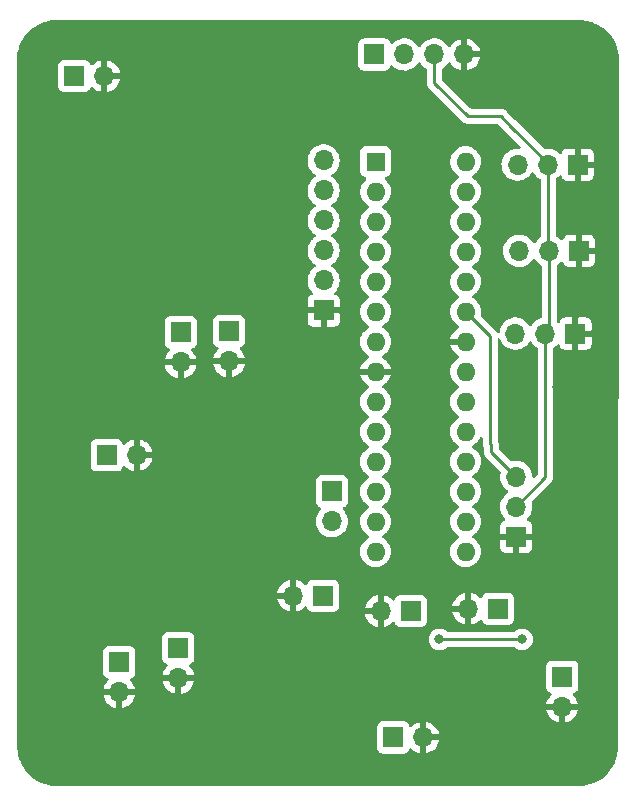
<source format=gbr>
%TF.GenerationSoftware,KiCad,Pcbnew,(6.0.7-1)-1*%
%TF.CreationDate,2023-03-08T09:28:20-05:00*%
%TF.ProjectId,pcb,7063622e-6b69-4636-9164-5f7063625858,rev?*%
%TF.SameCoordinates,Original*%
%TF.FileFunction,Copper,L2,Bot*%
%TF.FilePolarity,Positive*%
%FSLAX46Y46*%
G04 Gerber Fmt 4.6, Leading zero omitted, Abs format (unit mm)*
G04 Created by KiCad (PCBNEW (6.0.7-1)-1) date 2023-03-08 09:28:20*
%MOMM*%
%LPD*%
G01*
G04 APERTURE LIST*
%TA.AperFunction,ComponentPad*%
%ADD10R,1.700000X1.700000*%
%TD*%
%TA.AperFunction,ComponentPad*%
%ADD11O,1.700000X1.700000*%
%TD*%
%TA.AperFunction,ComponentPad*%
%ADD12R,1.600000X1.600000*%
%TD*%
%TA.AperFunction,ComponentPad*%
%ADD13O,1.600000X1.600000*%
%TD*%
%TA.AperFunction,ViaPad*%
%ADD14C,0.800000*%
%TD*%
%TA.AperFunction,Conductor*%
%ADD15C,0.250000*%
%TD*%
G04 APERTURE END LIST*
D10*
%TO.P,J9,1,Pin_1*%
%TO.N,Net-(C7-Pad1)*%
X151700000Y-131160000D03*
D11*
%TO.P,J9,2,Pin_2*%
%TO.N,GND*%
X151700000Y-133700000D03*
%TD*%
D10*
%TO.P,J6,1,Pin_1*%
%TO.N,GND*%
X131500000Y-100150000D03*
D11*
%TO.P,J6,2,Pin_2*%
%TO.N,VCC*%
X131500000Y-97610000D03*
%TO.P,J6,3,Pin_3*%
%TO.N,Net-(J6-Pad3)*%
X131500000Y-95070000D03*
%TO.P,J6,4,Pin_4*%
%TO.N,Net-(J6-Pad4)*%
X131500000Y-92530000D03*
%TO.P,J6,5,Pin_5*%
%TO.N,Net-(J6-Pad5)*%
X131500000Y-89990000D03*
%TO.P,J6,6,Pin_6*%
%TO.N,Net-(J6-Pad6)*%
X131500000Y-87450000D03*
%TD*%
D10*
%TO.P,J4,1,Pin_1*%
%TO.N,GND*%
X153000000Y-87800000D03*
D11*
%TO.P,J4,2,Pin_2*%
%TO.N,VCC*%
X150460000Y-87800000D03*
%TO.P,J4,3,Pin_3*%
%TO.N,Net-(J4-Pad3)*%
X147920000Y-87800000D03*
%TD*%
D10*
%TO.P,J15,1,Pin_1*%
%TO.N,Net-(J15-Pad1)*%
X131440000Y-124300000D03*
D11*
%TO.P,J15,2,Pin_2*%
%TO.N,GND*%
X128900000Y-124300000D03*
%TD*%
D10*
%TO.P,J8,1,Pin_1*%
%TO.N,Net-(J8-Pad1)*%
X132200000Y-115460000D03*
D11*
%TO.P,J8,2,Pin_2*%
%TO.N,Net-(J8-Pad2)*%
X132200000Y-118000000D03*
%TD*%
D10*
%TO.P,J12,1,Pin_1*%
%TO.N,Net-(D5-Pad2)*%
X110400000Y-80300000D03*
D11*
%TO.P,J12,2,Pin_2*%
%TO.N,GND*%
X112940000Y-80300000D03*
%TD*%
D10*
%TO.P,J2,1,Pin_1*%
%TO.N,GND*%
X152825000Y-102100000D03*
D11*
%TO.P,J2,2,Pin_2*%
%TO.N,VCC*%
X150285000Y-102100000D03*
%TO.P,J2,3,Pin_3*%
%TO.N,Net-(J2-Pad3)*%
X147745000Y-102100000D03*
%TD*%
D10*
%TO.P,J11,1,Pin_1*%
%TO.N,Net-(C7-Pad1)*%
X146275000Y-125400000D03*
D11*
%TO.P,J11,2,Pin_2*%
%TO.N,GND*%
X143735000Y-125400000D03*
%TD*%
D10*
%TO.P,J17,1,Pin_1*%
%TO.N,Net-(J17-Pad1)*%
X114200000Y-129925000D03*
D11*
%TO.P,J17,2,Pin_2*%
%TO.N,GND*%
X114200000Y-132465000D03*
%TD*%
D10*
%TO.P,J14,1,Pin_1*%
%TO.N,Net-(C10-Pad1)*%
X119400000Y-102000000D03*
D11*
%TO.P,J14,2,Pin_2*%
%TO.N,GND*%
X119400000Y-104540000D03*
%TD*%
D10*
%TO.P,J1,1,Pin_1*%
%TO.N,GND*%
X147800000Y-119300000D03*
D11*
%TO.P,J1,2,Pin_2*%
%TO.N,VCC*%
X147800000Y-116760000D03*
%TO.P,J1,3,Pin_3*%
%TO.N,Net-(J1-Pad3)*%
X147800000Y-114220000D03*
%TD*%
D12*
%TO.P,U1,1,~{RESET}/PC6*%
%TO.N,unconnected-(U1-Pad1)*%
X135900000Y-87540000D03*
D13*
%TO.P,U1,2,PD0*%
%TO.N,Net-(J6-Pad6)*%
X135900000Y-90080000D03*
%TO.P,U1,3,PD1*%
%TO.N,Net-(J6-Pad5)*%
X135900000Y-92620000D03*
%TO.P,U1,4,PD2*%
%TO.N,Net-(J6-Pad4)*%
X135900000Y-95160000D03*
%TO.P,U1,5,PD3*%
%TO.N,Net-(J6-Pad3)*%
X135900000Y-97700000D03*
%TO.P,U1,6,PD4*%
%TO.N,unconnected-(U1-Pad6)*%
X135900000Y-100240000D03*
%TO.P,U1,7,VCC*%
%TO.N,VCC*%
X135900000Y-102780000D03*
%TO.P,U1,8,GND*%
%TO.N,GND*%
X135900000Y-105320000D03*
%TO.P,U1,9,XTAL1/PB6*%
%TO.N,Net-(C4-Pad2)*%
X135900000Y-107860000D03*
%TO.P,U1,10,XTAL2/PB7*%
%TO.N,Net-(C5-Pad2)*%
X135900000Y-110400000D03*
%TO.P,U1,11,PD5*%
%TO.N,unconnected-(U1-Pad11)*%
X135900000Y-112940000D03*
%TO.P,U1,12,PD6*%
%TO.N,Net-(J8-Pad1)*%
X135900000Y-115480000D03*
%TO.P,U1,13,PD7*%
%TO.N,Net-(J8-Pad2)*%
X135900000Y-118020000D03*
%TO.P,U1,14,PB0*%
%TO.N,Net-(J15-Pad1)*%
X135900000Y-120560000D03*
%TO.P,U1,15,PB1*%
%TO.N,unconnected-(U1-Pad15)*%
X143520000Y-120560000D03*
%TO.P,U1,16,PB2*%
%TO.N,unconnected-(U1-Pad16)*%
X143520000Y-118020000D03*
%TO.P,U1,17,PB3*%
%TO.N,unconnected-(U1-Pad17)*%
X143520000Y-115480000D03*
%TO.P,U1,18,PB4*%
%TO.N,unconnected-(U1-Pad18)*%
X143520000Y-112940000D03*
%TO.P,U1,19,PB5*%
%TO.N,unconnected-(U1-Pad19)*%
X143520000Y-110400000D03*
%TO.P,U1,20,AVCC*%
%TO.N,VCC*%
X143520000Y-107860000D03*
%TO.P,U1,21,AREF*%
%TO.N,Net-(C2-Pad1)*%
X143520000Y-105320000D03*
%TO.P,U1,22,GND*%
%TO.N,GND*%
X143520000Y-102780000D03*
%TO.P,U1,23,PC0*%
%TO.N,Net-(J1-Pad3)*%
X143520000Y-100240000D03*
%TO.P,U1,24,PC1*%
%TO.N,Net-(J2-Pad3)*%
X143520000Y-97700000D03*
%TO.P,U1,25,PC2*%
%TO.N,Net-(J3-Pad3)*%
X143520000Y-95160000D03*
%TO.P,U1,26,PC3*%
%TO.N,Net-(C12-Pad2)*%
X143520000Y-92620000D03*
%TO.P,U1,27,PC4*%
%TO.N,Net-(J5-Pad1)*%
X143520000Y-90080000D03*
%TO.P,U1,28,PC5*%
%TO.N,Net-(J5-Pad2)*%
X143520000Y-87540000D03*
%TD*%
D10*
%TO.P,J7,1,Pin_1*%
%TO.N,VCC*%
X138875000Y-125600000D03*
D11*
%TO.P,J7,2,Pin_2*%
%TO.N,GND*%
X136335000Y-125600000D03*
%TD*%
D10*
%TO.P,J16,1,Pin_1*%
%TO.N,Net-(J16-Pad1)*%
X113125000Y-112400000D03*
D11*
%TO.P,J16,2,Pin_2*%
%TO.N,GND*%
X115665000Y-112400000D03*
%TD*%
D10*
%TO.P,J13,1,Pin_1*%
%TO.N,Net-(C10-Pad1)*%
X123500000Y-101900000D03*
D11*
%TO.P,J13,2,Pin_2*%
%TO.N,GND*%
X123500000Y-104440000D03*
%TD*%
D10*
%TO.P,J18,1,Pin_1*%
%TO.N,Net-(C11-Pad1)*%
X119200000Y-128725000D03*
D11*
%TO.P,J18,2,Pin_2*%
%TO.N,GND*%
X119200000Y-131265000D03*
%TD*%
D10*
%TO.P,J3,1,Pin_1*%
%TO.N,GND*%
X153125000Y-95100000D03*
D11*
%TO.P,J3,2,Pin_2*%
%TO.N,VCC*%
X150585000Y-95100000D03*
%TO.P,J3,3,Pin_3*%
%TO.N,Net-(J3-Pad3)*%
X148045000Y-95100000D03*
%TD*%
D10*
%TO.P,J10,1,Pin_1*%
%TO.N,Net-(C6-Pad1)*%
X137400000Y-136300000D03*
D11*
%TO.P,J10,2,Pin_2*%
%TO.N,GND*%
X139940000Y-136300000D03*
%TD*%
D10*
%TO.P,J5,1,Pin_1*%
%TO.N,Net-(J5-Pad1)*%
X135800000Y-78475000D03*
D11*
%TO.P,J5,2,Pin_2*%
%TO.N,Net-(J5-Pad2)*%
X138340000Y-78475000D03*
%TO.P,J5,3,Pin_3*%
%TO.N,VCC*%
X140880000Y-78475000D03*
%TO.P,J5,4,Pin_4*%
%TO.N,GND*%
X143420000Y-78475000D03*
%TD*%
D14*
%TO.N,GND*%
X118800000Y-91300000D03*
X118800000Y-90200000D03*
X118800000Y-89200000D03*
X151300000Y-106600000D03*
X120800000Y-85300000D03*
X130500000Y-105100000D03*
X126800000Y-110400000D03*
X148400000Y-106700000D03*
X130400000Y-82300000D03*
X126475000Y-136200000D03*
X128575000Y-132000000D03*
X115135000Y-122865000D03*
%TO.N,Net-(D6-Pad1)*%
X141300000Y-128000000D03*
X148300000Y-128000000D03*
%TD*%
D15*
%TO.N,Net-(D6-Pad1)*%
X141300000Y-128000000D02*
X148300000Y-128000000D01*
%TO.N,VCC*%
X140880000Y-78475000D02*
X140880000Y-80880000D01*
X140880000Y-80880000D02*
X143700000Y-83700000D01*
X146500000Y-83700000D02*
X143700000Y-83700000D01*
X150585000Y-95100000D02*
X150585000Y-101800000D01*
X150285000Y-114275000D02*
X147800000Y-116760000D01*
X147385000Y-84585000D02*
X146500000Y-83700000D01*
X150585000Y-101800000D02*
X150285000Y-102100000D01*
X150515000Y-87700000D02*
X150515000Y-95030000D01*
X150515000Y-95030000D02*
X150585000Y-95100000D01*
X147400000Y-84585000D02*
X150515000Y-87700000D01*
X150285000Y-102100000D02*
X150285000Y-114275000D01*
X147400000Y-84585000D02*
X147385000Y-84585000D01*
%TO.N,Net-(J1-Pad3)*%
X145700000Y-112120000D02*
X147800000Y-114220000D01*
X145600000Y-102320000D02*
X145600000Y-111400000D01*
X143520000Y-100240000D02*
X145600000Y-102320000D01*
X145700000Y-111500000D02*
X145700000Y-112120000D01*
X145600000Y-111400000D02*
X145700000Y-111500000D01*
%TD*%
%TA.AperFunction,Conductor*%
%TO.N,GND*%
G36*
X153112304Y-75567716D02*
G01*
X153127137Y-75570026D01*
X153127141Y-75570026D01*
X153136010Y-75571407D01*
X153154721Y-75568960D01*
X153177651Y-75568069D01*
X153490199Y-75584448D01*
X153503309Y-75585826D01*
X153630412Y-75605956D01*
X153840895Y-75639293D01*
X153853795Y-75642035D01*
X154127703Y-75715427D01*
X154183903Y-75730485D01*
X154183944Y-75730496D01*
X154196481Y-75734570D01*
X154515578Y-75857059D01*
X154527610Y-75862416D01*
X154832158Y-76017590D01*
X154843574Y-76024181D01*
X155130230Y-76210338D01*
X155140899Y-76218090D01*
X155406514Y-76433181D01*
X155416315Y-76442006D01*
X155657994Y-76683685D01*
X155666819Y-76693486D01*
X155881910Y-76959101D01*
X155889662Y-76969770D01*
X156075819Y-77256426D01*
X156082409Y-77267840D01*
X156237584Y-77572390D01*
X156242941Y-77584422D01*
X156365428Y-77903512D01*
X156369504Y-77916056D01*
X156457965Y-78246205D01*
X156460707Y-78259103D01*
X156506862Y-78550518D01*
X156514174Y-78596688D01*
X156515552Y-78609804D01*
X156531546Y-78915013D01*
X156530219Y-78940990D01*
X156529975Y-78942560D01*
X156529975Y-78942564D01*
X156528593Y-78951438D01*
X156532649Y-78982451D01*
X156533713Y-78999002D01*
X156434190Y-136806267D01*
X156433869Y-136992593D01*
X156432370Y-137011752D01*
X156428593Y-137036010D01*
X156430115Y-137047644D01*
X156431040Y-137054719D01*
X156431931Y-137077651D01*
X156415652Y-137388297D01*
X156415552Y-137390196D01*
X156414174Y-137403309D01*
X156404013Y-137467464D01*
X156360707Y-137740895D01*
X156357965Y-137753795D01*
X156269504Y-138083944D01*
X156265428Y-138096488D01*
X156142944Y-138415570D01*
X156137584Y-138427610D01*
X156031140Y-138636520D01*
X155982414Y-138732151D01*
X155975819Y-138743574D01*
X155789662Y-139030230D01*
X155781910Y-139040899D01*
X155566819Y-139306514D01*
X155557994Y-139316315D01*
X155316315Y-139557994D01*
X155306514Y-139566819D01*
X155040899Y-139781910D01*
X155030230Y-139789662D01*
X154743574Y-139975819D01*
X154732158Y-139982410D01*
X154427610Y-140137584D01*
X154415578Y-140142941D01*
X154096481Y-140265430D01*
X154083944Y-140269504D01*
X153753795Y-140357965D01*
X153740895Y-140360707D01*
X153530412Y-140394044D01*
X153403309Y-140414174D01*
X153390199Y-140415552D01*
X153301033Y-140420224D01*
X153084987Y-140431546D01*
X153059010Y-140430219D01*
X153057438Y-140429974D01*
X153057430Y-140429974D01*
X153048562Y-140428593D01*
X153039659Y-140429757D01*
X153039654Y-140429757D01*
X153016992Y-140432720D01*
X153000656Y-140433784D01*
X109007081Y-140433784D01*
X108987696Y-140432284D01*
X108972863Y-140429974D01*
X108972859Y-140429974D01*
X108963990Y-140428593D01*
X108945279Y-140431040D01*
X108922349Y-140431931D01*
X108609801Y-140415552D01*
X108596691Y-140414174D01*
X108469588Y-140394044D01*
X108259105Y-140360707D01*
X108246205Y-140357965D01*
X107916056Y-140269504D01*
X107903519Y-140265430D01*
X107584422Y-140142941D01*
X107572390Y-140137584D01*
X107267842Y-139982410D01*
X107256426Y-139975819D01*
X106969770Y-139789662D01*
X106959101Y-139781910D01*
X106693486Y-139566819D01*
X106683685Y-139557994D01*
X106442006Y-139316315D01*
X106433181Y-139306514D01*
X106218090Y-139040899D01*
X106210338Y-139030230D01*
X106024181Y-138743574D01*
X106017586Y-138732151D01*
X105968860Y-138636520D01*
X105862416Y-138427610D01*
X105857056Y-138415570D01*
X105734572Y-138096488D01*
X105730496Y-138083944D01*
X105642035Y-137753795D01*
X105639293Y-137740895D01*
X105595987Y-137467464D01*
X105585826Y-137403309D01*
X105584448Y-137390196D01*
X105584349Y-137388297D01*
X105577230Y-137252460D01*
X105574383Y-137198134D01*
X136041500Y-137198134D01*
X136048255Y-137260316D01*
X136099385Y-137396705D01*
X136186739Y-137513261D01*
X136303295Y-137600615D01*
X136439684Y-137651745D01*
X136501866Y-137658500D01*
X138298134Y-137658500D01*
X138360316Y-137651745D01*
X138496705Y-137600615D01*
X138613261Y-137513261D01*
X138700615Y-137396705D01*
X138744798Y-137278848D01*
X138787440Y-137222084D01*
X138854001Y-137197384D01*
X138923350Y-137212592D01*
X138958017Y-137240580D01*
X138983218Y-137269673D01*
X138990580Y-137276883D01*
X139154434Y-137412916D01*
X139162881Y-137418831D01*
X139346756Y-137526279D01*
X139356042Y-137530729D01*
X139555001Y-137606703D01*
X139564899Y-137609579D01*
X139668250Y-137630606D01*
X139682299Y-137629410D01*
X139686000Y-137619065D01*
X139686000Y-137618517D01*
X140194000Y-137618517D01*
X140198064Y-137632359D01*
X140211478Y-137634393D01*
X140218184Y-137633534D01*
X140228262Y-137631392D01*
X140432255Y-137570191D01*
X140441842Y-137566433D01*
X140633095Y-137472739D01*
X140641945Y-137467464D01*
X140815328Y-137343792D01*
X140823200Y-137337139D01*
X140974052Y-137186812D01*
X140980730Y-137178965D01*
X141105003Y-137006020D01*
X141110313Y-136997183D01*
X141204670Y-136806267D01*
X141208469Y-136796672D01*
X141270377Y-136592910D01*
X141272555Y-136582837D01*
X141273986Y-136571962D01*
X141271775Y-136557778D01*
X141258617Y-136554000D01*
X140212115Y-136554000D01*
X140196876Y-136558475D01*
X140195671Y-136559865D01*
X140194000Y-136567548D01*
X140194000Y-137618517D01*
X139686000Y-137618517D01*
X139686000Y-136027885D01*
X140194000Y-136027885D01*
X140198475Y-136043124D01*
X140199865Y-136044329D01*
X140207548Y-136046000D01*
X141258344Y-136046000D01*
X141271875Y-136042027D01*
X141273180Y-136032947D01*
X141231214Y-135865875D01*
X141227894Y-135856124D01*
X141142972Y-135660814D01*
X141138105Y-135651739D01*
X141022426Y-135472926D01*
X141016136Y-135464757D01*
X140872806Y-135307240D01*
X140865273Y-135300215D01*
X140698139Y-135168222D01*
X140689552Y-135162517D01*
X140503117Y-135059599D01*
X140493705Y-135055369D01*
X140292959Y-134984280D01*
X140282988Y-134981646D01*
X140211837Y-134968972D01*
X140198540Y-134970432D01*
X140194000Y-134984989D01*
X140194000Y-136027885D01*
X139686000Y-136027885D01*
X139686000Y-134983102D01*
X139682082Y-134969758D01*
X139667806Y-134967771D01*
X139629324Y-134973660D01*
X139619288Y-134976051D01*
X139416868Y-135042212D01*
X139407359Y-135046209D01*
X139218463Y-135144542D01*
X139209738Y-135150036D01*
X139039433Y-135277905D01*
X139031726Y-135284748D01*
X138954478Y-135365584D01*
X138892954Y-135401014D01*
X138822042Y-135397557D01*
X138764255Y-135356311D01*
X138745402Y-135322763D01*
X138703767Y-135211703D01*
X138700615Y-135203295D01*
X138613261Y-135086739D01*
X138496705Y-134999385D01*
X138360316Y-134948255D01*
X138298134Y-134941500D01*
X136501866Y-134941500D01*
X136439684Y-134948255D01*
X136303295Y-134999385D01*
X136186739Y-135086739D01*
X136099385Y-135203295D01*
X136048255Y-135339684D01*
X136041500Y-135401866D01*
X136041500Y-137198134D01*
X105574383Y-137198134D01*
X105568454Y-137084987D01*
X105569781Y-137059010D01*
X105570026Y-137057438D01*
X105570026Y-137057430D01*
X105571407Y-137048562D01*
X105567238Y-137016675D01*
X105566175Y-137000465D01*
X105563162Y-133967966D01*
X150368257Y-133967966D01*
X150398565Y-134102446D01*
X150401645Y-134112275D01*
X150481770Y-134309603D01*
X150486413Y-134318794D01*
X150597694Y-134500388D01*
X150603777Y-134508699D01*
X150743213Y-134669667D01*
X150750580Y-134676883D01*
X150914434Y-134812916D01*
X150922881Y-134818831D01*
X151106756Y-134926279D01*
X151116042Y-134930729D01*
X151315001Y-135006703D01*
X151324899Y-135009579D01*
X151428250Y-135030606D01*
X151442299Y-135029410D01*
X151446000Y-135019065D01*
X151446000Y-135018517D01*
X151954000Y-135018517D01*
X151958064Y-135032359D01*
X151971478Y-135034393D01*
X151978184Y-135033534D01*
X151988262Y-135031392D01*
X152192255Y-134970191D01*
X152201842Y-134966433D01*
X152393095Y-134872739D01*
X152401945Y-134867464D01*
X152575328Y-134743792D01*
X152583200Y-134737139D01*
X152734052Y-134586812D01*
X152740730Y-134578965D01*
X152865003Y-134406020D01*
X152870313Y-134397183D01*
X152964670Y-134206267D01*
X152968469Y-134196672D01*
X153030377Y-133992910D01*
X153032555Y-133982837D01*
X153033986Y-133971962D01*
X153031775Y-133957778D01*
X153018617Y-133954000D01*
X151972115Y-133954000D01*
X151956876Y-133958475D01*
X151955671Y-133959865D01*
X151954000Y-133967548D01*
X151954000Y-135018517D01*
X151446000Y-135018517D01*
X151446000Y-133972115D01*
X151441525Y-133956876D01*
X151440135Y-133955671D01*
X151432452Y-133954000D01*
X150383225Y-133954000D01*
X150369694Y-133957973D01*
X150368257Y-133967966D01*
X105563162Y-133967966D01*
X105561935Y-132732966D01*
X112868257Y-132732966D01*
X112898565Y-132867446D01*
X112901645Y-132877275D01*
X112981770Y-133074603D01*
X112986413Y-133083794D01*
X113097694Y-133265388D01*
X113103777Y-133273699D01*
X113243213Y-133434667D01*
X113250580Y-133441883D01*
X113414434Y-133577916D01*
X113422881Y-133583831D01*
X113606756Y-133691279D01*
X113616042Y-133695729D01*
X113815001Y-133771703D01*
X113824899Y-133774579D01*
X113928250Y-133795606D01*
X113942299Y-133794410D01*
X113946000Y-133784065D01*
X113946000Y-133783517D01*
X114454000Y-133783517D01*
X114458064Y-133797359D01*
X114471478Y-133799393D01*
X114478184Y-133798534D01*
X114488262Y-133796392D01*
X114692255Y-133735191D01*
X114701842Y-133731433D01*
X114893095Y-133637739D01*
X114901945Y-133632464D01*
X115075328Y-133508792D01*
X115083200Y-133502139D01*
X115234052Y-133351812D01*
X115240730Y-133343965D01*
X115365003Y-133171020D01*
X115370313Y-133162183D01*
X115464670Y-132971267D01*
X115468469Y-132961672D01*
X115530377Y-132757910D01*
X115532555Y-132747837D01*
X115533986Y-132736962D01*
X115531775Y-132722778D01*
X115518617Y-132719000D01*
X114472115Y-132719000D01*
X114456876Y-132723475D01*
X114455671Y-132724865D01*
X114454000Y-132732548D01*
X114454000Y-133783517D01*
X113946000Y-133783517D01*
X113946000Y-132737115D01*
X113941525Y-132721876D01*
X113940135Y-132720671D01*
X113932452Y-132719000D01*
X112883225Y-132719000D01*
X112869694Y-132722973D01*
X112868257Y-132732966D01*
X105561935Y-132732966D01*
X105560037Y-130823134D01*
X112841500Y-130823134D01*
X112848255Y-130885316D01*
X112899385Y-131021705D01*
X112986739Y-131138261D01*
X113103295Y-131225615D01*
X113111704Y-131228767D01*
X113111705Y-131228768D01*
X113220960Y-131269726D01*
X113277725Y-131312367D01*
X113302425Y-131378929D01*
X113287218Y-131448278D01*
X113267825Y-131474759D01*
X113144590Y-131603717D01*
X113138104Y-131611727D01*
X113018098Y-131787649D01*
X113013000Y-131796623D01*
X112923338Y-131989783D01*
X112919775Y-131999470D01*
X112864389Y-132199183D01*
X112865912Y-132207607D01*
X112878292Y-132211000D01*
X115518344Y-132211000D01*
X115531875Y-132207027D01*
X115533180Y-132197947D01*
X115491214Y-132030875D01*
X115487894Y-132021124D01*
X115402972Y-131825814D01*
X115398105Y-131816739D01*
X115282426Y-131637926D01*
X115276136Y-131629757D01*
X115188062Y-131532966D01*
X117868257Y-131532966D01*
X117898565Y-131667446D01*
X117901645Y-131677275D01*
X117981770Y-131874603D01*
X117986413Y-131883794D01*
X118097694Y-132065388D01*
X118103777Y-132073699D01*
X118243213Y-132234667D01*
X118250580Y-132241883D01*
X118414434Y-132377916D01*
X118422881Y-132383831D01*
X118606756Y-132491279D01*
X118616042Y-132495729D01*
X118815001Y-132571703D01*
X118824899Y-132574579D01*
X118928250Y-132595606D01*
X118942299Y-132594410D01*
X118946000Y-132584065D01*
X118946000Y-132583517D01*
X119454000Y-132583517D01*
X119458064Y-132597359D01*
X119471478Y-132599393D01*
X119478184Y-132598534D01*
X119488262Y-132596392D01*
X119692255Y-132535191D01*
X119701842Y-132531433D01*
X119893095Y-132437739D01*
X119901945Y-132432464D01*
X120075328Y-132308792D01*
X120083200Y-132302139D01*
X120234052Y-132151812D01*
X120240730Y-132143965D01*
X120302406Y-132058134D01*
X150341500Y-132058134D01*
X150348255Y-132120316D01*
X150399385Y-132256705D01*
X150486739Y-132373261D01*
X150603295Y-132460615D01*
X150611704Y-132463767D01*
X150611705Y-132463768D01*
X150720960Y-132504726D01*
X150777725Y-132547367D01*
X150802425Y-132613929D01*
X150787218Y-132683278D01*
X150767825Y-132709759D01*
X150644590Y-132838717D01*
X150638104Y-132846727D01*
X150518098Y-133022649D01*
X150513000Y-133031623D01*
X150423338Y-133224783D01*
X150419775Y-133234470D01*
X150364389Y-133434183D01*
X150365912Y-133442607D01*
X150378292Y-133446000D01*
X153018344Y-133446000D01*
X153031875Y-133442027D01*
X153033180Y-133432947D01*
X152991214Y-133265875D01*
X152987894Y-133256124D01*
X152902972Y-133060814D01*
X152898105Y-133051739D01*
X152782426Y-132872926D01*
X152776136Y-132864757D01*
X152632293Y-132706677D01*
X152601241Y-132642831D01*
X152609635Y-132572333D01*
X152654812Y-132517564D01*
X152681256Y-132503895D01*
X152788297Y-132463767D01*
X152796705Y-132460615D01*
X152913261Y-132373261D01*
X153000615Y-132256705D01*
X153051745Y-132120316D01*
X153058500Y-132058134D01*
X153058500Y-130261866D01*
X153051745Y-130199684D01*
X153000615Y-130063295D01*
X152913261Y-129946739D01*
X152796705Y-129859385D01*
X152660316Y-129808255D01*
X152598134Y-129801500D01*
X150801866Y-129801500D01*
X150739684Y-129808255D01*
X150603295Y-129859385D01*
X150486739Y-129946739D01*
X150399385Y-130063295D01*
X150348255Y-130199684D01*
X150341500Y-130261866D01*
X150341500Y-132058134D01*
X120302406Y-132058134D01*
X120365003Y-131971020D01*
X120370313Y-131962183D01*
X120464670Y-131771267D01*
X120468469Y-131761672D01*
X120530377Y-131557910D01*
X120532555Y-131547837D01*
X120533986Y-131536962D01*
X120531775Y-131522778D01*
X120518617Y-131519000D01*
X119472115Y-131519000D01*
X119456876Y-131523475D01*
X119455671Y-131524865D01*
X119454000Y-131532548D01*
X119454000Y-132583517D01*
X118946000Y-132583517D01*
X118946000Y-131537115D01*
X118941525Y-131521876D01*
X118940135Y-131520671D01*
X118932452Y-131519000D01*
X117883225Y-131519000D01*
X117869694Y-131522973D01*
X117868257Y-131532966D01*
X115188062Y-131532966D01*
X115132293Y-131471677D01*
X115101241Y-131407831D01*
X115109635Y-131337333D01*
X115154812Y-131282564D01*
X115181256Y-131268895D01*
X115288297Y-131228767D01*
X115296705Y-131225615D01*
X115413261Y-131138261D01*
X115500615Y-131021705D01*
X115551745Y-130885316D01*
X115558500Y-130823134D01*
X115558500Y-129623134D01*
X117841500Y-129623134D01*
X117848255Y-129685316D01*
X117899385Y-129821705D01*
X117986739Y-129938261D01*
X118103295Y-130025615D01*
X118111704Y-130028767D01*
X118111705Y-130028768D01*
X118220960Y-130069726D01*
X118277725Y-130112367D01*
X118302425Y-130178929D01*
X118287218Y-130248278D01*
X118267825Y-130274759D01*
X118144590Y-130403717D01*
X118138104Y-130411727D01*
X118018098Y-130587649D01*
X118013000Y-130596623D01*
X117923338Y-130789783D01*
X117919775Y-130799470D01*
X117864389Y-130999183D01*
X117865912Y-131007607D01*
X117878292Y-131011000D01*
X120518344Y-131011000D01*
X120531875Y-131007027D01*
X120533180Y-130997947D01*
X120491214Y-130830875D01*
X120487894Y-130821124D01*
X120402972Y-130625814D01*
X120398105Y-130616739D01*
X120282426Y-130437926D01*
X120276136Y-130429757D01*
X120132293Y-130271677D01*
X120101241Y-130207831D01*
X120109635Y-130137333D01*
X120154812Y-130082564D01*
X120181256Y-130068895D01*
X120288297Y-130028767D01*
X120296705Y-130025615D01*
X120413261Y-129938261D01*
X120500615Y-129821705D01*
X120551745Y-129685316D01*
X120558500Y-129623134D01*
X120558500Y-128000000D01*
X140386496Y-128000000D01*
X140406458Y-128189928D01*
X140465473Y-128371556D01*
X140560960Y-128536944D01*
X140565378Y-128541851D01*
X140565379Y-128541852D01*
X140596152Y-128576029D01*
X140688747Y-128678866D01*
X140843248Y-128791118D01*
X140849276Y-128793802D01*
X140849278Y-128793803D01*
X140910609Y-128821109D01*
X141017712Y-128868794D01*
X141111113Y-128888647D01*
X141198056Y-128907128D01*
X141198061Y-128907128D01*
X141204513Y-128908500D01*
X141395487Y-128908500D01*
X141401939Y-128907128D01*
X141401944Y-128907128D01*
X141488887Y-128888647D01*
X141582288Y-128868794D01*
X141689391Y-128821109D01*
X141750722Y-128793803D01*
X141750724Y-128793802D01*
X141756752Y-128791118D01*
X141911253Y-128678866D01*
X141915668Y-128673963D01*
X141920580Y-128669540D01*
X141921705Y-128670789D01*
X141975014Y-128637949D01*
X142008200Y-128633500D01*
X147591800Y-128633500D01*
X147659921Y-128653502D01*
X147679147Y-128669843D01*
X147679420Y-128669540D01*
X147684332Y-128673963D01*
X147688747Y-128678866D01*
X147843248Y-128791118D01*
X147849276Y-128793802D01*
X147849278Y-128793803D01*
X147910609Y-128821109D01*
X148017712Y-128868794D01*
X148111113Y-128888647D01*
X148198056Y-128907128D01*
X148198061Y-128907128D01*
X148204513Y-128908500D01*
X148395487Y-128908500D01*
X148401939Y-128907128D01*
X148401944Y-128907128D01*
X148488887Y-128888647D01*
X148582288Y-128868794D01*
X148689391Y-128821109D01*
X148750722Y-128793803D01*
X148750724Y-128793802D01*
X148756752Y-128791118D01*
X148911253Y-128678866D01*
X149003848Y-128576029D01*
X149034621Y-128541852D01*
X149034622Y-128541851D01*
X149039040Y-128536944D01*
X149134527Y-128371556D01*
X149193542Y-128189928D01*
X149213504Y-128000000D01*
X149193542Y-127810072D01*
X149134527Y-127628444D01*
X149039040Y-127463056D01*
X149001383Y-127421233D01*
X148915675Y-127326045D01*
X148915674Y-127326044D01*
X148911253Y-127321134D01*
X148756752Y-127208882D01*
X148750724Y-127206198D01*
X148750722Y-127206197D01*
X148588319Y-127133891D01*
X148588318Y-127133891D01*
X148582288Y-127131206D01*
X148488888Y-127111353D01*
X148401944Y-127092872D01*
X148401939Y-127092872D01*
X148395487Y-127091500D01*
X148204513Y-127091500D01*
X148198061Y-127092872D01*
X148198056Y-127092872D01*
X148111112Y-127111353D01*
X148017712Y-127131206D01*
X148011682Y-127133891D01*
X148011681Y-127133891D01*
X147849278Y-127206197D01*
X147849276Y-127206198D01*
X147843248Y-127208882D01*
X147688747Y-127321134D01*
X147684332Y-127326037D01*
X147679420Y-127330460D01*
X147678295Y-127329211D01*
X147624986Y-127362051D01*
X147591800Y-127366500D01*
X142008200Y-127366500D01*
X141940079Y-127346498D01*
X141920853Y-127330157D01*
X141920580Y-127330460D01*
X141915668Y-127326037D01*
X141911253Y-127321134D01*
X141756752Y-127208882D01*
X141750724Y-127206198D01*
X141750722Y-127206197D01*
X141588319Y-127133891D01*
X141588318Y-127133891D01*
X141582288Y-127131206D01*
X141488888Y-127111353D01*
X141401944Y-127092872D01*
X141401939Y-127092872D01*
X141395487Y-127091500D01*
X141204513Y-127091500D01*
X141198061Y-127092872D01*
X141198056Y-127092872D01*
X141111112Y-127111353D01*
X141017712Y-127131206D01*
X141011682Y-127133891D01*
X141011681Y-127133891D01*
X140849278Y-127206197D01*
X140849276Y-127206198D01*
X140843248Y-127208882D01*
X140688747Y-127321134D01*
X140684326Y-127326044D01*
X140684325Y-127326045D01*
X140598618Y-127421233D01*
X140560960Y-127463056D01*
X140465473Y-127628444D01*
X140406458Y-127810072D01*
X140386496Y-128000000D01*
X120558500Y-128000000D01*
X120558500Y-127826866D01*
X120551745Y-127764684D01*
X120500615Y-127628295D01*
X120413261Y-127511739D01*
X120296705Y-127424385D01*
X120160316Y-127373255D01*
X120098134Y-127366500D01*
X118301866Y-127366500D01*
X118239684Y-127373255D01*
X118103295Y-127424385D01*
X117986739Y-127511739D01*
X117899385Y-127628295D01*
X117848255Y-127764684D01*
X117841500Y-127826866D01*
X117841500Y-129623134D01*
X115558500Y-129623134D01*
X115558500Y-129026866D01*
X115551745Y-128964684D01*
X115500615Y-128828295D01*
X115413261Y-128711739D01*
X115296705Y-128624385D01*
X115160316Y-128573255D01*
X115098134Y-128566500D01*
X113301866Y-128566500D01*
X113239684Y-128573255D01*
X113103295Y-128624385D01*
X112986739Y-128711739D01*
X112899385Y-128828295D01*
X112848255Y-128964684D01*
X112841500Y-129026866D01*
X112841500Y-130823134D01*
X105560037Y-130823134D01*
X105555113Y-125867966D01*
X135003257Y-125867966D01*
X135033565Y-126002446D01*
X135036645Y-126012275D01*
X135116770Y-126209603D01*
X135121413Y-126218794D01*
X135232694Y-126400388D01*
X135238777Y-126408699D01*
X135378213Y-126569667D01*
X135385580Y-126576883D01*
X135549434Y-126712916D01*
X135557881Y-126718831D01*
X135741756Y-126826279D01*
X135751042Y-126830729D01*
X135950001Y-126906703D01*
X135959899Y-126909579D01*
X136063250Y-126930606D01*
X136077299Y-126929410D01*
X136081000Y-126919065D01*
X136081000Y-126918517D01*
X136589000Y-126918517D01*
X136593064Y-126932359D01*
X136606478Y-126934393D01*
X136613184Y-126933534D01*
X136623262Y-126931392D01*
X136827255Y-126870191D01*
X136836842Y-126866433D01*
X137028095Y-126772739D01*
X137036945Y-126767464D01*
X137210328Y-126643792D01*
X137218193Y-126637145D01*
X137322897Y-126532805D01*
X137385268Y-126498889D01*
X137456075Y-126504077D01*
X137512837Y-126546723D01*
X137529819Y-126577826D01*
X137564445Y-126670191D01*
X137574385Y-126696705D01*
X137661739Y-126813261D01*
X137778295Y-126900615D01*
X137914684Y-126951745D01*
X137976866Y-126958500D01*
X139773134Y-126958500D01*
X139835316Y-126951745D01*
X139971705Y-126900615D01*
X140088261Y-126813261D01*
X140175615Y-126696705D01*
X140226745Y-126560316D01*
X140233500Y-126498134D01*
X140233500Y-125667966D01*
X142403257Y-125667966D01*
X142433565Y-125802446D01*
X142436645Y-125812275D01*
X142516770Y-126009603D01*
X142521413Y-126018794D01*
X142632694Y-126200388D01*
X142638777Y-126208699D01*
X142778213Y-126369667D01*
X142785580Y-126376883D01*
X142949434Y-126512916D01*
X142957881Y-126518831D01*
X143141756Y-126626279D01*
X143151042Y-126630729D01*
X143350001Y-126706703D01*
X143359899Y-126709579D01*
X143463250Y-126730606D01*
X143477299Y-126729410D01*
X143481000Y-126719065D01*
X143481000Y-126718517D01*
X143989000Y-126718517D01*
X143993064Y-126732359D01*
X144006478Y-126734393D01*
X144013184Y-126733534D01*
X144023262Y-126731392D01*
X144227255Y-126670191D01*
X144236842Y-126666433D01*
X144428095Y-126572739D01*
X144436945Y-126567464D01*
X144610328Y-126443792D01*
X144618193Y-126437145D01*
X144722897Y-126332805D01*
X144785268Y-126298889D01*
X144856075Y-126304077D01*
X144912837Y-126346723D01*
X144929819Y-126377826D01*
X144974385Y-126496705D01*
X145061739Y-126613261D01*
X145178295Y-126700615D01*
X145314684Y-126751745D01*
X145376866Y-126758500D01*
X147173134Y-126758500D01*
X147235316Y-126751745D01*
X147371705Y-126700615D01*
X147488261Y-126613261D01*
X147575615Y-126496705D01*
X147626745Y-126360316D01*
X147633500Y-126298134D01*
X147633500Y-124501866D01*
X147626745Y-124439684D01*
X147575615Y-124303295D01*
X147488261Y-124186739D01*
X147371705Y-124099385D01*
X147235316Y-124048255D01*
X147173134Y-124041500D01*
X145376866Y-124041500D01*
X145314684Y-124048255D01*
X145178295Y-124099385D01*
X145061739Y-124186739D01*
X144974385Y-124303295D01*
X144971233Y-124311703D01*
X144971232Y-124311705D01*
X144929722Y-124422433D01*
X144887081Y-124479198D01*
X144820519Y-124503898D01*
X144751170Y-124488691D01*
X144718546Y-124463004D01*
X144667799Y-124407234D01*
X144660273Y-124400215D01*
X144493139Y-124268222D01*
X144484552Y-124262517D01*
X144298117Y-124159599D01*
X144288705Y-124155369D01*
X144087959Y-124084280D01*
X144077988Y-124081646D01*
X144006837Y-124068972D01*
X143993540Y-124070432D01*
X143989000Y-124084989D01*
X143989000Y-126718517D01*
X143481000Y-126718517D01*
X143481000Y-125672115D01*
X143476525Y-125656876D01*
X143475135Y-125655671D01*
X143467452Y-125654000D01*
X142418225Y-125654000D01*
X142404694Y-125657973D01*
X142403257Y-125667966D01*
X140233500Y-125667966D01*
X140233500Y-125134183D01*
X142399389Y-125134183D01*
X142400912Y-125142607D01*
X142413292Y-125146000D01*
X143462885Y-125146000D01*
X143478124Y-125141525D01*
X143479329Y-125140135D01*
X143481000Y-125132452D01*
X143481000Y-124083102D01*
X143477082Y-124069758D01*
X143462806Y-124067771D01*
X143424324Y-124073660D01*
X143414288Y-124076051D01*
X143211868Y-124142212D01*
X143202359Y-124146209D01*
X143013463Y-124244542D01*
X143004738Y-124250036D01*
X142834433Y-124377905D01*
X142826726Y-124384748D01*
X142679590Y-124538717D01*
X142673104Y-124546727D01*
X142553098Y-124722649D01*
X142548000Y-124731623D01*
X142458338Y-124924783D01*
X142454775Y-124934470D01*
X142399389Y-125134183D01*
X140233500Y-125134183D01*
X140233500Y-124701866D01*
X140226745Y-124639684D01*
X140175615Y-124503295D01*
X140088261Y-124386739D01*
X139971705Y-124299385D01*
X139835316Y-124248255D01*
X139773134Y-124241500D01*
X137976866Y-124241500D01*
X137914684Y-124248255D01*
X137778295Y-124299385D01*
X137661739Y-124386739D01*
X137574385Y-124503295D01*
X137571233Y-124511703D01*
X137571232Y-124511705D01*
X137529722Y-124622433D01*
X137487081Y-124679198D01*
X137420519Y-124703898D01*
X137351170Y-124688691D01*
X137318546Y-124663004D01*
X137267799Y-124607234D01*
X137260273Y-124600215D01*
X137093139Y-124468222D01*
X137084552Y-124462517D01*
X136898117Y-124359599D01*
X136888705Y-124355369D01*
X136687959Y-124284280D01*
X136677988Y-124281646D01*
X136606837Y-124268972D01*
X136593540Y-124270432D01*
X136589000Y-124284989D01*
X136589000Y-126918517D01*
X136081000Y-126918517D01*
X136081000Y-125872115D01*
X136076525Y-125856876D01*
X136075135Y-125855671D01*
X136067452Y-125854000D01*
X135018225Y-125854000D01*
X135004694Y-125857973D01*
X135003257Y-125867966D01*
X105555113Y-125867966D01*
X105553821Y-124567966D01*
X127568257Y-124567966D01*
X127598565Y-124702446D01*
X127601645Y-124712275D01*
X127681770Y-124909603D01*
X127686413Y-124918794D01*
X127797694Y-125100388D01*
X127803777Y-125108699D01*
X127943213Y-125269667D01*
X127950580Y-125276883D01*
X128114434Y-125412916D01*
X128122881Y-125418831D01*
X128306756Y-125526279D01*
X128316042Y-125530729D01*
X128515001Y-125606703D01*
X128524899Y-125609579D01*
X128628250Y-125630606D01*
X128642299Y-125629410D01*
X128646000Y-125619065D01*
X128646000Y-125618517D01*
X129154000Y-125618517D01*
X129158064Y-125632359D01*
X129171478Y-125634393D01*
X129178184Y-125633534D01*
X129188262Y-125631392D01*
X129392255Y-125570191D01*
X129401842Y-125566433D01*
X129593095Y-125472739D01*
X129601945Y-125467464D01*
X129775328Y-125343792D01*
X129783193Y-125337145D01*
X129887897Y-125232805D01*
X129950268Y-125198889D01*
X130021075Y-125204077D01*
X130077837Y-125246723D01*
X130094819Y-125277826D01*
X130132443Y-125378186D01*
X130139385Y-125396705D01*
X130226739Y-125513261D01*
X130343295Y-125600615D01*
X130479684Y-125651745D01*
X130541866Y-125658500D01*
X132338134Y-125658500D01*
X132400316Y-125651745D01*
X132536705Y-125600615D01*
X132653261Y-125513261D01*
X132740615Y-125396705D01*
X132764053Y-125334183D01*
X134999389Y-125334183D01*
X135000912Y-125342607D01*
X135013292Y-125346000D01*
X136062885Y-125346000D01*
X136078124Y-125341525D01*
X136079329Y-125340135D01*
X136081000Y-125332452D01*
X136081000Y-124283102D01*
X136077082Y-124269758D01*
X136062806Y-124267771D01*
X136024324Y-124273660D01*
X136014288Y-124276051D01*
X135811868Y-124342212D01*
X135802359Y-124346209D01*
X135613463Y-124444542D01*
X135604738Y-124450036D01*
X135434433Y-124577905D01*
X135426726Y-124584748D01*
X135279590Y-124738717D01*
X135273104Y-124746727D01*
X135153098Y-124922649D01*
X135148000Y-124931623D01*
X135058338Y-125124783D01*
X135054775Y-125134470D01*
X134999389Y-125334183D01*
X132764053Y-125334183D01*
X132791745Y-125260316D01*
X132798500Y-125198134D01*
X132798500Y-123401866D01*
X132791745Y-123339684D01*
X132740615Y-123203295D01*
X132653261Y-123086739D01*
X132536705Y-122999385D01*
X132400316Y-122948255D01*
X132338134Y-122941500D01*
X130541866Y-122941500D01*
X130479684Y-122948255D01*
X130343295Y-122999385D01*
X130226739Y-123086739D01*
X130139385Y-123203295D01*
X130136233Y-123211703D01*
X130136232Y-123211705D01*
X130094722Y-123322433D01*
X130052081Y-123379198D01*
X129985519Y-123403898D01*
X129916170Y-123388691D01*
X129883546Y-123363004D01*
X129832799Y-123307234D01*
X129825273Y-123300215D01*
X129658139Y-123168222D01*
X129649552Y-123162517D01*
X129463117Y-123059599D01*
X129453705Y-123055369D01*
X129252959Y-122984280D01*
X129242988Y-122981646D01*
X129171837Y-122968972D01*
X129158540Y-122970432D01*
X129154000Y-122984989D01*
X129154000Y-125618517D01*
X128646000Y-125618517D01*
X128646000Y-124572115D01*
X128641525Y-124556876D01*
X128640135Y-124555671D01*
X128632452Y-124554000D01*
X127583225Y-124554000D01*
X127569694Y-124557973D01*
X127568257Y-124567966D01*
X105553821Y-124567966D01*
X105553291Y-124034183D01*
X127564389Y-124034183D01*
X127565912Y-124042607D01*
X127578292Y-124046000D01*
X128627885Y-124046000D01*
X128643124Y-124041525D01*
X128644329Y-124040135D01*
X128646000Y-124032452D01*
X128646000Y-122983102D01*
X128642082Y-122969758D01*
X128627806Y-122967771D01*
X128589324Y-122973660D01*
X128579288Y-122976051D01*
X128376868Y-123042212D01*
X128367359Y-123046209D01*
X128178463Y-123144542D01*
X128169738Y-123150036D01*
X127999433Y-123277905D01*
X127991726Y-123284748D01*
X127844590Y-123438717D01*
X127838104Y-123446727D01*
X127718098Y-123622649D01*
X127713000Y-123631623D01*
X127623338Y-123824783D01*
X127619775Y-123834470D01*
X127564389Y-124034183D01*
X105553291Y-124034183D01*
X105549839Y-120560000D01*
X134586502Y-120560000D01*
X134606457Y-120788087D01*
X134665716Y-121009243D01*
X134668039Y-121014224D01*
X134668039Y-121014225D01*
X134760151Y-121211762D01*
X134760154Y-121211767D01*
X134762477Y-121216749D01*
X134893802Y-121404300D01*
X135055700Y-121566198D01*
X135060208Y-121569355D01*
X135060211Y-121569357D01*
X135138389Y-121624098D01*
X135243251Y-121697523D01*
X135248233Y-121699846D01*
X135248238Y-121699849D01*
X135445775Y-121791961D01*
X135450757Y-121794284D01*
X135456065Y-121795706D01*
X135456067Y-121795707D01*
X135666598Y-121852119D01*
X135666600Y-121852119D01*
X135671913Y-121853543D01*
X135900000Y-121873498D01*
X136128087Y-121853543D01*
X136133400Y-121852119D01*
X136133402Y-121852119D01*
X136343933Y-121795707D01*
X136343935Y-121795706D01*
X136349243Y-121794284D01*
X136354225Y-121791961D01*
X136551762Y-121699849D01*
X136551767Y-121699846D01*
X136556749Y-121697523D01*
X136661611Y-121624098D01*
X136739789Y-121569357D01*
X136739792Y-121569355D01*
X136744300Y-121566198D01*
X136906198Y-121404300D01*
X137037523Y-121216749D01*
X137039846Y-121211767D01*
X137039849Y-121211762D01*
X137131961Y-121014225D01*
X137131961Y-121014224D01*
X137134284Y-121009243D01*
X137193543Y-120788087D01*
X137213498Y-120560000D01*
X137193543Y-120331913D01*
X137134284Y-120110757D01*
X137131961Y-120105775D01*
X137039849Y-119908238D01*
X137039846Y-119908233D01*
X137037523Y-119903251D01*
X136906198Y-119715700D01*
X136744300Y-119553802D01*
X136739792Y-119550645D01*
X136739789Y-119550643D01*
X136661611Y-119495902D01*
X136556749Y-119422477D01*
X136551767Y-119420154D01*
X136551762Y-119420151D01*
X136517543Y-119404195D01*
X136464258Y-119357278D01*
X136444797Y-119289001D01*
X136465339Y-119221041D01*
X136517543Y-119175805D01*
X136551762Y-119159849D01*
X136551767Y-119159846D01*
X136556749Y-119157523D01*
X136716020Y-119046000D01*
X136739789Y-119029357D01*
X136739792Y-119029355D01*
X136744300Y-119026198D01*
X136906198Y-118864300D01*
X137037523Y-118676749D01*
X137039846Y-118671767D01*
X137039849Y-118671762D01*
X137131961Y-118474225D01*
X137131961Y-118474224D01*
X137134284Y-118469243D01*
X137149509Y-118412425D01*
X137192119Y-118253402D01*
X137192119Y-118253400D01*
X137193543Y-118248087D01*
X137213498Y-118020000D01*
X137193543Y-117791913D01*
X137189644Y-117777361D01*
X137135707Y-117576067D01*
X137135706Y-117576065D01*
X137134284Y-117570757D01*
X137114955Y-117529305D01*
X137039849Y-117368238D01*
X137039846Y-117368233D01*
X137037523Y-117363251D01*
X136906198Y-117175700D01*
X136744300Y-117013802D01*
X136739792Y-117010645D01*
X136739789Y-117010643D01*
X136659990Y-116954767D01*
X136556749Y-116882477D01*
X136551767Y-116880154D01*
X136551762Y-116880151D01*
X136517543Y-116864195D01*
X136464258Y-116817278D01*
X136444797Y-116749001D01*
X136465339Y-116681041D01*
X136517543Y-116635805D01*
X136551762Y-116619849D01*
X136551767Y-116619846D01*
X136556749Y-116617523D01*
X136710726Y-116509707D01*
X136739789Y-116489357D01*
X136739792Y-116489355D01*
X136744300Y-116486198D01*
X136906198Y-116324300D01*
X136927207Y-116294297D01*
X137034366Y-116141257D01*
X137037523Y-116136749D01*
X137039846Y-116131767D01*
X137039849Y-116131762D01*
X137131961Y-115934225D01*
X137131961Y-115934224D01*
X137134284Y-115929243D01*
X137193543Y-115708087D01*
X137213498Y-115480000D01*
X137193543Y-115251913D01*
X137134284Y-115030757D01*
X137129589Y-115020689D01*
X137039849Y-114828238D01*
X137039846Y-114828233D01*
X137037523Y-114823251D01*
X136916436Y-114650321D01*
X136909357Y-114640211D01*
X136909355Y-114640208D01*
X136906198Y-114635700D01*
X136744300Y-114473802D01*
X136739792Y-114470645D01*
X136739789Y-114470643D01*
X136659990Y-114414767D01*
X136556749Y-114342477D01*
X136551767Y-114340154D01*
X136551762Y-114340151D01*
X136517543Y-114324195D01*
X136464258Y-114277278D01*
X136444797Y-114209001D01*
X136465339Y-114141041D01*
X136517543Y-114095805D01*
X136551762Y-114079849D01*
X136551767Y-114079846D01*
X136556749Y-114077523D01*
X136710730Y-113969704D01*
X136739789Y-113949357D01*
X136739792Y-113949355D01*
X136744300Y-113946198D01*
X136906198Y-113784300D01*
X136924264Y-113758500D01*
X136986098Y-113670191D01*
X137037523Y-113596749D01*
X137039846Y-113591767D01*
X137039849Y-113591762D01*
X137131961Y-113394225D01*
X137131961Y-113394224D01*
X137134284Y-113389243D01*
X137137070Y-113378848D01*
X137192119Y-113173402D01*
X137192119Y-113173400D01*
X137193543Y-113168087D01*
X137213498Y-112940000D01*
X137193543Y-112711913D01*
X137182838Y-112671962D01*
X137135707Y-112496067D01*
X137135706Y-112496065D01*
X137134284Y-112490757D01*
X137104842Y-112427617D01*
X137039849Y-112288238D01*
X137039846Y-112288233D01*
X137037523Y-112283251D01*
X136958056Y-112169760D01*
X136909357Y-112100211D01*
X136909355Y-112100208D01*
X136906198Y-112095700D01*
X136744300Y-111933802D01*
X136739792Y-111930645D01*
X136739789Y-111930643D01*
X136635465Y-111857595D01*
X136556749Y-111802477D01*
X136551767Y-111800154D01*
X136551762Y-111800151D01*
X136517543Y-111784195D01*
X136464258Y-111737278D01*
X136444797Y-111669001D01*
X136465339Y-111601041D01*
X136517543Y-111555805D01*
X136551762Y-111539849D01*
X136551767Y-111539846D01*
X136556749Y-111537523D01*
X136672974Y-111456141D01*
X136739789Y-111409357D01*
X136739792Y-111409355D01*
X136744300Y-111406198D01*
X136906198Y-111244300D01*
X136929363Y-111211218D01*
X136977681Y-111142212D01*
X137037523Y-111056749D01*
X137039846Y-111051767D01*
X137039849Y-111051762D01*
X137131961Y-110854225D01*
X137131961Y-110854224D01*
X137134284Y-110849243D01*
X137193543Y-110628087D01*
X137213498Y-110400000D01*
X137193543Y-110171913D01*
X137192119Y-110166598D01*
X137135707Y-109956067D01*
X137135706Y-109956065D01*
X137134284Y-109950757D01*
X137131961Y-109945775D01*
X137039849Y-109748238D01*
X137039846Y-109748233D01*
X137037523Y-109743251D01*
X136906198Y-109555700D01*
X136744300Y-109393802D01*
X136739792Y-109390645D01*
X136739789Y-109390643D01*
X136661611Y-109335902D01*
X136556749Y-109262477D01*
X136551767Y-109260154D01*
X136551762Y-109260151D01*
X136517543Y-109244195D01*
X136464258Y-109197278D01*
X136444797Y-109129001D01*
X136465339Y-109061041D01*
X136517543Y-109015805D01*
X136551762Y-108999849D01*
X136551767Y-108999846D01*
X136556749Y-108997523D01*
X136661611Y-108924098D01*
X136739789Y-108869357D01*
X136739792Y-108869355D01*
X136744300Y-108866198D01*
X136906198Y-108704300D01*
X137037523Y-108516749D01*
X137039846Y-108511767D01*
X137039849Y-108511762D01*
X137131961Y-108314225D01*
X137131961Y-108314224D01*
X137134284Y-108309243D01*
X137193543Y-108088087D01*
X137213498Y-107860000D01*
X137193543Y-107631913D01*
X137192119Y-107626598D01*
X137135707Y-107416067D01*
X137135706Y-107416065D01*
X137134284Y-107410757D01*
X137131961Y-107405775D01*
X137039849Y-107208238D01*
X137039846Y-107208233D01*
X137037523Y-107203251D01*
X136906198Y-107015700D01*
X136744300Y-106853802D01*
X136739792Y-106850645D01*
X136739789Y-106850643D01*
X136661611Y-106795902D01*
X136556749Y-106722477D01*
X136551767Y-106720154D01*
X136551762Y-106720151D01*
X136516951Y-106703919D01*
X136463666Y-106657002D01*
X136444205Y-106588725D01*
X136464747Y-106520765D01*
X136516951Y-106475529D01*
X136551511Y-106459414D01*
X136561007Y-106453931D01*
X136739467Y-106328972D01*
X136747875Y-106321916D01*
X136901916Y-106167875D01*
X136908972Y-106159467D01*
X137033931Y-105981007D01*
X137039414Y-105971511D01*
X137131490Y-105774053D01*
X137135236Y-105763761D01*
X137181394Y-105591497D01*
X137181058Y-105577401D01*
X137173116Y-105574000D01*
X134632033Y-105574000D01*
X134618502Y-105577973D01*
X134617273Y-105586522D01*
X134664764Y-105763761D01*
X134668510Y-105774053D01*
X134760586Y-105971511D01*
X134766069Y-105981007D01*
X134891028Y-106159467D01*
X134898084Y-106167875D01*
X135052125Y-106321916D01*
X135060533Y-106328972D01*
X135238993Y-106453931D01*
X135248489Y-106459414D01*
X135283049Y-106475529D01*
X135336334Y-106522446D01*
X135355795Y-106590723D01*
X135335253Y-106658683D01*
X135283049Y-106703919D01*
X135248238Y-106720151D01*
X135248233Y-106720154D01*
X135243251Y-106722477D01*
X135138389Y-106795902D01*
X135060211Y-106850643D01*
X135060208Y-106850645D01*
X135055700Y-106853802D01*
X134893802Y-107015700D01*
X134762477Y-107203251D01*
X134760154Y-107208233D01*
X134760151Y-107208238D01*
X134668039Y-107405775D01*
X134665716Y-107410757D01*
X134664294Y-107416065D01*
X134664293Y-107416067D01*
X134607881Y-107626598D01*
X134606457Y-107631913D01*
X134586502Y-107860000D01*
X134606457Y-108088087D01*
X134665716Y-108309243D01*
X134668039Y-108314224D01*
X134668039Y-108314225D01*
X134760151Y-108511762D01*
X134760154Y-108511767D01*
X134762477Y-108516749D01*
X134893802Y-108704300D01*
X135055700Y-108866198D01*
X135060208Y-108869355D01*
X135060211Y-108869357D01*
X135138389Y-108924098D01*
X135243251Y-108997523D01*
X135248233Y-108999846D01*
X135248238Y-108999849D01*
X135282457Y-109015805D01*
X135335742Y-109062722D01*
X135355203Y-109130999D01*
X135334661Y-109198959D01*
X135282457Y-109244195D01*
X135248238Y-109260151D01*
X135248233Y-109260154D01*
X135243251Y-109262477D01*
X135138389Y-109335902D01*
X135060211Y-109390643D01*
X135060208Y-109390645D01*
X135055700Y-109393802D01*
X134893802Y-109555700D01*
X134762477Y-109743251D01*
X134760154Y-109748233D01*
X134760151Y-109748238D01*
X134668039Y-109945775D01*
X134665716Y-109950757D01*
X134664294Y-109956065D01*
X134664293Y-109956067D01*
X134607881Y-110166598D01*
X134606457Y-110171913D01*
X134586502Y-110400000D01*
X134606457Y-110628087D01*
X134665716Y-110849243D01*
X134668039Y-110854224D01*
X134668039Y-110854225D01*
X134760151Y-111051762D01*
X134760154Y-111051767D01*
X134762477Y-111056749D01*
X134822319Y-111142212D01*
X134870638Y-111211218D01*
X134893802Y-111244300D01*
X135055700Y-111406198D01*
X135060208Y-111409355D01*
X135060211Y-111409357D01*
X135127026Y-111456141D01*
X135243251Y-111537523D01*
X135248233Y-111539846D01*
X135248238Y-111539849D01*
X135282457Y-111555805D01*
X135335742Y-111602722D01*
X135355203Y-111670999D01*
X135334661Y-111738959D01*
X135282457Y-111784195D01*
X135248238Y-111800151D01*
X135248233Y-111800154D01*
X135243251Y-111802477D01*
X135164535Y-111857595D01*
X135060211Y-111930643D01*
X135060208Y-111930645D01*
X135055700Y-111933802D01*
X134893802Y-112095700D01*
X134890645Y-112100208D01*
X134890643Y-112100211D01*
X134841944Y-112169760D01*
X134762477Y-112283251D01*
X134760154Y-112288233D01*
X134760151Y-112288238D01*
X134695158Y-112427617D01*
X134665716Y-112490757D01*
X134664294Y-112496065D01*
X134664293Y-112496067D01*
X134617162Y-112671962D01*
X134606457Y-112711913D01*
X134586502Y-112940000D01*
X134606457Y-113168087D01*
X134607881Y-113173400D01*
X134607881Y-113173402D01*
X134662931Y-113378848D01*
X134665716Y-113389243D01*
X134668039Y-113394224D01*
X134668039Y-113394225D01*
X134760151Y-113591762D01*
X134760154Y-113591767D01*
X134762477Y-113596749D01*
X134813902Y-113670191D01*
X134875737Y-113758500D01*
X134893802Y-113784300D01*
X135055700Y-113946198D01*
X135060208Y-113949355D01*
X135060211Y-113949357D01*
X135089270Y-113969704D01*
X135243251Y-114077523D01*
X135248233Y-114079846D01*
X135248238Y-114079849D01*
X135282457Y-114095805D01*
X135335742Y-114142722D01*
X135355203Y-114210999D01*
X135334661Y-114278959D01*
X135282457Y-114324195D01*
X135248238Y-114340151D01*
X135248233Y-114340154D01*
X135243251Y-114342477D01*
X135140010Y-114414767D01*
X135060211Y-114470643D01*
X135060208Y-114470645D01*
X135055700Y-114473802D01*
X134893802Y-114635700D01*
X134890645Y-114640208D01*
X134890643Y-114640211D01*
X134883564Y-114650321D01*
X134762477Y-114823251D01*
X134760154Y-114828233D01*
X134760151Y-114828238D01*
X134670411Y-115020689D01*
X134665716Y-115030757D01*
X134606457Y-115251913D01*
X134586502Y-115480000D01*
X134606457Y-115708087D01*
X134665716Y-115929243D01*
X134668039Y-115934224D01*
X134668039Y-115934225D01*
X134760151Y-116131762D01*
X134760154Y-116131767D01*
X134762477Y-116136749D01*
X134765634Y-116141257D01*
X134872794Y-116294297D01*
X134893802Y-116324300D01*
X135055700Y-116486198D01*
X135060208Y-116489355D01*
X135060211Y-116489357D01*
X135089274Y-116509707D01*
X135243251Y-116617523D01*
X135248233Y-116619846D01*
X135248238Y-116619849D01*
X135282457Y-116635805D01*
X135335742Y-116682722D01*
X135355203Y-116750999D01*
X135334661Y-116818959D01*
X135282457Y-116864195D01*
X135248238Y-116880151D01*
X135248233Y-116880154D01*
X135243251Y-116882477D01*
X135140010Y-116954767D01*
X135060211Y-117010643D01*
X135060208Y-117010645D01*
X135055700Y-117013802D01*
X134893802Y-117175700D01*
X134762477Y-117363251D01*
X134760154Y-117368233D01*
X134760151Y-117368238D01*
X134685045Y-117529305D01*
X134665716Y-117570757D01*
X134664294Y-117576065D01*
X134664293Y-117576067D01*
X134610356Y-117777361D01*
X134606457Y-117791913D01*
X134586502Y-118020000D01*
X134606457Y-118248087D01*
X134607881Y-118253400D01*
X134607881Y-118253402D01*
X134650492Y-118412425D01*
X134665716Y-118469243D01*
X134668039Y-118474224D01*
X134668039Y-118474225D01*
X134760151Y-118671762D01*
X134760154Y-118671767D01*
X134762477Y-118676749D01*
X134893802Y-118864300D01*
X135055700Y-119026198D01*
X135060208Y-119029355D01*
X135060211Y-119029357D01*
X135083980Y-119046000D01*
X135243251Y-119157523D01*
X135248233Y-119159846D01*
X135248238Y-119159849D01*
X135282457Y-119175805D01*
X135335742Y-119222722D01*
X135355203Y-119290999D01*
X135334661Y-119358959D01*
X135282457Y-119404195D01*
X135248238Y-119420151D01*
X135248233Y-119420154D01*
X135243251Y-119422477D01*
X135138389Y-119495902D01*
X135060211Y-119550643D01*
X135060208Y-119550645D01*
X135055700Y-119553802D01*
X134893802Y-119715700D01*
X134762477Y-119903251D01*
X134760154Y-119908233D01*
X134760151Y-119908238D01*
X134668039Y-120105775D01*
X134665716Y-120110757D01*
X134606457Y-120331913D01*
X134586502Y-120560000D01*
X105549839Y-120560000D01*
X105547262Y-117966695D01*
X130837251Y-117966695D01*
X130837548Y-117971848D01*
X130837548Y-117971851D01*
X130843011Y-118066590D01*
X130850110Y-118189715D01*
X130851247Y-118194761D01*
X130851248Y-118194767D01*
X130871119Y-118282939D01*
X130899222Y-118407639D01*
X130983266Y-118614616D01*
X131099987Y-118805088D01*
X131246250Y-118973938D01*
X131418126Y-119116632D01*
X131611000Y-119229338D01*
X131819692Y-119309030D01*
X131824760Y-119310061D01*
X131824763Y-119310062D01*
X131932017Y-119331883D01*
X132038597Y-119353567D01*
X132043772Y-119353757D01*
X132043774Y-119353757D01*
X132256673Y-119361564D01*
X132256677Y-119361564D01*
X132261837Y-119361753D01*
X132266957Y-119361097D01*
X132266959Y-119361097D01*
X132478288Y-119334025D01*
X132478289Y-119334025D01*
X132483416Y-119333368D01*
X132488366Y-119331883D01*
X132692429Y-119270661D01*
X132692434Y-119270659D01*
X132697384Y-119269174D01*
X132897994Y-119170896D01*
X133079860Y-119041173D01*
X133091718Y-119029357D01*
X133234435Y-118887137D01*
X133238096Y-118883489D01*
X133249085Y-118868197D01*
X133365435Y-118706277D01*
X133368453Y-118702077D01*
X133467430Y-118501811D01*
X133514268Y-118347649D01*
X133530865Y-118293023D01*
X133530865Y-118293021D01*
X133532370Y-118288069D01*
X133561529Y-118066590D01*
X133562534Y-118025475D01*
X133563074Y-118003365D01*
X133563074Y-118003361D01*
X133563156Y-118000000D01*
X133544852Y-117777361D01*
X133490431Y-117560702D01*
X133401354Y-117355840D01*
X133337319Y-117256857D01*
X133282822Y-117172617D01*
X133282820Y-117172614D01*
X133280014Y-117168277D01*
X133274845Y-117162596D01*
X133132798Y-117006488D01*
X133101746Y-116942642D01*
X133110141Y-116872143D01*
X133155317Y-116817375D01*
X133181761Y-116803706D01*
X133288297Y-116763767D01*
X133296705Y-116760615D01*
X133413261Y-116673261D01*
X133500615Y-116556705D01*
X133551745Y-116420316D01*
X133558500Y-116358134D01*
X133558500Y-114561866D01*
X133551745Y-114499684D01*
X133500615Y-114363295D01*
X133413261Y-114246739D01*
X133296705Y-114159385D01*
X133160316Y-114108255D01*
X133098134Y-114101500D01*
X131301866Y-114101500D01*
X131239684Y-114108255D01*
X131103295Y-114159385D01*
X130986739Y-114246739D01*
X130899385Y-114363295D01*
X130848255Y-114499684D01*
X130841500Y-114561866D01*
X130841500Y-116358134D01*
X130848255Y-116420316D01*
X130899385Y-116556705D01*
X130986739Y-116673261D01*
X131103295Y-116760615D01*
X131111704Y-116763767D01*
X131111705Y-116763768D01*
X131220451Y-116804535D01*
X131277216Y-116847176D01*
X131301916Y-116913738D01*
X131286709Y-116983087D01*
X131267316Y-117009568D01*
X131230524Y-117048069D01*
X131140629Y-117142138D01*
X131137715Y-117146410D01*
X131137714Y-117146411D01*
X131114657Y-117180211D01*
X131014743Y-117326680D01*
X130994714Y-117369829D01*
X130949945Y-117466277D01*
X130920688Y-117529305D01*
X130860989Y-117744570D01*
X130837251Y-117966695D01*
X105547262Y-117966695D01*
X105542623Y-113298134D01*
X111766500Y-113298134D01*
X111773255Y-113360316D01*
X111824385Y-113496705D01*
X111911739Y-113613261D01*
X112028295Y-113700615D01*
X112164684Y-113751745D01*
X112226866Y-113758500D01*
X114023134Y-113758500D01*
X114085316Y-113751745D01*
X114221705Y-113700615D01*
X114338261Y-113613261D01*
X114425615Y-113496705D01*
X114467695Y-113384457D01*
X114469798Y-113378848D01*
X114512440Y-113322084D01*
X114579001Y-113297384D01*
X114648350Y-113312592D01*
X114683017Y-113340580D01*
X114708218Y-113369673D01*
X114715580Y-113376883D01*
X114879434Y-113512916D01*
X114887881Y-113518831D01*
X115071756Y-113626279D01*
X115081042Y-113630729D01*
X115280001Y-113706703D01*
X115289899Y-113709579D01*
X115393250Y-113730606D01*
X115407299Y-113729410D01*
X115411000Y-113719065D01*
X115411000Y-113718517D01*
X115919000Y-113718517D01*
X115923064Y-113732359D01*
X115936478Y-113734393D01*
X115943184Y-113733534D01*
X115953262Y-113731392D01*
X116157255Y-113670191D01*
X116166842Y-113666433D01*
X116358095Y-113572739D01*
X116366945Y-113567464D01*
X116540328Y-113443792D01*
X116548200Y-113437139D01*
X116699052Y-113286812D01*
X116705730Y-113278965D01*
X116830003Y-113106020D01*
X116835313Y-113097183D01*
X116929670Y-112906267D01*
X116933469Y-112896672D01*
X116995377Y-112692910D01*
X116997555Y-112682837D01*
X116998986Y-112671962D01*
X116996775Y-112657778D01*
X116983617Y-112654000D01*
X115937115Y-112654000D01*
X115921876Y-112658475D01*
X115920671Y-112659865D01*
X115919000Y-112667548D01*
X115919000Y-113718517D01*
X115411000Y-113718517D01*
X115411000Y-112127885D01*
X115919000Y-112127885D01*
X115923475Y-112143124D01*
X115924865Y-112144329D01*
X115932548Y-112146000D01*
X116983344Y-112146000D01*
X116996875Y-112142027D01*
X116998180Y-112132947D01*
X116956214Y-111965875D01*
X116952894Y-111956124D01*
X116867972Y-111760814D01*
X116863105Y-111751739D01*
X116747426Y-111572926D01*
X116741136Y-111564757D01*
X116597806Y-111407240D01*
X116590273Y-111400215D01*
X116423139Y-111268222D01*
X116414552Y-111262517D01*
X116228117Y-111159599D01*
X116218705Y-111155369D01*
X116017959Y-111084280D01*
X116007988Y-111081646D01*
X115936837Y-111068972D01*
X115923540Y-111070432D01*
X115919000Y-111084989D01*
X115919000Y-112127885D01*
X115411000Y-112127885D01*
X115411000Y-111083102D01*
X115407082Y-111069758D01*
X115392806Y-111067771D01*
X115354324Y-111073660D01*
X115344288Y-111076051D01*
X115141868Y-111142212D01*
X115132359Y-111146209D01*
X114943463Y-111244542D01*
X114934738Y-111250036D01*
X114764433Y-111377905D01*
X114756726Y-111384748D01*
X114679478Y-111465584D01*
X114617954Y-111501014D01*
X114547042Y-111497557D01*
X114489255Y-111456311D01*
X114470402Y-111422763D01*
X114428767Y-111311703D01*
X114425615Y-111303295D01*
X114338261Y-111186739D01*
X114221705Y-111099385D01*
X114085316Y-111048255D01*
X114023134Y-111041500D01*
X112226866Y-111041500D01*
X112164684Y-111048255D01*
X112028295Y-111099385D01*
X111911739Y-111186739D01*
X111824385Y-111303295D01*
X111773255Y-111439684D01*
X111766500Y-111501866D01*
X111766500Y-113298134D01*
X105542623Y-113298134D01*
X105534187Y-104807966D01*
X118068257Y-104807966D01*
X118098565Y-104942446D01*
X118101645Y-104952275D01*
X118181770Y-105149603D01*
X118186413Y-105158794D01*
X118297694Y-105340388D01*
X118303777Y-105348699D01*
X118443213Y-105509667D01*
X118450580Y-105516883D01*
X118614434Y-105652916D01*
X118622881Y-105658831D01*
X118806756Y-105766279D01*
X118816042Y-105770729D01*
X119015001Y-105846703D01*
X119024899Y-105849579D01*
X119128250Y-105870606D01*
X119142299Y-105869410D01*
X119146000Y-105859065D01*
X119146000Y-105858517D01*
X119654000Y-105858517D01*
X119658064Y-105872359D01*
X119671478Y-105874393D01*
X119678184Y-105873534D01*
X119688262Y-105871392D01*
X119892255Y-105810191D01*
X119901842Y-105806433D01*
X120093095Y-105712739D01*
X120101945Y-105707464D01*
X120275328Y-105583792D01*
X120283200Y-105577139D01*
X120434052Y-105426812D01*
X120440730Y-105418965D01*
X120565003Y-105246020D01*
X120570313Y-105237183D01*
X120664670Y-105046267D01*
X120668469Y-105036672D01*
X120730377Y-104832910D01*
X120732555Y-104822837D01*
X120733986Y-104811962D01*
X120731775Y-104797778D01*
X120718617Y-104794000D01*
X119672115Y-104794000D01*
X119656876Y-104798475D01*
X119655671Y-104799865D01*
X119654000Y-104807548D01*
X119654000Y-105858517D01*
X119146000Y-105858517D01*
X119146000Y-104812115D01*
X119141525Y-104796876D01*
X119140135Y-104795671D01*
X119132452Y-104794000D01*
X118083225Y-104794000D01*
X118069694Y-104797973D01*
X118068257Y-104807966D01*
X105534187Y-104807966D01*
X105534088Y-104707966D01*
X122168257Y-104707966D01*
X122198565Y-104842446D01*
X122201645Y-104852275D01*
X122281770Y-105049603D01*
X122286413Y-105058794D01*
X122397694Y-105240388D01*
X122403777Y-105248699D01*
X122543213Y-105409667D01*
X122550580Y-105416883D01*
X122714434Y-105552916D01*
X122722881Y-105558831D01*
X122906756Y-105666279D01*
X122916042Y-105670729D01*
X123115001Y-105746703D01*
X123124899Y-105749579D01*
X123228250Y-105770606D01*
X123242299Y-105769410D01*
X123246000Y-105759065D01*
X123246000Y-105758517D01*
X123754000Y-105758517D01*
X123758064Y-105772359D01*
X123771478Y-105774393D01*
X123778184Y-105773534D01*
X123788262Y-105771392D01*
X123992255Y-105710191D01*
X124001842Y-105706433D01*
X124193095Y-105612739D01*
X124201945Y-105607464D01*
X124375328Y-105483792D01*
X124383200Y-105477139D01*
X124534052Y-105326812D01*
X124540730Y-105318965D01*
X124665003Y-105146020D01*
X124670313Y-105137183D01*
X124764670Y-104946267D01*
X124768469Y-104936672D01*
X124830377Y-104732910D01*
X124832555Y-104722837D01*
X124833986Y-104711962D01*
X124831775Y-104697778D01*
X124818617Y-104694000D01*
X123772115Y-104694000D01*
X123756876Y-104698475D01*
X123755671Y-104699865D01*
X123754000Y-104707548D01*
X123754000Y-105758517D01*
X123246000Y-105758517D01*
X123246000Y-104712115D01*
X123241525Y-104696876D01*
X123240135Y-104695671D01*
X123232452Y-104694000D01*
X122183225Y-104694000D01*
X122169694Y-104697973D01*
X122168257Y-104707966D01*
X105534088Y-104707966D01*
X105532289Y-102898134D01*
X118041500Y-102898134D01*
X118048255Y-102960316D01*
X118099385Y-103096705D01*
X118186739Y-103213261D01*
X118303295Y-103300615D01*
X118311704Y-103303767D01*
X118311705Y-103303768D01*
X118420960Y-103344726D01*
X118477725Y-103387367D01*
X118502425Y-103453929D01*
X118487218Y-103523278D01*
X118467825Y-103549759D01*
X118344590Y-103678717D01*
X118338104Y-103686727D01*
X118218098Y-103862649D01*
X118213000Y-103871623D01*
X118123338Y-104064783D01*
X118119775Y-104074470D01*
X118064389Y-104274183D01*
X118065912Y-104282607D01*
X118078292Y-104286000D01*
X120718344Y-104286000D01*
X120731875Y-104282027D01*
X120733180Y-104272947D01*
X120691214Y-104105875D01*
X120687894Y-104096124D01*
X120602972Y-103900814D01*
X120598105Y-103891739D01*
X120482426Y-103712926D01*
X120476136Y-103704757D01*
X120332293Y-103546677D01*
X120301241Y-103482831D01*
X120309635Y-103412333D01*
X120354812Y-103357564D01*
X120381256Y-103343895D01*
X120488297Y-103303767D01*
X120496705Y-103300615D01*
X120613261Y-103213261D01*
X120700615Y-103096705D01*
X120751745Y-102960316D01*
X120758500Y-102898134D01*
X120758500Y-102798134D01*
X122141500Y-102798134D01*
X122148255Y-102860316D01*
X122199385Y-102996705D01*
X122286739Y-103113261D01*
X122403295Y-103200615D01*
X122411704Y-103203767D01*
X122411705Y-103203768D01*
X122520960Y-103244726D01*
X122577725Y-103287367D01*
X122602425Y-103353929D01*
X122587218Y-103423278D01*
X122567825Y-103449759D01*
X122444590Y-103578717D01*
X122438104Y-103586727D01*
X122318098Y-103762649D01*
X122313000Y-103771623D01*
X122223338Y-103964783D01*
X122219775Y-103974470D01*
X122164389Y-104174183D01*
X122165912Y-104182607D01*
X122178292Y-104186000D01*
X124818344Y-104186000D01*
X124831875Y-104182027D01*
X124833180Y-104172947D01*
X124791214Y-104005875D01*
X124787894Y-103996124D01*
X124702972Y-103800814D01*
X124698105Y-103791739D01*
X124582426Y-103612926D01*
X124576136Y-103604757D01*
X124432293Y-103446677D01*
X124401241Y-103382831D01*
X124409635Y-103312333D01*
X124454812Y-103257564D01*
X124481256Y-103243895D01*
X124588297Y-103203767D01*
X124596705Y-103200615D01*
X124713261Y-103113261D01*
X124800615Y-102996705D01*
X124851745Y-102860316D01*
X124858500Y-102798134D01*
X124858500Y-102780000D01*
X134586502Y-102780000D01*
X134606457Y-103008087D01*
X134607881Y-103013400D01*
X134607881Y-103013402D01*
X134661434Y-103213261D01*
X134665716Y-103229243D01*
X134668039Y-103234224D01*
X134668039Y-103234225D01*
X134760151Y-103431762D01*
X134760154Y-103431767D01*
X134762477Y-103436749D01*
X134835902Y-103541611D01*
X134885838Y-103612926D01*
X134893802Y-103624300D01*
X135055700Y-103786198D01*
X135060208Y-103789355D01*
X135060211Y-103789357D01*
X135138389Y-103844098D01*
X135243251Y-103917523D01*
X135248233Y-103919846D01*
X135248238Y-103919849D01*
X135283049Y-103936081D01*
X135336334Y-103982998D01*
X135355795Y-104051275D01*
X135335253Y-104119235D01*
X135283049Y-104164471D01*
X135248489Y-104180586D01*
X135238993Y-104186069D01*
X135060533Y-104311028D01*
X135052125Y-104318084D01*
X134898084Y-104472125D01*
X134891028Y-104480533D01*
X134766069Y-104658993D01*
X134760586Y-104668489D01*
X134668510Y-104865947D01*
X134664764Y-104876239D01*
X134618606Y-105048503D01*
X134618942Y-105062599D01*
X134626884Y-105066000D01*
X137167967Y-105066000D01*
X137181498Y-105062027D01*
X137182727Y-105053478D01*
X137135236Y-104876239D01*
X137131490Y-104865947D01*
X137039414Y-104668489D01*
X137033931Y-104658993D01*
X136908972Y-104480533D01*
X136901916Y-104472125D01*
X136747875Y-104318084D01*
X136739467Y-104311028D01*
X136561007Y-104186069D01*
X136551511Y-104180586D01*
X136516951Y-104164471D01*
X136463666Y-104117554D01*
X136444205Y-104049277D01*
X136464747Y-103981317D01*
X136516951Y-103936081D01*
X136551762Y-103919849D01*
X136551767Y-103919846D01*
X136556749Y-103917523D01*
X136661611Y-103844098D01*
X136739789Y-103789357D01*
X136739792Y-103789355D01*
X136744300Y-103786198D01*
X136906198Y-103624300D01*
X136914163Y-103612926D01*
X136964098Y-103541611D01*
X137037523Y-103436749D01*
X137039846Y-103431767D01*
X137039849Y-103431762D01*
X137131961Y-103234225D01*
X137131961Y-103234224D01*
X137134284Y-103229243D01*
X137138567Y-103213261D01*
X137192119Y-103013402D01*
X137192119Y-103013400D01*
X137193543Y-103008087D01*
X137213498Y-102780000D01*
X137193543Y-102551913D01*
X137134284Y-102330757D01*
X137069179Y-102191137D01*
X137039849Y-102128238D01*
X137039846Y-102128233D01*
X137037523Y-102123251D01*
X136931483Y-101971811D01*
X136909357Y-101940211D01*
X136909355Y-101940208D01*
X136906198Y-101935700D01*
X136744300Y-101773802D01*
X136739792Y-101770645D01*
X136739789Y-101770643D01*
X136661611Y-101715902D01*
X136556749Y-101642477D01*
X136551767Y-101640154D01*
X136551762Y-101640151D01*
X136517543Y-101624195D01*
X136464258Y-101577278D01*
X136444797Y-101509001D01*
X136465339Y-101441041D01*
X136517543Y-101395805D01*
X136551762Y-101379849D01*
X136551767Y-101379846D01*
X136556749Y-101377523D01*
X136733659Y-101253649D01*
X136739789Y-101249357D01*
X136739792Y-101249355D01*
X136744300Y-101246198D01*
X136906198Y-101084300D01*
X136910939Y-101077530D01*
X137000508Y-100949612D01*
X137037523Y-100896749D01*
X137039846Y-100891767D01*
X137039849Y-100891762D01*
X137131961Y-100694225D01*
X137131961Y-100694224D01*
X137134284Y-100689243D01*
X137144524Y-100651029D01*
X137192119Y-100473402D01*
X137192120Y-100473398D01*
X137193543Y-100468087D01*
X137213498Y-100240000D01*
X137193543Y-100011913D01*
X137162036Y-99894329D01*
X137135707Y-99796067D01*
X137135706Y-99796065D01*
X137134284Y-99790757D01*
X137131961Y-99785775D01*
X137039849Y-99588238D01*
X137039846Y-99588233D01*
X137037523Y-99583251D01*
X136906198Y-99395700D01*
X136744300Y-99233802D01*
X136739792Y-99230645D01*
X136739789Y-99230643D01*
X136661611Y-99175902D01*
X136556749Y-99102477D01*
X136551767Y-99100154D01*
X136551762Y-99100151D01*
X136517543Y-99084195D01*
X136464258Y-99037278D01*
X136444797Y-98969001D01*
X136465339Y-98901041D01*
X136517543Y-98855805D01*
X136551762Y-98839849D01*
X136551767Y-98839846D01*
X136556749Y-98837523D01*
X136663598Y-98762706D01*
X136739789Y-98709357D01*
X136739792Y-98709355D01*
X136744300Y-98706198D01*
X136906198Y-98544300D01*
X137037523Y-98356749D01*
X137039846Y-98351767D01*
X137039849Y-98351762D01*
X137131961Y-98154225D01*
X137131961Y-98154224D01*
X137134284Y-98149243D01*
X137145642Y-98106857D01*
X137192119Y-97933402D01*
X137192119Y-97933400D01*
X137193543Y-97928087D01*
X137213498Y-97700000D01*
X137193543Y-97471913D01*
X137170887Y-97387361D01*
X137135707Y-97256067D01*
X137135706Y-97256065D01*
X137134284Y-97250757D01*
X137094740Y-97165954D01*
X137039849Y-97048238D01*
X137039846Y-97048233D01*
X137037523Y-97043251D01*
X136906198Y-96855700D01*
X136744300Y-96693802D01*
X136739792Y-96690645D01*
X136739789Y-96690643D01*
X136628976Y-96613051D01*
X136556749Y-96562477D01*
X136551767Y-96560154D01*
X136551762Y-96560151D01*
X136517543Y-96544195D01*
X136464258Y-96497278D01*
X136444797Y-96429001D01*
X136465339Y-96361041D01*
X136517543Y-96315805D01*
X136551762Y-96299849D01*
X136551767Y-96299846D01*
X136556749Y-96297523D01*
X136711390Y-96189242D01*
X136739789Y-96169357D01*
X136739792Y-96169355D01*
X136744300Y-96166198D01*
X136906198Y-96004300D01*
X136909898Y-95999017D01*
X136996673Y-95875088D01*
X137037523Y-95816749D01*
X137039846Y-95811767D01*
X137039849Y-95811762D01*
X137131961Y-95614225D01*
X137131961Y-95614224D01*
X137134284Y-95609243D01*
X137136276Y-95601811D01*
X137192119Y-95393402D01*
X137192119Y-95393400D01*
X137193543Y-95388087D01*
X137213498Y-95160000D01*
X137193543Y-94931913D01*
X137170523Y-94846000D01*
X137135707Y-94716067D01*
X137135706Y-94716065D01*
X137134284Y-94710757D01*
X137099294Y-94635720D01*
X137039849Y-94508238D01*
X137039846Y-94508233D01*
X137037523Y-94503251D01*
X136906198Y-94315700D01*
X136744300Y-94153802D01*
X136739792Y-94150645D01*
X136739789Y-94150643D01*
X136639807Y-94080635D01*
X136556749Y-94022477D01*
X136551767Y-94020154D01*
X136551762Y-94020151D01*
X136517543Y-94004195D01*
X136464258Y-93957278D01*
X136444797Y-93889001D01*
X136465339Y-93821041D01*
X136517543Y-93775805D01*
X136551762Y-93759849D01*
X136551767Y-93759846D01*
X136556749Y-93757523D01*
X136711390Y-93649242D01*
X136739789Y-93629357D01*
X136739792Y-93629355D01*
X136744300Y-93626198D01*
X136906198Y-93464300D01*
X137037523Y-93276749D01*
X137039846Y-93271767D01*
X137039849Y-93271762D01*
X137131961Y-93074225D01*
X137131961Y-93074224D01*
X137134284Y-93069243D01*
X137145642Y-93026857D01*
X137192119Y-92853402D01*
X137192119Y-92853400D01*
X137193543Y-92848087D01*
X137213498Y-92620000D01*
X137193543Y-92391913D01*
X137170887Y-92307361D01*
X137135707Y-92176067D01*
X137135706Y-92176065D01*
X137134284Y-92170757D01*
X137094740Y-92085954D01*
X137039849Y-91968238D01*
X137039846Y-91968233D01*
X137037523Y-91963251D01*
X136906198Y-91775700D01*
X136744300Y-91613802D01*
X136739792Y-91610645D01*
X136739789Y-91610643D01*
X136628976Y-91533051D01*
X136556749Y-91482477D01*
X136551767Y-91480154D01*
X136551762Y-91480151D01*
X136517543Y-91464195D01*
X136464258Y-91417278D01*
X136444797Y-91349001D01*
X136465339Y-91281041D01*
X136517543Y-91235805D01*
X136551762Y-91219849D01*
X136551767Y-91219846D01*
X136556749Y-91217523D01*
X136711390Y-91109242D01*
X136739789Y-91089357D01*
X136739792Y-91089355D01*
X136744300Y-91086198D01*
X136906198Y-90924300D01*
X137037523Y-90736749D01*
X137039846Y-90731767D01*
X137039849Y-90731762D01*
X137131961Y-90534225D01*
X137131961Y-90534224D01*
X137134284Y-90529243D01*
X137145642Y-90486857D01*
X137192119Y-90313402D01*
X137192119Y-90313400D01*
X137193543Y-90308087D01*
X137213498Y-90080000D01*
X137193543Y-89851913D01*
X137170887Y-89767361D01*
X137135707Y-89636067D01*
X137135706Y-89636065D01*
X137134284Y-89630757D01*
X137094740Y-89545954D01*
X137039849Y-89428238D01*
X137039846Y-89428233D01*
X137037523Y-89423251D01*
X136906198Y-89235700D01*
X136744300Y-89073802D01*
X136739789Y-89070643D01*
X136735576Y-89067108D01*
X136736527Y-89065974D01*
X136696529Y-89015929D01*
X136689224Y-88945310D01*
X136721258Y-88881951D01*
X136782462Y-88845970D01*
X136799517Y-88842918D01*
X136810316Y-88841745D01*
X136946705Y-88790615D01*
X137063261Y-88703261D01*
X137150615Y-88586705D01*
X137201745Y-88450316D01*
X137208500Y-88388134D01*
X137208500Y-86691866D01*
X137201745Y-86629684D01*
X137150615Y-86493295D01*
X137063261Y-86376739D01*
X136946705Y-86289385D01*
X136810316Y-86238255D01*
X136748134Y-86231500D01*
X135051866Y-86231500D01*
X134989684Y-86238255D01*
X134853295Y-86289385D01*
X134736739Y-86376739D01*
X134649385Y-86493295D01*
X134598255Y-86629684D01*
X134591500Y-86691866D01*
X134591500Y-88388134D01*
X134598255Y-88450316D01*
X134649385Y-88586705D01*
X134736739Y-88703261D01*
X134853295Y-88790615D01*
X134989684Y-88841745D01*
X135000474Y-88842917D01*
X135002606Y-88843803D01*
X135005222Y-88844425D01*
X135005121Y-88844848D01*
X135066035Y-88870155D01*
X135106463Y-88928517D01*
X135108922Y-88999471D01*
X135072629Y-89060490D01*
X135063969Y-89067489D01*
X135060207Y-89070646D01*
X135055700Y-89073802D01*
X134893802Y-89235700D01*
X134762477Y-89423251D01*
X134760154Y-89428233D01*
X134760151Y-89428238D01*
X134705260Y-89545954D01*
X134665716Y-89630757D01*
X134664294Y-89636065D01*
X134664293Y-89636067D01*
X134629113Y-89767361D01*
X134606457Y-89851913D01*
X134586502Y-90080000D01*
X134606457Y-90308087D01*
X134607881Y-90313400D01*
X134607881Y-90313402D01*
X134654359Y-90486857D01*
X134665716Y-90529243D01*
X134668039Y-90534224D01*
X134668039Y-90534225D01*
X134760151Y-90731762D01*
X134760154Y-90731767D01*
X134762477Y-90736749D01*
X134893802Y-90924300D01*
X135055700Y-91086198D01*
X135060208Y-91089355D01*
X135060211Y-91089357D01*
X135088610Y-91109242D01*
X135243251Y-91217523D01*
X135248233Y-91219846D01*
X135248238Y-91219849D01*
X135282457Y-91235805D01*
X135335742Y-91282722D01*
X135355203Y-91350999D01*
X135334661Y-91418959D01*
X135282457Y-91464195D01*
X135248238Y-91480151D01*
X135248233Y-91480154D01*
X135243251Y-91482477D01*
X135171024Y-91533051D01*
X135060211Y-91610643D01*
X135060208Y-91610645D01*
X135055700Y-91613802D01*
X134893802Y-91775700D01*
X134762477Y-91963251D01*
X134760154Y-91968233D01*
X134760151Y-91968238D01*
X134705260Y-92085954D01*
X134665716Y-92170757D01*
X134664294Y-92176065D01*
X134664293Y-92176067D01*
X134629113Y-92307361D01*
X134606457Y-92391913D01*
X134586502Y-92620000D01*
X134606457Y-92848087D01*
X134607881Y-92853400D01*
X134607881Y-92853402D01*
X134654359Y-93026857D01*
X134665716Y-93069243D01*
X134668039Y-93074224D01*
X134668039Y-93074225D01*
X134760151Y-93271762D01*
X134760154Y-93271767D01*
X134762477Y-93276749D01*
X134893802Y-93464300D01*
X135055700Y-93626198D01*
X135060208Y-93629355D01*
X135060211Y-93629357D01*
X135088610Y-93649242D01*
X135243251Y-93757523D01*
X135248233Y-93759846D01*
X135248238Y-93759849D01*
X135282457Y-93775805D01*
X135335742Y-93822722D01*
X135355203Y-93890999D01*
X135334661Y-93958959D01*
X135282457Y-94004195D01*
X135248238Y-94020151D01*
X135248233Y-94020154D01*
X135243251Y-94022477D01*
X135160193Y-94080635D01*
X135060211Y-94150643D01*
X135060208Y-94150645D01*
X135055700Y-94153802D01*
X134893802Y-94315700D01*
X134762477Y-94503251D01*
X134760154Y-94508233D01*
X134760151Y-94508238D01*
X134700706Y-94635720D01*
X134665716Y-94710757D01*
X134664294Y-94716065D01*
X134664293Y-94716067D01*
X134629477Y-94846000D01*
X134606457Y-94931913D01*
X134586502Y-95160000D01*
X134606457Y-95388087D01*
X134607881Y-95393400D01*
X134607881Y-95393402D01*
X134663725Y-95601811D01*
X134665716Y-95609243D01*
X134668039Y-95614224D01*
X134668039Y-95614225D01*
X134760151Y-95811762D01*
X134760154Y-95811767D01*
X134762477Y-95816749D01*
X134803327Y-95875088D01*
X134890103Y-95999017D01*
X134893802Y-96004300D01*
X135055700Y-96166198D01*
X135060208Y-96169355D01*
X135060211Y-96169357D01*
X135088610Y-96189242D01*
X135243251Y-96297523D01*
X135248233Y-96299846D01*
X135248238Y-96299849D01*
X135282457Y-96315805D01*
X135335742Y-96362722D01*
X135355203Y-96430999D01*
X135334661Y-96498959D01*
X135282457Y-96544195D01*
X135248238Y-96560151D01*
X135248233Y-96560154D01*
X135243251Y-96562477D01*
X135171024Y-96613051D01*
X135060211Y-96690643D01*
X135060208Y-96690645D01*
X135055700Y-96693802D01*
X134893802Y-96855700D01*
X134762477Y-97043251D01*
X134760154Y-97048233D01*
X134760151Y-97048238D01*
X134705260Y-97165954D01*
X134665716Y-97250757D01*
X134664294Y-97256065D01*
X134664293Y-97256067D01*
X134629113Y-97387361D01*
X134606457Y-97471913D01*
X134586502Y-97700000D01*
X134606457Y-97928087D01*
X134607881Y-97933400D01*
X134607881Y-97933402D01*
X134654359Y-98106857D01*
X134665716Y-98149243D01*
X134668039Y-98154224D01*
X134668039Y-98154225D01*
X134760151Y-98351762D01*
X134760154Y-98351767D01*
X134762477Y-98356749D01*
X134893802Y-98544300D01*
X135055700Y-98706198D01*
X135060208Y-98709355D01*
X135060211Y-98709357D01*
X135136402Y-98762706D01*
X135243251Y-98837523D01*
X135248233Y-98839846D01*
X135248238Y-98839849D01*
X135282457Y-98855805D01*
X135335742Y-98902722D01*
X135355203Y-98970999D01*
X135334661Y-99038959D01*
X135282457Y-99084195D01*
X135248238Y-99100151D01*
X135248233Y-99100154D01*
X135243251Y-99102477D01*
X135138389Y-99175902D01*
X135060211Y-99230643D01*
X135060208Y-99230645D01*
X135055700Y-99233802D01*
X134893802Y-99395700D01*
X134762477Y-99583251D01*
X134760154Y-99588233D01*
X134760151Y-99588238D01*
X134668039Y-99785775D01*
X134665716Y-99790757D01*
X134664294Y-99796065D01*
X134664293Y-99796067D01*
X134637964Y-99894329D01*
X134606457Y-100011913D01*
X134586502Y-100240000D01*
X134606457Y-100468087D01*
X134607880Y-100473398D01*
X134607881Y-100473402D01*
X134655477Y-100651029D01*
X134665716Y-100689243D01*
X134668039Y-100694224D01*
X134668039Y-100694225D01*
X134760151Y-100891762D01*
X134760154Y-100891767D01*
X134762477Y-100896749D01*
X134799492Y-100949612D01*
X134889062Y-101077530D01*
X134893802Y-101084300D01*
X135055700Y-101246198D01*
X135060208Y-101249355D01*
X135060211Y-101249357D01*
X135066341Y-101253649D01*
X135243251Y-101377523D01*
X135248233Y-101379846D01*
X135248238Y-101379849D01*
X135282457Y-101395805D01*
X135335742Y-101442722D01*
X135355203Y-101510999D01*
X135334661Y-101578959D01*
X135282457Y-101624195D01*
X135248238Y-101640151D01*
X135248233Y-101640154D01*
X135243251Y-101642477D01*
X135138389Y-101715902D01*
X135060211Y-101770643D01*
X135060208Y-101770645D01*
X135055700Y-101773802D01*
X134893802Y-101935700D01*
X134890645Y-101940208D01*
X134890643Y-101940211D01*
X134868517Y-101971811D01*
X134762477Y-102123251D01*
X134760154Y-102128233D01*
X134760151Y-102128238D01*
X134730821Y-102191137D01*
X134665716Y-102330757D01*
X134606457Y-102551913D01*
X134586502Y-102780000D01*
X124858500Y-102780000D01*
X124858500Y-101044669D01*
X130142001Y-101044669D01*
X130142371Y-101051490D01*
X130147895Y-101102352D01*
X130151521Y-101117604D01*
X130196676Y-101238054D01*
X130205214Y-101253649D01*
X130281715Y-101355724D01*
X130294276Y-101368285D01*
X130396351Y-101444786D01*
X130411946Y-101453324D01*
X130532394Y-101498478D01*
X130547649Y-101502105D01*
X130598514Y-101507631D01*
X130605328Y-101508000D01*
X131227885Y-101508000D01*
X131243124Y-101503525D01*
X131244329Y-101502135D01*
X131246000Y-101494452D01*
X131246000Y-101489884D01*
X131754000Y-101489884D01*
X131758475Y-101505123D01*
X131759865Y-101506328D01*
X131767548Y-101507999D01*
X132394669Y-101507999D01*
X132401490Y-101507629D01*
X132452352Y-101502105D01*
X132467604Y-101498479D01*
X132588054Y-101453324D01*
X132603649Y-101444786D01*
X132705724Y-101368285D01*
X132718285Y-101355724D01*
X132794786Y-101253649D01*
X132803324Y-101238054D01*
X132848478Y-101117606D01*
X132852105Y-101102351D01*
X132857631Y-101051486D01*
X132858000Y-101044672D01*
X132858000Y-100422115D01*
X132853525Y-100406876D01*
X132852135Y-100405671D01*
X132844452Y-100404000D01*
X131772115Y-100404000D01*
X131756876Y-100408475D01*
X131755671Y-100409865D01*
X131754000Y-100417548D01*
X131754000Y-101489884D01*
X131246000Y-101489884D01*
X131246000Y-100422115D01*
X131241525Y-100406876D01*
X131240135Y-100405671D01*
X131232452Y-100404000D01*
X130160116Y-100404000D01*
X130144877Y-100408475D01*
X130143672Y-100409865D01*
X130142001Y-100417548D01*
X130142001Y-101044669D01*
X124858500Y-101044669D01*
X124858500Y-101001866D01*
X124851745Y-100939684D01*
X124800615Y-100803295D01*
X124713261Y-100686739D01*
X124596705Y-100599385D01*
X124460316Y-100548255D01*
X124398134Y-100541500D01*
X122601866Y-100541500D01*
X122539684Y-100548255D01*
X122403295Y-100599385D01*
X122286739Y-100686739D01*
X122199385Y-100803295D01*
X122148255Y-100939684D01*
X122141500Y-101001866D01*
X122141500Y-102798134D01*
X120758500Y-102798134D01*
X120758500Y-101101866D01*
X120751745Y-101039684D01*
X120700615Y-100903295D01*
X120613261Y-100786739D01*
X120496705Y-100699385D01*
X120360316Y-100648255D01*
X120298134Y-100641500D01*
X118501866Y-100641500D01*
X118439684Y-100648255D01*
X118303295Y-100699385D01*
X118186739Y-100786739D01*
X118099385Y-100903295D01*
X118048255Y-101039684D01*
X118041500Y-101101866D01*
X118041500Y-102898134D01*
X105532289Y-102898134D01*
X105527001Y-97576695D01*
X130137251Y-97576695D01*
X130137548Y-97581848D01*
X130137548Y-97581851D01*
X130144676Y-97705475D01*
X130150110Y-97799715D01*
X130151247Y-97804761D01*
X130151248Y-97804767D01*
X130171119Y-97892939D01*
X130199222Y-98017639D01*
X130283266Y-98224616D01*
X130399987Y-98415088D01*
X130546250Y-98583938D01*
X130550225Y-98587238D01*
X130550231Y-98587244D01*
X130555425Y-98591556D01*
X130595059Y-98650460D01*
X130596555Y-98721441D01*
X130559439Y-98781962D01*
X130519168Y-98806480D01*
X130411946Y-98846676D01*
X130396351Y-98855214D01*
X130294276Y-98931715D01*
X130281715Y-98944276D01*
X130205214Y-99046351D01*
X130196676Y-99061946D01*
X130151522Y-99182394D01*
X130147895Y-99197649D01*
X130142369Y-99248514D01*
X130142000Y-99255328D01*
X130142000Y-99877885D01*
X130146475Y-99893124D01*
X130147865Y-99894329D01*
X130155548Y-99896000D01*
X132839884Y-99896000D01*
X132855123Y-99891525D01*
X132856328Y-99890135D01*
X132857999Y-99882452D01*
X132857999Y-99255331D01*
X132857629Y-99248510D01*
X132852105Y-99197648D01*
X132848479Y-99182396D01*
X132803324Y-99061946D01*
X132794786Y-99046351D01*
X132718285Y-98944276D01*
X132705724Y-98931715D01*
X132603649Y-98855214D01*
X132588054Y-98846676D01*
X132477813Y-98805348D01*
X132421049Y-98762706D01*
X132396349Y-98696145D01*
X132411557Y-98626796D01*
X132433104Y-98598115D01*
X132534430Y-98497144D01*
X132534440Y-98497132D01*
X132538096Y-98493489D01*
X132597594Y-98410689D01*
X132665435Y-98316277D01*
X132668453Y-98312077D01*
X132751555Y-98143933D01*
X132765136Y-98116453D01*
X132765137Y-98116451D01*
X132767430Y-98111811D01*
X132832370Y-97898069D01*
X132861529Y-97676590D01*
X132863156Y-97610000D01*
X132844852Y-97387361D01*
X132790431Y-97170702D01*
X132701354Y-96965840D01*
X132580014Y-96778277D01*
X132429670Y-96613051D01*
X132425619Y-96609852D01*
X132425615Y-96609848D01*
X132258414Y-96477800D01*
X132258410Y-96477798D01*
X132254359Y-96474598D01*
X132213053Y-96451796D01*
X132163084Y-96401364D01*
X132148312Y-96331921D01*
X132173428Y-96265516D01*
X132200780Y-96238909D01*
X132250213Y-96203649D01*
X132379860Y-96111173D01*
X132538096Y-95953489D01*
X132572876Y-95905088D01*
X132665435Y-95776277D01*
X132668453Y-95772077D01*
X132674493Y-95759857D01*
X132765136Y-95576453D01*
X132765137Y-95576451D01*
X132767430Y-95571811D01*
X132824915Y-95382607D01*
X132830865Y-95363023D01*
X132830865Y-95363021D01*
X132832370Y-95358069D01*
X132861529Y-95136590D01*
X132863156Y-95070000D01*
X132844852Y-94847361D01*
X132790431Y-94630702D01*
X132701354Y-94425840D01*
X132580014Y-94238277D01*
X132429670Y-94073051D01*
X132425619Y-94069852D01*
X132425615Y-94069848D01*
X132258414Y-93937800D01*
X132258410Y-93937798D01*
X132254359Y-93934598D01*
X132213053Y-93911796D01*
X132163084Y-93861364D01*
X132148312Y-93791921D01*
X132173428Y-93725516D01*
X132200780Y-93698909D01*
X132244603Y-93667650D01*
X132379860Y-93571173D01*
X132538096Y-93413489D01*
X132597594Y-93330689D01*
X132665435Y-93236277D01*
X132668453Y-93232077D01*
X132751555Y-93063933D01*
X132765136Y-93036453D01*
X132765137Y-93036451D01*
X132767430Y-93031811D01*
X132832370Y-92818069D01*
X132861529Y-92596590D01*
X132863156Y-92530000D01*
X132844852Y-92307361D01*
X132790431Y-92090702D01*
X132701354Y-91885840D01*
X132580014Y-91698277D01*
X132429670Y-91533051D01*
X132425619Y-91529852D01*
X132425615Y-91529848D01*
X132258414Y-91397800D01*
X132258410Y-91397798D01*
X132254359Y-91394598D01*
X132213053Y-91371796D01*
X132163084Y-91321364D01*
X132148312Y-91251921D01*
X132173428Y-91185516D01*
X132200780Y-91158909D01*
X132244603Y-91127650D01*
X132379860Y-91031173D01*
X132538096Y-90873489D01*
X132597594Y-90790689D01*
X132665435Y-90696277D01*
X132668453Y-90692077D01*
X132751555Y-90523933D01*
X132765136Y-90496453D01*
X132765137Y-90496451D01*
X132767430Y-90491811D01*
X132832370Y-90278069D01*
X132861529Y-90056590D01*
X132863156Y-89990000D01*
X132844852Y-89767361D01*
X132790431Y-89550702D01*
X132701354Y-89345840D01*
X132580014Y-89158277D01*
X132429670Y-88993051D01*
X132425619Y-88989852D01*
X132425615Y-88989848D01*
X132258414Y-88857800D01*
X132258410Y-88857798D01*
X132254359Y-88854598D01*
X132213053Y-88831796D01*
X132163084Y-88781364D01*
X132148312Y-88711921D01*
X132173428Y-88645516D01*
X132200780Y-88618909D01*
X132257716Y-88578297D01*
X132379860Y-88491173D01*
X132423561Y-88447625D01*
X132534435Y-88337137D01*
X132538096Y-88333489D01*
X132597594Y-88250689D01*
X132665435Y-88156277D01*
X132668453Y-88152077D01*
X132707973Y-88072115D01*
X132765136Y-87956453D01*
X132765137Y-87956451D01*
X132767430Y-87951811D01*
X132832370Y-87738069D01*
X132861529Y-87516590D01*
X132863156Y-87450000D01*
X132844852Y-87227361D01*
X132790431Y-87010702D01*
X132701354Y-86805840D01*
X132630101Y-86695700D01*
X132582822Y-86622617D01*
X132582820Y-86622614D01*
X132580014Y-86618277D01*
X132429670Y-86453051D01*
X132425619Y-86449852D01*
X132425615Y-86449848D01*
X132258414Y-86317800D01*
X132258410Y-86317798D01*
X132254359Y-86314598D01*
X132242478Y-86308039D01*
X132202135Y-86285769D01*
X132058789Y-86206638D01*
X132053920Y-86204914D01*
X132053916Y-86204912D01*
X131853087Y-86133795D01*
X131853083Y-86133794D01*
X131848212Y-86132069D01*
X131843119Y-86131162D01*
X131843116Y-86131161D01*
X131633373Y-86093800D01*
X131633367Y-86093799D01*
X131628284Y-86092894D01*
X131554452Y-86091992D01*
X131410081Y-86090228D01*
X131410079Y-86090228D01*
X131404911Y-86090165D01*
X131184091Y-86123955D01*
X130971756Y-86193357D01*
X130941443Y-86209137D01*
X130867017Y-86247881D01*
X130773607Y-86296507D01*
X130769474Y-86299610D01*
X130769471Y-86299612D01*
X130599100Y-86427530D01*
X130594965Y-86430635D01*
X130544164Y-86483795D01*
X130472166Y-86559137D01*
X130440629Y-86592138D01*
X130314743Y-86776680D01*
X130220688Y-86979305D01*
X130160989Y-87194570D01*
X130137251Y-87416695D01*
X130137548Y-87421848D01*
X130137548Y-87421851D01*
X130144920Y-87549707D01*
X130150110Y-87639715D01*
X130151247Y-87644761D01*
X130151248Y-87644767D01*
X130171119Y-87732939D01*
X130199222Y-87857639D01*
X130283266Y-88064616D01*
X130399987Y-88255088D01*
X130546250Y-88423938D01*
X130718126Y-88566632D01*
X130776406Y-88600688D01*
X130791445Y-88609476D01*
X130840169Y-88661114D01*
X130853240Y-88730897D01*
X130826509Y-88796669D01*
X130786055Y-88830027D01*
X130773607Y-88836507D01*
X130769474Y-88839610D01*
X130769471Y-88839612D01*
X130628263Y-88945634D01*
X130594965Y-88970635D01*
X130567409Y-88999471D01*
X130462712Y-89109030D01*
X130440629Y-89132138D01*
X130437715Y-89136410D01*
X130437714Y-89136411D01*
X130420556Y-89161564D01*
X130314743Y-89316680D01*
X130220688Y-89519305D01*
X130160989Y-89734570D01*
X130137251Y-89956695D01*
X130137548Y-89961848D01*
X130137548Y-89961851D01*
X130144676Y-90085475D01*
X130150110Y-90179715D01*
X130151247Y-90184761D01*
X130151248Y-90184767D01*
X130171119Y-90272939D01*
X130199222Y-90397639D01*
X130283266Y-90604616D01*
X130399987Y-90795088D01*
X130546250Y-90963938D01*
X130718126Y-91106632D01*
X130788595Y-91147811D01*
X130791445Y-91149476D01*
X130840169Y-91201114D01*
X130853240Y-91270897D01*
X130826509Y-91336669D01*
X130786055Y-91370027D01*
X130773607Y-91376507D01*
X130769474Y-91379610D01*
X130769471Y-91379612D01*
X130632468Y-91482477D01*
X130594965Y-91510635D01*
X130440629Y-91672138D01*
X130314743Y-91856680D01*
X130220688Y-92059305D01*
X130160989Y-92274570D01*
X130137251Y-92496695D01*
X130137548Y-92501848D01*
X130137548Y-92501851D01*
X130144676Y-92625475D01*
X130150110Y-92719715D01*
X130151247Y-92724761D01*
X130151248Y-92724767D01*
X130171119Y-92812939D01*
X130199222Y-92937639D01*
X130283266Y-93144616D01*
X130399987Y-93335088D01*
X130546250Y-93503938D01*
X130718126Y-93646632D01*
X130788595Y-93687811D01*
X130791445Y-93689476D01*
X130840169Y-93741114D01*
X130853240Y-93810897D01*
X130826509Y-93876669D01*
X130786055Y-93910027D01*
X130773607Y-93916507D01*
X130769474Y-93919610D01*
X130769471Y-93919612D01*
X130632468Y-94022477D01*
X130594965Y-94050635D01*
X130591393Y-94054373D01*
X130487691Y-94162891D01*
X130440629Y-94212138D01*
X130437715Y-94216410D01*
X130437714Y-94216411D01*
X130399373Y-94272617D01*
X130314743Y-94396680D01*
X130220688Y-94599305D01*
X130160989Y-94814570D01*
X130137251Y-95036695D01*
X130137548Y-95041848D01*
X130137548Y-95041851D01*
X130149812Y-95254547D01*
X130150110Y-95259715D01*
X130151247Y-95264761D01*
X130151248Y-95264767D01*
X130158009Y-95294767D01*
X130199222Y-95477639D01*
X130283266Y-95684616D01*
X130399987Y-95875088D01*
X130546250Y-96043938D01*
X130718126Y-96186632D01*
X130763809Y-96213327D01*
X130791445Y-96229476D01*
X130840169Y-96281114D01*
X130853240Y-96350897D01*
X130826509Y-96416669D01*
X130786055Y-96450027D01*
X130778890Y-96453757D01*
X130773607Y-96456507D01*
X130769474Y-96459610D01*
X130769471Y-96459612D01*
X130632468Y-96562477D01*
X130594965Y-96590635D01*
X130440629Y-96752138D01*
X130314743Y-96936680D01*
X130220688Y-97139305D01*
X130160989Y-97354570D01*
X130137251Y-97576695D01*
X105527001Y-97576695D01*
X105510726Y-81198134D01*
X109041500Y-81198134D01*
X109048255Y-81260316D01*
X109099385Y-81396705D01*
X109186739Y-81513261D01*
X109303295Y-81600615D01*
X109439684Y-81651745D01*
X109501866Y-81658500D01*
X111298134Y-81658500D01*
X111360316Y-81651745D01*
X111496705Y-81600615D01*
X111613261Y-81513261D01*
X111700615Y-81396705D01*
X111722945Y-81337139D01*
X111744798Y-81278848D01*
X111787440Y-81222084D01*
X111854001Y-81197384D01*
X111923350Y-81212592D01*
X111958017Y-81240580D01*
X111983218Y-81269673D01*
X111990580Y-81276883D01*
X112154434Y-81412916D01*
X112162881Y-81418831D01*
X112346756Y-81526279D01*
X112356042Y-81530729D01*
X112555001Y-81606703D01*
X112564899Y-81609579D01*
X112668250Y-81630606D01*
X112682299Y-81629410D01*
X112686000Y-81619065D01*
X112686000Y-81618517D01*
X113194000Y-81618517D01*
X113198064Y-81632359D01*
X113211478Y-81634393D01*
X113218184Y-81633534D01*
X113228262Y-81631392D01*
X113432255Y-81570191D01*
X113441842Y-81566433D01*
X113633095Y-81472739D01*
X113641945Y-81467464D01*
X113815328Y-81343792D01*
X113823200Y-81337139D01*
X113974052Y-81186812D01*
X113980730Y-81178965D01*
X114105003Y-81006020D01*
X114110313Y-80997183D01*
X114204670Y-80806267D01*
X114208469Y-80796672D01*
X114270377Y-80592910D01*
X114272555Y-80582837D01*
X114273986Y-80571962D01*
X114271775Y-80557778D01*
X114258617Y-80554000D01*
X113212115Y-80554000D01*
X113196876Y-80558475D01*
X113195671Y-80559865D01*
X113194000Y-80567548D01*
X113194000Y-81618517D01*
X112686000Y-81618517D01*
X112686000Y-80027885D01*
X113194000Y-80027885D01*
X113198475Y-80043124D01*
X113199865Y-80044329D01*
X113207548Y-80046000D01*
X114258344Y-80046000D01*
X114271875Y-80042027D01*
X114273180Y-80032947D01*
X114231214Y-79865875D01*
X114227894Y-79856124D01*
X114142972Y-79660814D01*
X114138105Y-79651739D01*
X114022426Y-79472926D01*
X114016136Y-79464757D01*
X113932765Y-79373134D01*
X134441500Y-79373134D01*
X134448255Y-79435316D01*
X134499385Y-79571705D01*
X134586739Y-79688261D01*
X134703295Y-79775615D01*
X134839684Y-79826745D01*
X134901866Y-79833500D01*
X136698134Y-79833500D01*
X136760316Y-79826745D01*
X136896705Y-79775615D01*
X137013261Y-79688261D01*
X137100615Y-79571705D01*
X137122799Y-79512529D01*
X137144598Y-79454382D01*
X137187240Y-79397618D01*
X137253802Y-79372918D01*
X137323150Y-79388126D01*
X137357817Y-79416114D01*
X137386250Y-79448938D01*
X137558126Y-79591632D01*
X137751000Y-79704338D01*
X137959692Y-79784030D01*
X137964760Y-79785061D01*
X137964763Y-79785062D01*
X138059862Y-79804410D01*
X138178597Y-79828567D01*
X138183772Y-79828757D01*
X138183774Y-79828757D01*
X138396673Y-79836564D01*
X138396677Y-79836564D01*
X138401837Y-79836753D01*
X138406957Y-79836097D01*
X138406959Y-79836097D01*
X138618288Y-79809025D01*
X138618289Y-79809025D01*
X138623416Y-79808368D01*
X138628366Y-79806883D01*
X138832429Y-79745661D01*
X138832434Y-79745659D01*
X138837384Y-79744174D01*
X139037994Y-79645896D01*
X139219860Y-79516173D01*
X139263259Y-79472926D01*
X139363616Y-79372918D01*
X139378096Y-79358489D01*
X139396926Y-79332285D01*
X139508453Y-79177077D01*
X139509776Y-79178028D01*
X139556645Y-79134857D01*
X139626580Y-79122625D01*
X139692026Y-79150144D01*
X139719875Y-79181994D01*
X139779987Y-79280088D01*
X139926250Y-79448938D01*
X140098126Y-79591632D01*
X140102593Y-79594242D01*
X140184070Y-79641853D01*
X140232794Y-79693491D01*
X140246500Y-79750641D01*
X140246500Y-80801233D01*
X140245973Y-80812416D01*
X140244298Y-80819909D01*
X140244547Y-80827835D01*
X140244547Y-80827836D01*
X140246438Y-80887986D01*
X140246500Y-80891945D01*
X140246500Y-80919856D01*
X140246997Y-80923790D01*
X140246997Y-80923791D01*
X140247005Y-80923856D01*
X140247938Y-80935693D01*
X140249327Y-80979889D01*
X140254978Y-80999339D01*
X140258987Y-81018700D01*
X140261526Y-81038797D01*
X140264445Y-81046168D01*
X140264445Y-81046170D01*
X140277804Y-81079912D01*
X140281649Y-81091142D01*
X140293982Y-81133593D01*
X140298015Y-81140412D01*
X140298017Y-81140417D01*
X140304293Y-81151028D01*
X140312988Y-81168776D01*
X140320448Y-81187617D01*
X140325110Y-81194033D01*
X140325110Y-81194034D01*
X140346436Y-81223387D01*
X140352952Y-81233307D01*
X140375458Y-81271362D01*
X140389779Y-81285683D01*
X140402619Y-81300716D01*
X140414528Y-81317107D01*
X140446785Y-81343792D01*
X140448605Y-81345298D01*
X140457384Y-81353288D01*
X143196343Y-84092247D01*
X143203887Y-84100537D01*
X143208000Y-84107018D01*
X143213777Y-84112443D01*
X143257667Y-84153658D01*
X143260509Y-84156413D01*
X143280230Y-84176134D01*
X143283425Y-84178612D01*
X143292447Y-84186318D01*
X143324679Y-84216586D01*
X143331628Y-84220406D01*
X143342432Y-84226346D01*
X143358956Y-84237199D01*
X143374959Y-84249613D01*
X143415543Y-84267176D01*
X143426173Y-84272383D01*
X143464940Y-84293695D01*
X143472617Y-84295666D01*
X143472622Y-84295668D01*
X143484558Y-84298732D01*
X143503266Y-84305137D01*
X143521855Y-84313181D01*
X143529683Y-84314421D01*
X143529690Y-84314423D01*
X143565524Y-84320099D01*
X143577144Y-84322505D01*
X143612289Y-84331528D01*
X143619970Y-84333500D01*
X143640224Y-84333500D01*
X143659934Y-84335051D01*
X143679943Y-84338220D01*
X143687835Y-84337474D01*
X143723961Y-84334059D01*
X143735819Y-84333500D01*
X146185405Y-84333500D01*
X146253526Y-84353502D01*
X146274501Y-84370405D01*
X146881353Y-84977258D01*
X146888887Y-84985537D01*
X146893000Y-84992018D01*
X146942651Y-85038643D01*
X146945493Y-85041398D01*
X146965230Y-85061135D01*
X146968427Y-85063615D01*
X146977447Y-85071318D01*
X147009679Y-85101586D01*
X147018405Y-85106383D01*
X147046797Y-85127701D01*
X148147738Y-86228642D01*
X148181764Y-86290954D01*
X148176699Y-86361769D01*
X148134152Y-86418605D01*
X148067632Y-86443416D01*
X148050085Y-86443215D01*
X148048284Y-86442894D01*
X147975109Y-86442000D01*
X147830081Y-86440228D01*
X147830079Y-86440228D01*
X147824911Y-86440165D01*
X147604091Y-86473955D01*
X147391756Y-86543357D01*
X147361443Y-86559137D01*
X147225924Y-86629684D01*
X147193607Y-86646507D01*
X147189474Y-86649610D01*
X147189471Y-86649612D01*
X147019100Y-86777530D01*
X147014965Y-86780635D01*
X146860629Y-86942138D01*
X146734743Y-87126680D01*
X146705542Y-87189588D01*
X146662155Y-87283059D01*
X146640688Y-87329305D01*
X146580989Y-87544570D01*
X146557251Y-87766695D01*
X146557548Y-87771848D01*
X146557548Y-87771851D01*
X146568192Y-87956453D01*
X146570110Y-87989715D01*
X146571247Y-87994761D01*
X146571248Y-87994767D01*
X146585606Y-88058475D01*
X146619222Y-88207639D01*
X146703266Y-88414616D01*
X146747947Y-88487529D01*
X146817291Y-88600688D01*
X146819987Y-88605088D01*
X146966250Y-88773938D01*
X147138126Y-88916632D01*
X147331000Y-89029338D01*
X147539692Y-89109030D01*
X147544760Y-89110061D01*
X147544763Y-89110062D01*
X147634903Y-89128401D01*
X147758597Y-89153567D01*
X147763772Y-89153757D01*
X147763774Y-89153757D01*
X147976673Y-89161564D01*
X147976677Y-89161564D01*
X147981837Y-89161753D01*
X147986957Y-89161097D01*
X147986959Y-89161097D01*
X148198288Y-89134025D01*
X148198289Y-89134025D01*
X148203416Y-89133368D01*
X148219972Y-89128401D01*
X148412429Y-89070661D01*
X148412434Y-89070659D01*
X148417384Y-89069174D01*
X148617994Y-88970896D01*
X148799860Y-88841173D01*
X148804543Y-88836507D01*
X148898656Y-88742722D01*
X148958096Y-88683489D01*
X149011280Y-88609476D01*
X149088453Y-88502077D01*
X149089776Y-88503028D01*
X149136645Y-88459857D01*
X149206580Y-88447625D01*
X149272026Y-88475144D01*
X149299875Y-88506994D01*
X149359987Y-88605088D01*
X149506250Y-88773938D01*
X149678126Y-88916632D01*
X149691069Y-88924195D01*
X149819070Y-88998993D01*
X149867794Y-89050632D01*
X149881500Y-89107781D01*
X149881500Y-93866360D01*
X149861498Y-93934481D01*
X149831153Y-93967120D01*
X149684980Y-94076870D01*
X149679965Y-94080635D01*
X149640128Y-94122322D01*
X149529319Y-94238277D01*
X149525629Y-94242138D01*
X149418201Y-94399621D01*
X149363293Y-94444621D01*
X149292768Y-94452792D01*
X149229021Y-94421538D01*
X149208324Y-94397054D01*
X149127822Y-94272617D01*
X149127820Y-94272614D01*
X149125014Y-94268277D01*
X148974670Y-94103051D01*
X148970619Y-94099852D01*
X148970615Y-94099848D01*
X148803414Y-93967800D01*
X148803410Y-93967798D01*
X148799359Y-93964598D01*
X148603789Y-93856638D01*
X148598920Y-93854914D01*
X148598916Y-93854912D01*
X148398087Y-93783795D01*
X148398083Y-93783794D01*
X148393212Y-93782069D01*
X148388119Y-93781162D01*
X148388116Y-93781161D01*
X148178373Y-93743800D01*
X148178367Y-93743799D01*
X148173284Y-93742894D01*
X148099452Y-93741992D01*
X147955081Y-93740228D01*
X147955079Y-93740228D01*
X147949911Y-93740165D01*
X147729091Y-93773955D01*
X147516756Y-93843357D01*
X147486443Y-93859137D01*
X147380826Y-93914118D01*
X147318607Y-93946507D01*
X147314474Y-93949610D01*
X147314471Y-93949612D01*
X147144100Y-94077530D01*
X147139965Y-94080635D01*
X147100128Y-94122322D01*
X146989319Y-94238277D01*
X146985629Y-94242138D01*
X146859743Y-94426680D01*
X146765688Y-94629305D01*
X146705989Y-94844570D01*
X146682251Y-95066695D01*
X146682548Y-95071848D01*
X146682548Y-95071851D01*
X146694812Y-95284547D01*
X146695110Y-95289715D01*
X146696247Y-95294761D01*
X146696248Y-95294767D01*
X146710514Y-95358069D01*
X146744222Y-95507639D01*
X146776723Y-95587680D01*
X146817873Y-95689020D01*
X146828266Y-95714616D01*
X146866052Y-95776277D01*
X146942291Y-95900688D01*
X146944987Y-95905088D01*
X147091250Y-96073938D01*
X147263126Y-96216632D01*
X147456000Y-96329338D01*
X147664692Y-96409030D01*
X147669760Y-96410061D01*
X147669763Y-96410062D01*
X147762852Y-96429001D01*
X147883597Y-96453567D01*
X147888772Y-96453757D01*
X147888774Y-96453757D01*
X148101673Y-96461564D01*
X148101677Y-96461564D01*
X148106837Y-96461753D01*
X148111957Y-96461097D01*
X148111959Y-96461097D01*
X148323288Y-96434025D01*
X148323289Y-96434025D01*
X148328416Y-96433368D01*
X148333366Y-96431883D01*
X148537429Y-96370661D01*
X148537434Y-96370659D01*
X148542384Y-96369174D01*
X148742994Y-96270896D01*
X148924860Y-96141173D01*
X149083096Y-95983489D01*
X149142594Y-95900689D01*
X149213453Y-95802077D01*
X149214776Y-95803028D01*
X149261645Y-95759857D01*
X149331580Y-95747625D01*
X149397026Y-95775144D01*
X149424875Y-95806994D01*
X149484987Y-95905088D01*
X149631250Y-96073938D01*
X149803126Y-96216632D01*
X149886782Y-96265516D01*
X149889070Y-96266853D01*
X149937794Y-96318491D01*
X149951500Y-96375641D01*
X149951500Y-100688329D01*
X149931498Y-100756450D01*
X149877842Y-100802943D01*
X149864653Y-100808091D01*
X149756756Y-100843357D01*
X149726443Y-100859137D01*
X149655421Y-100896109D01*
X149558607Y-100946507D01*
X149554474Y-100949610D01*
X149554471Y-100949612D01*
X149384100Y-101077530D01*
X149379965Y-101080635D01*
X149225629Y-101242138D01*
X149118201Y-101399621D01*
X149063293Y-101444621D01*
X148992768Y-101452792D01*
X148929021Y-101421538D01*
X148908324Y-101397054D01*
X148827822Y-101272617D01*
X148827820Y-101272614D01*
X148825014Y-101268277D01*
X148674670Y-101103051D01*
X148670619Y-101099852D01*
X148670615Y-101099848D01*
X148503414Y-100967800D01*
X148503410Y-100967798D01*
X148499359Y-100964598D01*
X148468459Y-100947540D01*
X148388308Y-100903295D01*
X148303789Y-100856638D01*
X148298920Y-100854914D01*
X148298916Y-100854912D01*
X148098087Y-100783795D01*
X148098083Y-100783794D01*
X148093212Y-100782069D01*
X148088119Y-100781162D01*
X148088116Y-100781161D01*
X147878373Y-100743800D01*
X147878367Y-100743799D01*
X147873284Y-100742894D01*
X147799452Y-100741992D01*
X147655081Y-100740228D01*
X147655079Y-100740228D01*
X147649911Y-100740165D01*
X147429091Y-100773955D01*
X147216756Y-100843357D01*
X147186443Y-100859137D01*
X147115421Y-100896109D01*
X147018607Y-100946507D01*
X147014474Y-100949610D01*
X147014471Y-100949612D01*
X146844100Y-101077530D01*
X146839965Y-101080635D01*
X146685629Y-101242138D01*
X146682720Y-101246403D01*
X146682714Y-101246411D01*
X146677777Y-101253649D01*
X146559743Y-101426680D01*
X146512716Y-101527992D01*
X146488930Y-101579235D01*
X146465688Y-101629305D01*
X146405989Y-101844570D01*
X146405440Y-101849704D01*
X146405440Y-101849706D01*
X146393275Y-101963536D01*
X146366147Y-102029145D01*
X146307854Y-102069673D01*
X146236905Y-102072252D01*
X146175824Y-102036063D01*
X146160600Y-102015029D01*
X146159552Y-102012383D01*
X146133573Y-101976625D01*
X146127057Y-101966707D01*
X146108575Y-101935457D01*
X146104542Y-101928637D01*
X146090218Y-101914313D01*
X146077376Y-101899278D01*
X146065472Y-101882893D01*
X146031406Y-101854711D01*
X146022627Y-101846722D01*
X144829152Y-100653247D01*
X144795126Y-100590935D01*
X144796540Y-100531541D01*
X144813543Y-100468087D01*
X144833498Y-100240000D01*
X144813543Y-100011913D01*
X144782036Y-99894329D01*
X144755707Y-99796067D01*
X144755706Y-99796065D01*
X144754284Y-99790757D01*
X144751961Y-99785775D01*
X144659849Y-99588238D01*
X144659846Y-99588233D01*
X144657523Y-99583251D01*
X144526198Y-99395700D01*
X144364300Y-99233802D01*
X144359792Y-99230645D01*
X144359789Y-99230643D01*
X144281611Y-99175902D01*
X144176749Y-99102477D01*
X144171767Y-99100154D01*
X144171762Y-99100151D01*
X144137543Y-99084195D01*
X144084258Y-99037278D01*
X144064797Y-98969001D01*
X144085339Y-98901041D01*
X144137543Y-98855805D01*
X144171762Y-98839849D01*
X144171767Y-98839846D01*
X144176749Y-98837523D01*
X144283598Y-98762706D01*
X144359789Y-98709357D01*
X144359792Y-98709355D01*
X144364300Y-98706198D01*
X144526198Y-98544300D01*
X144657523Y-98356749D01*
X144659846Y-98351767D01*
X144659849Y-98351762D01*
X144751961Y-98154225D01*
X144751961Y-98154224D01*
X144754284Y-98149243D01*
X144765642Y-98106857D01*
X144812119Y-97933402D01*
X144812119Y-97933400D01*
X144813543Y-97928087D01*
X144833498Y-97700000D01*
X144813543Y-97471913D01*
X144790887Y-97387361D01*
X144755707Y-97256067D01*
X144755706Y-97256065D01*
X144754284Y-97250757D01*
X144714740Y-97165954D01*
X144659849Y-97048238D01*
X144659846Y-97048233D01*
X144657523Y-97043251D01*
X144526198Y-96855700D01*
X144364300Y-96693802D01*
X144359792Y-96690645D01*
X144359789Y-96690643D01*
X144248976Y-96613051D01*
X144176749Y-96562477D01*
X144171767Y-96560154D01*
X144171762Y-96560151D01*
X144137543Y-96544195D01*
X144084258Y-96497278D01*
X144064797Y-96429001D01*
X144085339Y-96361041D01*
X144137543Y-96315805D01*
X144171762Y-96299849D01*
X144171767Y-96299846D01*
X144176749Y-96297523D01*
X144331390Y-96189242D01*
X144359789Y-96169357D01*
X144359792Y-96169355D01*
X144364300Y-96166198D01*
X144526198Y-96004300D01*
X144529898Y-95999017D01*
X144616673Y-95875088D01*
X144657523Y-95816749D01*
X144659846Y-95811767D01*
X144659849Y-95811762D01*
X144751961Y-95614225D01*
X144751961Y-95614224D01*
X144754284Y-95609243D01*
X144756276Y-95601811D01*
X144812119Y-95393402D01*
X144812119Y-95393400D01*
X144813543Y-95388087D01*
X144833498Y-95160000D01*
X144813543Y-94931913D01*
X144790523Y-94846000D01*
X144755707Y-94716067D01*
X144755706Y-94716065D01*
X144754284Y-94710757D01*
X144719294Y-94635720D01*
X144659849Y-94508238D01*
X144659846Y-94508233D01*
X144657523Y-94503251D01*
X144526198Y-94315700D01*
X144364300Y-94153802D01*
X144359792Y-94150645D01*
X144359789Y-94150643D01*
X144259807Y-94080635D01*
X144176749Y-94022477D01*
X144171767Y-94020154D01*
X144171762Y-94020151D01*
X144137543Y-94004195D01*
X144084258Y-93957278D01*
X144064797Y-93889001D01*
X144085339Y-93821041D01*
X144137543Y-93775805D01*
X144171762Y-93759849D01*
X144171767Y-93759846D01*
X144176749Y-93757523D01*
X144331390Y-93649242D01*
X144359789Y-93629357D01*
X144359792Y-93629355D01*
X144364300Y-93626198D01*
X144526198Y-93464300D01*
X144657523Y-93276749D01*
X144659846Y-93271767D01*
X144659849Y-93271762D01*
X144751961Y-93074225D01*
X144751961Y-93074224D01*
X144754284Y-93069243D01*
X144765642Y-93026857D01*
X144812119Y-92853402D01*
X144812119Y-92853400D01*
X144813543Y-92848087D01*
X144833498Y-92620000D01*
X144813543Y-92391913D01*
X144790887Y-92307361D01*
X144755707Y-92176067D01*
X144755706Y-92176065D01*
X144754284Y-92170757D01*
X144714740Y-92085954D01*
X144659849Y-91968238D01*
X144659846Y-91968233D01*
X144657523Y-91963251D01*
X144526198Y-91775700D01*
X144364300Y-91613802D01*
X144359792Y-91610645D01*
X144359789Y-91610643D01*
X144248976Y-91533051D01*
X144176749Y-91482477D01*
X144171767Y-91480154D01*
X144171762Y-91480151D01*
X144137543Y-91464195D01*
X144084258Y-91417278D01*
X144064797Y-91349001D01*
X144085339Y-91281041D01*
X144137543Y-91235805D01*
X144171762Y-91219849D01*
X144171767Y-91219846D01*
X144176749Y-91217523D01*
X144331390Y-91109242D01*
X144359789Y-91089357D01*
X144359792Y-91089355D01*
X144364300Y-91086198D01*
X144526198Y-90924300D01*
X144657523Y-90736749D01*
X144659846Y-90731767D01*
X144659849Y-90731762D01*
X144751961Y-90534225D01*
X144751961Y-90534224D01*
X144754284Y-90529243D01*
X144765642Y-90486857D01*
X144812119Y-90313402D01*
X144812119Y-90313400D01*
X144813543Y-90308087D01*
X144833498Y-90080000D01*
X144813543Y-89851913D01*
X144790887Y-89767361D01*
X144755707Y-89636067D01*
X144755706Y-89636065D01*
X144754284Y-89630757D01*
X144714740Y-89545954D01*
X144659849Y-89428238D01*
X144659846Y-89428233D01*
X144657523Y-89423251D01*
X144526198Y-89235700D01*
X144364300Y-89073802D01*
X144359792Y-89070645D01*
X144359789Y-89070643D01*
X144267075Y-89005724D01*
X144176749Y-88942477D01*
X144171767Y-88940154D01*
X144171762Y-88940151D01*
X144137543Y-88924195D01*
X144084258Y-88877278D01*
X144064797Y-88809001D01*
X144085339Y-88741041D01*
X144137543Y-88695805D01*
X144171762Y-88679849D01*
X144171767Y-88679846D01*
X144176749Y-88677523D01*
X144331390Y-88569242D01*
X144359789Y-88549357D01*
X144359792Y-88549355D01*
X144364300Y-88546198D01*
X144526198Y-88384300D01*
X144657523Y-88196749D01*
X144659846Y-88191767D01*
X144659849Y-88191762D01*
X144751961Y-87994225D01*
X144751961Y-87994224D01*
X144754284Y-87989243D01*
X144765642Y-87946857D01*
X144812119Y-87773402D01*
X144812119Y-87773400D01*
X144813543Y-87768087D01*
X144833498Y-87540000D01*
X144813543Y-87311913D01*
X144790887Y-87227361D01*
X144755707Y-87096067D01*
X144755706Y-87096065D01*
X144754284Y-87090757D01*
X144714740Y-87005954D01*
X144659849Y-86888238D01*
X144659846Y-86888233D01*
X144657523Y-86883251D01*
X144526198Y-86695700D01*
X144364300Y-86533802D01*
X144359792Y-86530645D01*
X144359789Y-86530643D01*
X144246791Y-86451521D01*
X144176749Y-86402477D01*
X144171767Y-86400154D01*
X144171762Y-86400151D01*
X143974225Y-86308039D01*
X143974224Y-86308039D01*
X143969243Y-86305716D01*
X143963935Y-86304294D01*
X143963933Y-86304293D01*
X143753402Y-86247881D01*
X143753400Y-86247881D01*
X143748087Y-86246457D01*
X143520000Y-86226502D01*
X143291913Y-86246457D01*
X143286600Y-86247881D01*
X143286598Y-86247881D01*
X143076067Y-86304293D01*
X143076065Y-86304294D01*
X143070757Y-86305716D01*
X143065776Y-86308039D01*
X143065775Y-86308039D01*
X142868238Y-86400151D01*
X142868233Y-86400154D01*
X142863251Y-86402477D01*
X142793209Y-86451521D01*
X142680211Y-86530643D01*
X142680208Y-86530645D01*
X142675700Y-86533802D01*
X142513802Y-86695700D01*
X142382477Y-86883251D01*
X142380154Y-86888233D01*
X142380151Y-86888238D01*
X142325260Y-87005954D01*
X142285716Y-87090757D01*
X142284294Y-87096065D01*
X142284293Y-87096067D01*
X142249113Y-87227361D01*
X142226457Y-87311913D01*
X142206502Y-87540000D01*
X142226457Y-87768087D01*
X142227881Y-87773400D01*
X142227881Y-87773402D01*
X142274359Y-87946857D01*
X142285716Y-87989243D01*
X142288039Y-87994224D01*
X142288039Y-87994225D01*
X142380151Y-88191762D01*
X142380154Y-88191767D01*
X142382477Y-88196749D01*
X142513802Y-88384300D01*
X142675700Y-88546198D01*
X142680208Y-88549355D01*
X142680211Y-88549357D01*
X142708610Y-88569242D01*
X142863251Y-88677523D01*
X142868233Y-88679846D01*
X142868238Y-88679849D01*
X142902457Y-88695805D01*
X142955742Y-88742722D01*
X142975203Y-88810999D01*
X142954661Y-88878959D01*
X142902457Y-88924195D01*
X142868238Y-88940151D01*
X142868233Y-88940154D01*
X142863251Y-88942477D01*
X142772925Y-89005724D01*
X142680211Y-89070643D01*
X142680208Y-89070645D01*
X142675700Y-89073802D01*
X142513802Y-89235700D01*
X142382477Y-89423251D01*
X142380154Y-89428233D01*
X142380151Y-89428238D01*
X142325260Y-89545954D01*
X142285716Y-89630757D01*
X142284294Y-89636065D01*
X142284293Y-89636067D01*
X142249113Y-89767361D01*
X142226457Y-89851913D01*
X142206502Y-90080000D01*
X142226457Y-90308087D01*
X142227881Y-90313400D01*
X142227881Y-90313402D01*
X142274359Y-90486857D01*
X142285716Y-90529243D01*
X142288039Y-90534224D01*
X142288039Y-90534225D01*
X142380151Y-90731762D01*
X142380154Y-90731767D01*
X142382477Y-90736749D01*
X142513802Y-90924300D01*
X142675700Y-91086198D01*
X142680208Y-91089355D01*
X142680211Y-91089357D01*
X142708610Y-91109242D01*
X142863251Y-91217523D01*
X142868233Y-91219846D01*
X142868238Y-91219849D01*
X142902457Y-91235805D01*
X142955742Y-91282722D01*
X142975203Y-91350999D01*
X142954661Y-91418959D01*
X142902457Y-91464195D01*
X142868238Y-91480151D01*
X142868233Y-91480154D01*
X142863251Y-91482477D01*
X142791024Y-91533051D01*
X142680211Y-91610643D01*
X142680208Y-91610645D01*
X142675700Y-91613802D01*
X142513802Y-91775700D01*
X142382477Y-91963251D01*
X142380154Y-91968233D01*
X142380151Y-91968238D01*
X142325260Y-92085954D01*
X142285716Y-92170757D01*
X142284294Y-92176065D01*
X142284293Y-92176067D01*
X142249113Y-92307361D01*
X142226457Y-92391913D01*
X142206502Y-92620000D01*
X142226457Y-92848087D01*
X142227881Y-92853400D01*
X142227881Y-92853402D01*
X142274359Y-93026857D01*
X142285716Y-93069243D01*
X142288039Y-93074224D01*
X142288039Y-93074225D01*
X142380151Y-93271762D01*
X142380154Y-93271767D01*
X142382477Y-93276749D01*
X142513802Y-93464300D01*
X142675700Y-93626198D01*
X142680208Y-93629355D01*
X142680211Y-93629357D01*
X142708610Y-93649242D01*
X142863251Y-93757523D01*
X142868233Y-93759846D01*
X142868238Y-93759849D01*
X142902457Y-93775805D01*
X142955742Y-93822722D01*
X142975203Y-93890999D01*
X142954661Y-93958959D01*
X142902457Y-94004195D01*
X142868238Y-94020151D01*
X142868233Y-94020154D01*
X142863251Y-94022477D01*
X142780193Y-94080635D01*
X142680211Y-94150643D01*
X142680208Y-94150645D01*
X142675700Y-94153802D01*
X142513802Y-94315700D01*
X142382477Y-94503251D01*
X142380154Y-94508233D01*
X142380151Y-94508238D01*
X142320706Y-94635720D01*
X142285716Y-94710757D01*
X142284294Y-94716065D01*
X142284293Y-94716067D01*
X142249477Y-94846000D01*
X142226457Y-94931913D01*
X142206502Y-95160000D01*
X142226457Y-95388087D01*
X142227881Y-95393400D01*
X142227881Y-95393402D01*
X142283725Y-95601811D01*
X142285716Y-95609243D01*
X142288039Y-95614224D01*
X142288039Y-95614225D01*
X142380151Y-95811762D01*
X142380154Y-95811767D01*
X142382477Y-95816749D01*
X142423327Y-95875088D01*
X142510103Y-95999017D01*
X142513802Y-96004300D01*
X142675700Y-96166198D01*
X142680208Y-96169355D01*
X142680211Y-96169357D01*
X142708610Y-96189242D01*
X142863251Y-96297523D01*
X142868233Y-96299846D01*
X142868238Y-96299849D01*
X142902457Y-96315805D01*
X142955742Y-96362722D01*
X142975203Y-96430999D01*
X142954661Y-96498959D01*
X142902457Y-96544195D01*
X142868238Y-96560151D01*
X142868233Y-96560154D01*
X142863251Y-96562477D01*
X142791024Y-96613051D01*
X142680211Y-96690643D01*
X142680208Y-96690645D01*
X142675700Y-96693802D01*
X142513802Y-96855700D01*
X142382477Y-97043251D01*
X142380154Y-97048233D01*
X142380151Y-97048238D01*
X142325260Y-97165954D01*
X142285716Y-97250757D01*
X142284294Y-97256065D01*
X142284293Y-97256067D01*
X142249113Y-97387361D01*
X142226457Y-97471913D01*
X142206502Y-97700000D01*
X142226457Y-97928087D01*
X142227881Y-97933400D01*
X142227881Y-97933402D01*
X142274359Y-98106857D01*
X142285716Y-98149243D01*
X142288039Y-98154224D01*
X142288039Y-98154225D01*
X142380151Y-98351762D01*
X142380154Y-98351767D01*
X142382477Y-98356749D01*
X142513802Y-98544300D01*
X142675700Y-98706198D01*
X142680208Y-98709355D01*
X142680211Y-98709357D01*
X142756402Y-98762706D01*
X142863251Y-98837523D01*
X142868233Y-98839846D01*
X142868238Y-98839849D01*
X142902457Y-98855805D01*
X142955742Y-98902722D01*
X142975203Y-98970999D01*
X142954661Y-99038959D01*
X142902457Y-99084195D01*
X142868238Y-99100151D01*
X142868233Y-99100154D01*
X142863251Y-99102477D01*
X142758389Y-99175902D01*
X142680211Y-99230643D01*
X142680208Y-99230645D01*
X142675700Y-99233802D01*
X142513802Y-99395700D01*
X142382477Y-99583251D01*
X142380154Y-99588233D01*
X142380151Y-99588238D01*
X142288039Y-99785775D01*
X142285716Y-99790757D01*
X142284294Y-99796065D01*
X142284293Y-99796067D01*
X142257964Y-99894329D01*
X142226457Y-100011913D01*
X142206502Y-100240000D01*
X142226457Y-100468087D01*
X142227880Y-100473398D01*
X142227881Y-100473402D01*
X142275477Y-100651029D01*
X142285716Y-100689243D01*
X142288039Y-100694224D01*
X142288039Y-100694225D01*
X142380151Y-100891762D01*
X142380154Y-100891767D01*
X142382477Y-100896749D01*
X142419492Y-100949612D01*
X142509062Y-101077530D01*
X142513802Y-101084300D01*
X142675700Y-101246198D01*
X142680208Y-101249355D01*
X142680211Y-101249357D01*
X142686341Y-101253649D01*
X142863251Y-101377523D01*
X142868233Y-101379846D01*
X142868238Y-101379849D01*
X142903049Y-101396081D01*
X142956334Y-101442998D01*
X142975795Y-101511275D01*
X142955253Y-101579235D01*
X142903049Y-101624471D01*
X142868489Y-101640586D01*
X142858993Y-101646069D01*
X142680533Y-101771028D01*
X142672125Y-101778084D01*
X142518084Y-101932125D01*
X142511028Y-101940533D01*
X142386069Y-102118993D01*
X142380586Y-102128489D01*
X142288510Y-102325947D01*
X142284764Y-102336239D01*
X142238606Y-102508503D01*
X142238942Y-102522599D01*
X142246884Y-102526000D01*
X143648000Y-102526000D01*
X143716121Y-102546002D01*
X143762614Y-102599658D01*
X143774000Y-102652000D01*
X143774000Y-102908000D01*
X143753998Y-102976121D01*
X143700342Y-103022614D01*
X143648000Y-103034000D01*
X142252033Y-103034000D01*
X142238502Y-103037973D01*
X142237273Y-103046522D01*
X142284764Y-103223761D01*
X142288510Y-103234053D01*
X142380586Y-103431511D01*
X142386069Y-103441007D01*
X142511028Y-103619467D01*
X142518084Y-103627875D01*
X142672125Y-103781916D01*
X142680533Y-103788972D01*
X142858993Y-103913931D01*
X142868489Y-103919414D01*
X142903049Y-103935529D01*
X142956334Y-103982446D01*
X142975795Y-104050723D01*
X142955253Y-104118683D01*
X142903049Y-104163919D01*
X142868238Y-104180151D01*
X142868233Y-104180154D01*
X142863251Y-104182477D01*
X142758389Y-104255902D01*
X142680211Y-104310643D01*
X142680208Y-104310645D01*
X142675700Y-104313802D01*
X142513802Y-104475700D01*
X142382477Y-104663251D01*
X142380154Y-104668233D01*
X142380151Y-104668238D01*
X142288039Y-104865775D01*
X142285716Y-104870757D01*
X142284294Y-104876065D01*
X142284293Y-104876067D01*
X142268054Y-104936672D01*
X142226457Y-105091913D01*
X142206502Y-105320000D01*
X142226457Y-105548087D01*
X142227881Y-105553400D01*
X142227881Y-105553402D01*
X142243781Y-105612739D01*
X142285716Y-105769243D01*
X142288039Y-105774224D01*
X142288039Y-105774225D01*
X142380151Y-105971762D01*
X142380154Y-105971767D01*
X142382477Y-105976749D01*
X142513802Y-106164300D01*
X142675700Y-106326198D01*
X142680208Y-106329355D01*
X142680211Y-106329357D01*
X142758389Y-106384098D01*
X142863251Y-106457523D01*
X142868233Y-106459846D01*
X142868238Y-106459849D01*
X142902457Y-106475805D01*
X142955742Y-106522722D01*
X142975203Y-106590999D01*
X142954661Y-106658959D01*
X142902457Y-106704195D01*
X142868238Y-106720151D01*
X142868233Y-106720154D01*
X142863251Y-106722477D01*
X142758389Y-106795902D01*
X142680211Y-106850643D01*
X142680208Y-106850645D01*
X142675700Y-106853802D01*
X142513802Y-107015700D01*
X142382477Y-107203251D01*
X142380154Y-107208233D01*
X142380151Y-107208238D01*
X142288039Y-107405775D01*
X142285716Y-107410757D01*
X142284294Y-107416065D01*
X142284293Y-107416067D01*
X142227881Y-107626598D01*
X142226457Y-107631913D01*
X142206502Y-107860000D01*
X142226457Y-108088087D01*
X142285716Y-108309243D01*
X142288039Y-108314224D01*
X142288039Y-108314225D01*
X142380151Y-108511762D01*
X142380154Y-108511767D01*
X142382477Y-108516749D01*
X142513802Y-108704300D01*
X142675700Y-108866198D01*
X142680208Y-108869355D01*
X142680211Y-108869357D01*
X142758389Y-108924098D01*
X142863251Y-108997523D01*
X142868233Y-108999846D01*
X142868238Y-108999849D01*
X142902457Y-109015805D01*
X142955742Y-109062722D01*
X142975203Y-109130999D01*
X142954661Y-109198959D01*
X142902457Y-109244195D01*
X142868238Y-109260151D01*
X142868233Y-109260154D01*
X142863251Y-109262477D01*
X142758389Y-109335902D01*
X142680211Y-109390643D01*
X142680208Y-109390645D01*
X142675700Y-109393802D01*
X142513802Y-109555700D01*
X142382477Y-109743251D01*
X142380154Y-109748233D01*
X142380151Y-109748238D01*
X142288039Y-109945775D01*
X142285716Y-109950757D01*
X142284294Y-109956065D01*
X142284293Y-109956067D01*
X142227881Y-110166598D01*
X142226457Y-110171913D01*
X142206502Y-110400000D01*
X142226457Y-110628087D01*
X142285716Y-110849243D01*
X142288039Y-110854224D01*
X142288039Y-110854225D01*
X142380151Y-111051762D01*
X142380154Y-111051767D01*
X142382477Y-111056749D01*
X142442319Y-111142212D01*
X142490638Y-111211218D01*
X142513802Y-111244300D01*
X142675700Y-111406198D01*
X142680208Y-111409355D01*
X142680211Y-111409357D01*
X142747026Y-111456141D01*
X142863251Y-111537523D01*
X142868233Y-111539846D01*
X142868238Y-111539849D01*
X142902457Y-111555805D01*
X142955742Y-111602722D01*
X142975203Y-111670999D01*
X142954661Y-111738959D01*
X142902457Y-111784195D01*
X142868238Y-111800151D01*
X142868233Y-111800154D01*
X142863251Y-111802477D01*
X142784535Y-111857595D01*
X142680211Y-111930643D01*
X142680208Y-111930645D01*
X142675700Y-111933802D01*
X142513802Y-112095700D01*
X142510645Y-112100208D01*
X142510643Y-112100211D01*
X142461944Y-112169760D01*
X142382477Y-112283251D01*
X142380154Y-112288233D01*
X142380151Y-112288238D01*
X142315158Y-112427617D01*
X142285716Y-112490757D01*
X142284294Y-112496065D01*
X142284293Y-112496067D01*
X142237162Y-112671962D01*
X142226457Y-112711913D01*
X142206502Y-112940000D01*
X142226457Y-113168087D01*
X142227881Y-113173400D01*
X142227881Y-113173402D01*
X142282931Y-113378848D01*
X142285716Y-113389243D01*
X142288039Y-113394224D01*
X142288039Y-113394225D01*
X142380151Y-113591762D01*
X142380154Y-113591767D01*
X142382477Y-113596749D01*
X142433902Y-113670191D01*
X142495737Y-113758500D01*
X142513802Y-113784300D01*
X142675700Y-113946198D01*
X142680208Y-113949355D01*
X142680211Y-113949357D01*
X142709270Y-113969704D01*
X142863251Y-114077523D01*
X142868233Y-114079846D01*
X142868238Y-114079849D01*
X142902457Y-114095805D01*
X142955742Y-114142722D01*
X142975203Y-114210999D01*
X142954661Y-114278959D01*
X142902457Y-114324195D01*
X142868238Y-114340151D01*
X142868233Y-114340154D01*
X142863251Y-114342477D01*
X142760010Y-114414767D01*
X142680211Y-114470643D01*
X142680208Y-114470645D01*
X142675700Y-114473802D01*
X142513802Y-114635700D01*
X142510645Y-114640208D01*
X142510643Y-114640211D01*
X142503564Y-114650321D01*
X142382477Y-114823251D01*
X142380154Y-114828233D01*
X142380151Y-114828238D01*
X142290411Y-115020689D01*
X142285716Y-115030757D01*
X142226457Y-115251913D01*
X142206502Y-115480000D01*
X142226457Y-115708087D01*
X142285716Y-115929243D01*
X142288039Y-115934224D01*
X142288039Y-115934225D01*
X142380151Y-116131762D01*
X142380154Y-116131767D01*
X142382477Y-116136749D01*
X142385634Y-116141257D01*
X142492794Y-116294297D01*
X142513802Y-116324300D01*
X142675700Y-116486198D01*
X142680208Y-116489355D01*
X142680211Y-116489357D01*
X142709274Y-116509707D01*
X142863251Y-116617523D01*
X142868233Y-116619846D01*
X142868238Y-116619849D01*
X142902457Y-116635805D01*
X142955742Y-116682722D01*
X142975203Y-116750999D01*
X142954661Y-116818959D01*
X142902457Y-116864195D01*
X142868238Y-116880151D01*
X142868233Y-116880154D01*
X142863251Y-116882477D01*
X142760010Y-116954767D01*
X142680211Y-117010643D01*
X142680208Y-117010645D01*
X142675700Y-117013802D01*
X142513802Y-117175700D01*
X142382477Y-117363251D01*
X142380154Y-117368233D01*
X142380151Y-117368238D01*
X142305045Y-117529305D01*
X142285716Y-117570757D01*
X142284294Y-117576065D01*
X142284293Y-117576067D01*
X142230356Y-117777361D01*
X142226457Y-117791913D01*
X142206502Y-118020000D01*
X142226457Y-118248087D01*
X142227881Y-118253400D01*
X142227881Y-118253402D01*
X142270492Y-118412425D01*
X142285716Y-118469243D01*
X142288039Y-118474224D01*
X142288039Y-118474225D01*
X142380151Y-118671762D01*
X142380154Y-118671767D01*
X142382477Y-118676749D01*
X142513802Y-118864300D01*
X142675700Y-119026198D01*
X142680208Y-119029355D01*
X142680211Y-119029357D01*
X142703980Y-119046000D01*
X142863251Y-119157523D01*
X142868233Y-119159846D01*
X142868238Y-119159849D01*
X142902457Y-119175805D01*
X142955742Y-119222722D01*
X142975203Y-119290999D01*
X142954661Y-119358959D01*
X142902457Y-119404195D01*
X142868238Y-119420151D01*
X142868233Y-119420154D01*
X142863251Y-119422477D01*
X142758389Y-119495902D01*
X142680211Y-119550643D01*
X142680208Y-119550645D01*
X142675700Y-119553802D01*
X142513802Y-119715700D01*
X142382477Y-119903251D01*
X142380154Y-119908233D01*
X142380151Y-119908238D01*
X142288039Y-120105775D01*
X142285716Y-120110757D01*
X142226457Y-120331913D01*
X142206502Y-120560000D01*
X142226457Y-120788087D01*
X142285716Y-121009243D01*
X142288039Y-121014224D01*
X142288039Y-121014225D01*
X142380151Y-121211762D01*
X142380154Y-121211767D01*
X142382477Y-121216749D01*
X142513802Y-121404300D01*
X142675700Y-121566198D01*
X142680208Y-121569355D01*
X142680211Y-121569357D01*
X142758389Y-121624098D01*
X142863251Y-121697523D01*
X142868233Y-121699846D01*
X142868238Y-121699849D01*
X143065775Y-121791961D01*
X143070757Y-121794284D01*
X143076065Y-121795706D01*
X143076067Y-121795707D01*
X143286598Y-121852119D01*
X143286600Y-121852119D01*
X143291913Y-121853543D01*
X143520000Y-121873498D01*
X143748087Y-121853543D01*
X143753400Y-121852119D01*
X143753402Y-121852119D01*
X143963933Y-121795707D01*
X143963935Y-121795706D01*
X143969243Y-121794284D01*
X143974225Y-121791961D01*
X144171762Y-121699849D01*
X144171767Y-121699846D01*
X144176749Y-121697523D01*
X144281611Y-121624098D01*
X144359789Y-121569357D01*
X144359792Y-121569355D01*
X144364300Y-121566198D01*
X144526198Y-121404300D01*
X144657523Y-121216749D01*
X144659846Y-121211767D01*
X144659849Y-121211762D01*
X144751961Y-121014225D01*
X144751961Y-121014224D01*
X144754284Y-121009243D01*
X144813543Y-120788087D01*
X144833498Y-120560000D01*
X144813543Y-120331913D01*
X144776768Y-120194669D01*
X146442001Y-120194669D01*
X146442371Y-120201490D01*
X146447895Y-120252352D01*
X146451521Y-120267604D01*
X146496676Y-120388054D01*
X146505214Y-120403649D01*
X146581715Y-120505724D01*
X146594276Y-120518285D01*
X146696351Y-120594786D01*
X146711946Y-120603324D01*
X146832394Y-120648478D01*
X146847649Y-120652105D01*
X146898514Y-120657631D01*
X146905328Y-120658000D01*
X147527885Y-120658000D01*
X147543124Y-120653525D01*
X147544329Y-120652135D01*
X147546000Y-120644452D01*
X147546000Y-120639884D01*
X148054000Y-120639884D01*
X148058475Y-120655123D01*
X148059865Y-120656328D01*
X148067548Y-120657999D01*
X148694669Y-120657999D01*
X148701490Y-120657629D01*
X148752352Y-120652105D01*
X148767604Y-120648479D01*
X148888054Y-120603324D01*
X148903649Y-120594786D01*
X149005724Y-120518285D01*
X149018285Y-120505724D01*
X149094786Y-120403649D01*
X149103324Y-120388054D01*
X149148478Y-120267606D01*
X149152105Y-120252351D01*
X149157631Y-120201486D01*
X149158000Y-120194672D01*
X149158000Y-119572115D01*
X149153525Y-119556876D01*
X149152135Y-119555671D01*
X149144452Y-119554000D01*
X148072115Y-119554000D01*
X148056876Y-119558475D01*
X148055671Y-119559865D01*
X148054000Y-119567548D01*
X148054000Y-120639884D01*
X147546000Y-120639884D01*
X147546000Y-119572115D01*
X147541525Y-119556876D01*
X147540135Y-119555671D01*
X147532452Y-119554000D01*
X146460116Y-119554000D01*
X146444877Y-119558475D01*
X146443672Y-119559865D01*
X146442001Y-119567548D01*
X146442001Y-120194669D01*
X144776768Y-120194669D01*
X144754284Y-120110757D01*
X144751961Y-120105775D01*
X144659849Y-119908238D01*
X144659846Y-119908233D01*
X144657523Y-119903251D01*
X144526198Y-119715700D01*
X144364300Y-119553802D01*
X144359792Y-119550645D01*
X144359789Y-119550643D01*
X144281611Y-119495902D01*
X144176749Y-119422477D01*
X144171767Y-119420154D01*
X144171762Y-119420151D01*
X144137543Y-119404195D01*
X144084258Y-119357278D01*
X144064797Y-119289001D01*
X144085339Y-119221041D01*
X144137543Y-119175805D01*
X144171762Y-119159849D01*
X144171767Y-119159846D01*
X144176749Y-119157523D01*
X144336020Y-119046000D01*
X144359789Y-119029357D01*
X144359792Y-119029355D01*
X144364300Y-119026198D01*
X144526198Y-118864300D01*
X144657523Y-118676749D01*
X144659846Y-118671767D01*
X144659849Y-118671762D01*
X144751961Y-118474225D01*
X144751961Y-118474224D01*
X144754284Y-118469243D01*
X144769509Y-118412425D01*
X144812119Y-118253402D01*
X144812119Y-118253400D01*
X144813543Y-118248087D01*
X144833498Y-118020000D01*
X144813543Y-117791913D01*
X144809644Y-117777361D01*
X144755707Y-117576067D01*
X144755706Y-117576065D01*
X144754284Y-117570757D01*
X144734955Y-117529305D01*
X144659849Y-117368238D01*
X144659846Y-117368233D01*
X144657523Y-117363251D01*
X144526198Y-117175700D01*
X144364300Y-117013802D01*
X144359792Y-117010645D01*
X144359789Y-117010643D01*
X144279990Y-116954767D01*
X144176749Y-116882477D01*
X144171767Y-116880154D01*
X144171762Y-116880151D01*
X144137543Y-116864195D01*
X144084258Y-116817278D01*
X144064797Y-116749001D01*
X144085339Y-116681041D01*
X144137543Y-116635805D01*
X144171762Y-116619849D01*
X144171767Y-116619846D01*
X144176749Y-116617523D01*
X144330726Y-116509707D01*
X144359789Y-116489357D01*
X144359792Y-116489355D01*
X144364300Y-116486198D01*
X144526198Y-116324300D01*
X144547207Y-116294297D01*
X144654366Y-116141257D01*
X144657523Y-116136749D01*
X144659846Y-116131767D01*
X144659849Y-116131762D01*
X144751961Y-115934225D01*
X144751961Y-115934224D01*
X144754284Y-115929243D01*
X144813543Y-115708087D01*
X144833498Y-115480000D01*
X144813543Y-115251913D01*
X144754284Y-115030757D01*
X144749589Y-115020689D01*
X144659849Y-114828238D01*
X144659846Y-114828233D01*
X144657523Y-114823251D01*
X144536436Y-114650321D01*
X144529357Y-114640211D01*
X144529355Y-114640208D01*
X144526198Y-114635700D01*
X144364300Y-114473802D01*
X144359792Y-114470645D01*
X144359789Y-114470643D01*
X144279990Y-114414767D01*
X144176749Y-114342477D01*
X144171767Y-114340154D01*
X144171762Y-114340151D01*
X144137543Y-114324195D01*
X144084258Y-114277278D01*
X144064797Y-114209001D01*
X144085339Y-114141041D01*
X144137543Y-114095805D01*
X144171762Y-114079849D01*
X144171767Y-114079846D01*
X144176749Y-114077523D01*
X144330730Y-113969704D01*
X144359789Y-113949357D01*
X144359792Y-113949355D01*
X144364300Y-113946198D01*
X144526198Y-113784300D01*
X144544264Y-113758500D01*
X144606098Y-113670191D01*
X144657523Y-113596749D01*
X144659846Y-113591767D01*
X144659849Y-113591762D01*
X144751961Y-113394225D01*
X144751961Y-113394224D01*
X144754284Y-113389243D01*
X144757070Y-113378848D01*
X144812119Y-113173402D01*
X144812119Y-113173400D01*
X144813543Y-113168087D01*
X144833498Y-112940000D01*
X144813543Y-112711913D01*
X144802838Y-112671962D01*
X144755707Y-112496067D01*
X144755706Y-112496065D01*
X144754284Y-112490757D01*
X144724842Y-112427617D01*
X144659849Y-112288238D01*
X144659846Y-112288233D01*
X144657523Y-112283251D01*
X144578056Y-112169760D01*
X144529357Y-112100211D01*
X144529355Y-112100208D01*
X144526198Y-112095700D01*
X144364300Y-111933802D01*
X144359792Y-111930645D01*
X144359789Y-111930643D01*
X144255465Y-111857595D01*
X144176749Y-111802477D01*
X144171767Y-111800154D01*
X144171762Y-111800151D01*
X144137543Y-111784195D01*
X144084258Y-111737278D01*
X144064797Y-111669001D01*
X144085339Y-111601041D01*
X144137543Y-111555805D01*
X144171762Y-111539849D01*
X144171767Y-111539846D01*
X144176749Y-111537523D01*
X144292974Y-111456141D01*
X144359789Y-111409357D01*
X144359792Y-111409355D01*
X144364300Y-111406198D01*
X144526198Y-111244300D01*
X144549363Y-111211218D01*
X144597681Y-111142212D01*
X144657523Y-111056749D01*
X144659846Y-111051767D01*
X144659849Y-111051762D01*
X144726305Y-110909245D01*
X144773222Y-110855960D01*
X144841499Y-110836499D01*
X144909459Y-110857041D01*
X144955525Y-110911063D01*
X144966500Y-110962495D01*
X144966500Y-111321233D01*
X144965973Y-111332416D01*
X144964298Y-111339909D01*
X144964547Y-111347835D01*
X144964547Y-111347836D01*
X144966438Y-111407986D01*
X144966500Y-111411945D01*
X144966500Y-111439856D01*
X144966997Y-111443790D01*
X144966997Y-111443791D01*
X144967005Y-111443856D01*
X144967938Y-111455693D01*
X144969327Y-111499889D01*
X144974978Y-111519339D01*
X144978987Y-111538700D01*
X144981526Y-111558797D01*
X144984445Y-111566168D01*
X144984445Y-111566170D01*
X144997804Y-111599912D01*
X145001649Y-111611142D01*
X145013982Y-111653593D01*
X145018015Y-111660412D01*
X145018017Y-111660417D01*
X145024293Y-111671028D01*
X145032988Y-111688776D01*
X145040448Y-111707617D01*
X145045107Y-111714029D01*
X145048929Y-111720982D01*
X145046670Y-111722224D01*
X145066294Y-111777216D01*
X145066500Y-111784415D01*
X145066500Y-112041233D01*
X145065973Y-112052416D01*
X145064298Y-112059909D01*
X145064547Y-112067835D01*
X145064547Y-112067836D01*
X145066438Y-112127986D01*
X145066500Y-112131945D01*
X145066500Y-112159856D01*
X145066997Y-112163790D01*
X145066997Y-112163791D01*
X145067005Y-112163856D01*
X145067938Y-112175693D01*
X145069327Y-112219889D01*
X145074978Y-112239339D01*
X145078987Y-112258700D01*
X145081526Y-112278797D01*
X145084445Y-112286168D01*
X145084445Y-112286170D01*
X145097804Y-112319912D01*
X145101649Y-112331142D01*
X145113982Y-112373593D01*
X145118015Y-112380412D01*
X145118017Y-112380417D01*
X145124293Y-112391028D01*
X145132988Y-112408776D01*
X145140448Y-112427617D01*
X145145110Y-112434033D01*
X145145110Y-112434034D01*
X145166436Y-112463387D01*
X145172952Y-112473307D01*
X145180326Y-112485775D01*
X145195458Y-112511362D01*
X145209779Y-112525683D01*
X145222619Y-112540716D01*
X145234528Y-112557107D01*
X145240634Y-112562158D01*
X145268605Y-112585298D01*
X145277384Y-112593288D01*
X146449778Y-113765682D01*
X146483804Y-113827994D01*
X146482100Y-113888448D01*
X146460989Y-113964570D01*
X146460441Y-113969700D01*
X146460440Y-113969704D01*
X146454154Y-114028527D01*
X146437251Y-114186695D01*
X146437548Y-114191848D01*
X146437548Y-114191851D01*
X146444717Y-114316180D01*
X146450110Y-114409715D01*
X146451247Y-114414761D01*
X146451248Y-114414767D01*
X146468302Y-114490438D01*
X146499222Y-114627639D01*
X146583266Y-114834616D01*
X146699987Y-115025088D01*
X146846250Y-115193938D01*
X147018126Y-115336632D01*
X147088595Y-115377811D01*
X147091445Y-115379476D01*
X147140169Y-115431114D01*
X147153240Y-115500897D01*
X147126509Y-115566669D01*
X147086055Y-115600027D01*
X147073607Y-115606507D01*
X147069474Y-115609610D01*
X147069471Y-115609612D01*
X146931236Y-115713402D01*
X146894965Y-115740635D01*
X146740629Y-115902138D01*
X146614743Y-116086680D01*
X146520688Y-116289305D01*
X146460989Y-116504570D01*
X146437251Y-116726695D01*
X146437548Y-116731848D01*
X146437548Y-116731851D01*
X146443011Y-116826590D01*
X146450110Y-116949715D01*
X146451247Y-116954761D01*
X146451248Y-116954767D01*
X146463841Y-117010643D01*
X146499222Y-117167639D01*
X146537461Y-117261811D01*
X146577571Y-117360590D01*
X146583266Y-117374616D01*
X146585965Y-117379020D01*
X146694390Y-117555954D01*
X146699987Y-117565088D01*
X146846250Y-117733938D01*
X146850225Y-117737238D01*
X146850231Y-117737244D01*
X146855425Y-117741556D01*
X146895059Y-117800460D01*
X146896555Y-117871441D01*
X146859439Y-117931962D01*
X146819168Y-117956480D01*
X146711946Y-117996676D01*
X146696351Y-118005214D01*
X146594276Y-118081715D01*
X146581715Y-118094276D01*
X146505214Y-118196351D01*
X146496676Y-118211946D01*
X146451522Y-118332394D01*
X146447895Y-118347649D01*
X146442369Y-118398514D01*
X146442000Y-118405328D01*
X146442000Y-119027885D01*
X146446475Y-119043124D01*
X146447865Y-119044329D01*
X146455548Y-119046000D01*
X149139884Y-119046000D01*
X149155123Y-119041525D01*
X149156328Y-119040135D01*
X149157999Y-119032452D01*
X149157999Y-118405331D01*
X149157629Y-118398510D01*
X149152105Y-118347648D01*
X149148479Y-118332396D01*
X149103324Y-118211946D01*
X149094786Y-118196351D01*
X149018285Y-118094276D01*
X149005724Y-118081715D01*
X148903649Y-118005214D01*
X148888054Y-117996676D01*
X148777813Y-117955348D01*
X148721049Y-117912706D01*
X148696349Y-117846145D01*
X148711557Y-117776796D01*
X148733104Y-117748115D01*
X148834430Y-117647144D01*
X148834440Y-117647132D01*
X148838096Y-117643489D01*
X148897594Y-117560689D01*
X148965435Y-117466277D01*
X148968453Y-117462077D01*
X149020959Y-117355840D01*
X149065136Y-117266453D01*
X149065137Y-117266451D01*
X149067430Y-117261811D01*
X149132370Y-117048069D01*
X149161529Y-116826590D01*
X149161611Y-116823240D01*
X149163074Y-116763365D01*
X149163074Y-116763361D01*
X149163156Y-116760000D01*
X149144852Y-116537361D01*
X149116821Y-116425765D01*
X149119625Y-116354823D01*
X149149930Y-116305974D01*
X150677247Y-114778657D01*
X150685537Y-114771113D01*
X150692018Y-114767000D01*
X150738659Y-114717332D01*
X150741413Y-114714491D01*
X150761135Y-114694769D01*
X150763619Y-114691567D01*
X150771317Y-114682555D01*
X150796161Y-114656098D01*
X150801586Y-114650321D01*
X150811347Y-114632566D01*
X150822198Y-114616047D01*
X150834614Y-114600041D01*
X150852174Y-114559463D01*
X150857391Y-114548813D01*
X150878695Y-114510060D01*
X150883733Y-114490437D01*
X150890137Y-114471734D01*
X150895033Y-114460420D01*
X150895033Y-114460419D01*
X150898181Y-114453145D01*
X150899420Y-114445322D01*
X150899423Y-114445312D01*
X150905099Y-114409476D01*
X150907505Y-114397856D01*
X150916528Y-114362711D01*
X150916528Y-114362710D01*
X150918500Y-114355030D01*
X150918500Y-114334776D01*
X150920051Y-114315065D01*
X150921980Y-114302886D01*
X150923220Y-114295057D01*
X150919059Y-114251038D01*
X150918500Y-114239181D01*
X150918500Y-103380427D01*
X150938502Y-103312306D01*
X150979618Y-103272550D01*
X150982994Y-103270896D01*
X151164860Y-103141173D01*
X151232331Y-103073938D01*
X151273479Y-103032933D01*
X151335851Y-102999017D01*
X151406658Y-103004205D01*
X151463419Y-103046851D01*
X151480401Y-103077954D01*
X151521676Y-103188054D01*
X151530214Y-103203649D01*
X151606715Y-103305724D01*
X151619276Y-103318285D01*
X151721351Y-103394786D01*
X151736946Y-103403324D01*
X151857394Y-103448478D01*
X151872649Y-103452105D01*
X151923514Y-103457631D01*
X151930328Y-103458000D01*
X152552885Y-103458000D01*
X152568124Y-103453525D01*
X152569329Y-103452135D01*
X152571000Y-103444452D01*
X152571000Y-103439884D01*
X153079000Y-103439884D01*
X153083475Y-103455123D01*
X153084865Y-103456328D01*
X153092548Y-103457999D01*
X153719669Y-103457999D01*
X153726490Y-103457629D01*
X153777352Y-103452105D01*
X153792604Y-103448479D01*
X153913054Y-103403324D01*
X153928649Y-103394786D01*
X154030724Y-103318285D01*
X154043285Y-103305724D01*
X154119786Y-103203649D01*
X154128324Y-103188054D01*
X154173478Y-103067606D01*
X154177105Y-103052351D01*
X154182631Y-103001486D01*
X154183000Y-102994672D01*
X154183000Y-102372115D01*
X154178525Y-102356876D01*
X154177135Y-102355671D01*
X154169452Y-102354000D01*
X153097115Y-102354000D01*
X153081876Y-102358475D01*
X153080671Y-102359865D01*
X153079000Y-102367548D01*
X153079000Y-103439884D01*
X152571000Y-103439884D01*
X152571000Y-101827885D01*
X153079000Y-101827885D01*
X153083475Y-101843124D01*
X153084865Y-101844329D01*
X153092548Y-101846000D01*
X154164884Y-101846000D01*
X154180123Y-101841525D01*
X154181328Y-101840135D01*
X154182999Y-101832452D01*
X154182999Y-101205331D01*
X154182629Y-101198510D01*
X154177105Y-101147648D01*
X154173479Y-101132396D01*
X154128324Y-101011946D01*
X154119786Y-100996351D01*
X154043285Y-100894276D01*
X154030724Y-100881715D01*
X153928649Y-100805214D01*
X153913054Y-100796676D01*
X153792606Y-100751522D01*
X153777351Y-100747895D01*
X153726486Y-100742369D01*
X153719672Y-100742000D01*
X153097115Y-100742000D01*
X153081876Y-100746475D01*
X153080671Y-100747865D01*
X153079000Y-100755548D01*
X153079000Y-101827885D01*
X152571000Y-101827885D01*
X152571000Y-100760116D01*
X152566525Y-100744877D01*
X152565135Y-100743672D01*
X152557452Y-100742001D01*
X151930331Y-100742001D01*
X151923510Y-100742371D01*
X151872648Y-100747895D01*
X151857396Y-100751521D01*
X151736946Y-100796676D01*
X151721351Y-100805214D01*
X151619276Y-100881715D01*
X151606715Y-100894276D01*
X151530214Y-100996351D01*
X151521676Y-101011946D01*
X151480297Y-101122322D01*
X151437655Y-101179087D01*
X151371093Y-101203786D01*
X151301744Y-101188578D01*
X151269120Y-101162890D01*
X151251305Y-101143311D01*
X151220254Y-101079465D01*
X151218500Y-101058513D01*
X151218500Y-96380427D01*
X151238502Y-96312306D01*
X151279618Y-96272550D01*
X151282994Y-96270896D01*
X151464860Y-96141173D01*
X151532331Y-96073938D01*
X151573479Y-96032933D01*
X151635851Y-95999017D01*
X151706658Y-96004205D01*
X151763419Y-96046851D01*
X151780401Y-96077954D01*
X151821676Y-96188054D01*
X151830214Y-96203649D01*
X151906715Y-96305724D01*
X151919276Y-96318285D01*
X152021351Y-96394786D01*
X152036946Y-96403324D01*
X152157394Y-96448478D01*
X152172649Y-96452105D01*
X152223514Y-96457631D01*
X152230328Y-96458000D01*
X152852885Y-96458000D01*
X152868124Y-96453525D01*
X152869329Y-96452135D01*
X152871000Y-96444452D01*
X152871000Y-96439884D01*
X153379000Y-96439884D01*
X153383475Y-96455123D01*
X153384865Y-96456328D01*
X153392548Y-96457999D01*
X154019669Y-96457999D01*
X154026490Y-96457629D01*
X154077352Y-96452105D01*
X154092604Y-96448479D01*
X154213054Y-96403324D01*
X154228649Y-96394786D01*
X154330724Y-96318285D01*
X154343285Y-96305724D01*
X154419786Y-96203649D01*
X154428324Y-96188054D01*
X154473478Y-96067606D01*
X154477105Y-96052351D01*
X154482631Y-96001486D01*
X154483000Y-95994672D01*
X154483000Y-95372115D01*
X154478525Y-95356876D01*
X154477135Y-95355671D01*
X154469452Y-95354000D01*
X153397115Y-95354000D01*
X153381876Y-95358475D01*
X153380671Y-95359865D01*
X153379000Y-95367548D01*
X153379000Y-96439884D01*
X152871000Y-96439884D01*
X152871000Y-94827885D01*
X153379000Y-94827885D01*
X153383475Y-94843124D01*
X153384865Y-94844329D01*
X153392548Y-94846000D01*
X154464884Y-94846000D01*
X154480123Y-94841525D01*
X154481328Y-94840135D01*
X154482999Y-94832452D01*
X154482999Y-94205331D01*
X154482629Y-94198510D01*
X154477105Y-94147648D01*
X154473479Y-94132396D01*
X154428324Y-94011946D01*
X154419786Y-93996351D01*
X154343285Y-93894276D01*
X154330724Y-93881715D01*
X154228649Y-93805214D01*
X154213054Y-93796676D01*
X154092606Y-93751522D01*
X154077351Y-93747895D01*
X154026486Y-93742369D01*
X154019672Y-93742000D01*
X153397115Y-93742000D01*
X153381876Y-93746475D01*
X153380671Y-93747865D01*
X153379000Y-93755548D01*
X153379000Y-94827885D01*
X152871000Y-94827885D01*
X152871000Y-93760116D01*
X152866525Y-93744877D01*
X152865135Y-93743672D01*
X152857452Y-93742001D01*
X152230331Y-93742001D01*
X152223510Y-93742371D01*
X152172648Y-93747895D01*
X152157396Y-93751521D01*
X152036946Y-93796676D01*
X152021351Y-93805214D01*
X151919276Y-93881715D01*
X151906715Y-93894276D01*
X151830214Y-93996351D01*
X151821676Y-94011946D01*
X151780297Y-94122322D01*
X151737655Y-94179087D01*
X151671093Y-94203786D01*
X151601744Y-94188578D01*
X151569121Y-94162891D01*
X151518151Y-94106876D01*
X151518145Y-94106870D01*
X151514670Y-94103051D01*
X151510619Y-94099852D01*
X151510615Y-94099848D01*
X151343414Y-93967800D01*
X151343410Y-93967798D01*
X151339359Y-93964598D01*
X151213606Y-93895179D01*
X151163636Y-93844747D01*
X151148500Y-93784871D01*
X151148500Y-89042562D01*
X151168502Y-88974441D01*
X151201331Y-88939985D01*
X151339860Y-88841173D01*
X151344543Y-88836507D01*
X151448479Y-88732933D01*
X151510851Y-88699017D01*
X151581658Y-88704205D01*
X151638419Y-88746851D01*
X151655401Y-88777954D01*
X151696676Y-88888054D01*
X151705214Y-88903649D01*
X151781715Y-89005724D01*
X151794276Y-89018285D01*
X151896351Y-89094786D01*
X151911946Y-89103324D01*
X152032394Y-89148478D01*
X152047649Y-89152105D01*
X152098514Y-89157631D01*
X152105328Y-89158000D01*
X152727885Y-89158000D01*
X152743124Y-89153525D01*
X152744329Y-89152135D01*
X152746000Y-89144452D01*
X152746000Y-89139884D01*
X153254000Y-89139884D01*
X153258475Y-89155123D01*
X153259865Y-89156328D01*
X153267548Y-89157999D01*
X153894669Y-89157999D01*
X153901490Y-89157629D01*
X153952352Y-89152105D01*
X153967604Y-89148479D01*
X154088054Y-89103324D01*
X154103649Y-89094786D01*
X154205724Y-89018285D01*
X154218285Y-89005724D01*
X154294786Y-88903649D01*
X154303324Y-88888054D01*
X154348478Y-88767606D01*
X154352105Y-88752351D01*
X154357631Y-88701486D01*
X154358000Y-88694672D01*
X154358000Y-88072115D01*
X154353525Y-88056876D01*
X154352135Y-88055671D01*
X154344452Y-88054000D01*
X153272115Y-88054000D01*
X153256876Y-88058475D01*
X153255671Y-88059865D01*
X153254000Y-88067548D01*
X153254000Y-89139884D01*
X152746000Y-89139884D01*
X152746000Y-87527885D01*
X153254000Y-87527885D01*
X153258475Y-87543124D01*
X153259865Y-87544329D01*
X153267548Y-87546000D01*
X154339884Y-87546000D01*
X154355123Y-87541525D01*
X154356328Y-87540135D01*
X154357999Y-87532452D01*
X154357999Y-86905331D01*
X154357629Y-86898510D01*
X154352105Y-86847648D01*
X154348479Y-86832396D01*
X154303324Y-86711946D01*
X154294786Y-86696351D01*
X154218285Y-86594276D01*
X154205724Y-86581715D01*
X154103649Y-86505214D01*
X154088054Y-86496676D01*
X153967606Y-86451522D01*
X153952351Y-86447895D01*
X153901486Y-86442369D01*
X153894672Y-86442000D01*
X153272115Y-86442000D01*
X153256876Y-86446475D01*
X153255671Y-86447865D01*
X153254000Y-86455548D01*
X153254000Y-87527885D01*
X152746000Y-87527885D01*
X152746000Y-86460116D01*
X152741525Y-86444877D01*
X152740135Y-86443672D01*
X152732452Y-86442001D01*
X152105331Y-86442001D01*
X152098510Y-86442371D01*
X152047648Y-86447895D01*
X152032396Y-86451521D01*
X151911946Y-86496676D01*
X151896351Y-86505214D01*
X151794276Y-86581715D01*
X151781715Y-86594276D01*
X151705214Y-86696351D01*
X151696676Y-86711946D01*
X151655297Y-86822322D01*
X151612655Y-86879087D01*
X151546093Y-86903786D01*
X151476744Y-86888578D01*
X151444121Y-86862891D01*
X151393151Y-86806876D01*
X151393148Y-86806873D01*
X151389670Y-86803051D01*
X151385619Y-86799852D01*
X151385615Y-86799848D01*
X151218414Y-86667800D01*
X151218410Y-86667798D01*
X151214359Y-86664598D01*
X151018789Y-86556638D01*
X151013920Y-86554914D01*
X151013916Y-86554912D01*
X150813087Y-86483795D01*
X150813083Y-86483794D01*
X150808212Y-86482069D01*
X150803119Y-86481162D01*
X150803116Y-86481161D01*
X150593373Y-86443800D01*
X150593367Y-86443799D01*
X150588284Y-86442894D01*
X150515109Y-86442000D01*
X150370082Y-86440228D01*
X150370080Y-86440228D01*
X150364911Y-86440165D01*
X150323674Y-86446475D01*
X150242499Y-86458896D01*
X150172137Y-86449428D01*
X150134346Y-86423441D01*
X147903652Y-84192747D01*
X147896112Y-84184461D01*
X147892000Y-84177982D01*
X147842348Y-84131356D01*
X147839507Y-84128602D01*
X147819770Y-84108865D01*
X147816573Y-84106385D01*
X147807551Y-84098680D01*
X147781099Y-84073840D01*
X147781100Y-84073840D01*
X147775321Y-84068414D01*
X147766589Y-84063613D01*
X147738204Y-84042299D01*
X147003652Y-83307747D01*
X146996112Y-83299461D01*
X146992000Y-83292982D01*
X146942348Y-83246356D01*
X146939507Y-83243602D01*
X146919770Y-83223865D01*
X146916573Y-83221385D01*
X146907551Y-83213680D01*
X146881100Y-83188841D01*
X146875321Y-83183414D01*
X146868375Y-83179595D01*
X146868372Y-83179593D01*
X146857566Y-83173652D01*
X146841047Y-83162801D01*
X146840583Y-83162441D01*
X146825041Y-83150386D01*
X146817772Y-83147241D01*
X146817768Y-83147238D01*
X146784463Y-83132826D01*
X146773813Y-83127609D01*
X146735060Y-83106305D01*
X146715437Y-83101267D01*
X146696734Y-83094863D01*
X146685420Y-83089967D01*
X146685419Y-83089967D01*
X146678145Y-83086819D01*
X146670322Y-83085580D01*
X146670312Y-83085577D01*
X146634476Y-83079901D01*
X146622856Y-83077495D01*
X146587711Y-83068472D01*
X146587710Y-83068472D01*
X146580030Y-83066500D01*
X146559776Y-83066500D01*
X146540065Y-83064949D01*
X146527886Y-83063020D01*
X146520057Y-83061780D01*
X146512165Y-83062526D01*
X146476039Y-83065941D01*
X146464181Y-83066500D01*
X144014595Y-83066500D01*
X143946474Y-83046498D01*
X143925500Y-83029595D01*
X141550405Y-80654500D01*
X141516379Y-80592188D01*
X141513500Y-80565405D01*
X141513500Y-79755427D01*
X141533502Y-79687306D01*
X141574618Y-79647550D01*
X141577994Y-79645896D01*
X141759860Y-79516173D01*
X141803259Y-79472926D01*
X141903616Y-79372918D01*
X141918096Y-79358489D01*
X141936926Y-79332285D01*
X142048453Y-79177077D01*
X142049640Y-79177930D01*
X142096960Y-79134362D01*
X142166897Y-79122145D01*
X142232338Y-79149678D01*
X142260166Y-79181511D01*
X142317694Y-79275388D01*
X142323777Y-79283699D01*
X142463213Y-79444667D01*
X142470580Y-79451883D01*
X142634434Y-79587916D01*
X142642881Y-79593831D01*
X142826756Y-79701279D01*
X142836042Y-79705729D01*
X143035001Y-79781703D01*
X143044899Y-79784579D01*
X143148250Y-79805606D01*
X143162299Y-79804410D01*
X143166000Y-79794065D01*
X143166000Y-79793517D01*
X143674000Y-79793517D01*
X143678064Y-79807359D01*
X143691478Y-79809393D01*
X143698184Y-79808534D01*
X143708262Y-79806392D01*
X143912255Y-79745191D01*
X143921842Y-79741433D01*
X144113095Y-79647739D01*
X144121945Y-79642464D01*
X144295328Y-79518792D01*
X144303200Y-79512139D01*
X144454052Y-79361812D01*
X144460730Y-79353965D01*
X144585003Y-79181020D01*
X144590313Y-79172183D01*
X144684670Y-78981267D01*
X144688469Y-78971672D01*
X144750377Y-78767910D01*
X144752555Y-78757837D01*
X144753986Y-78746962D01*
X144751775Y-78732778D01*
X144738617Y-78729000D01*
X143692115Y-78729000D01*
X143676876Y-78733475D01*
X143675671Y-78734865D01*
X143674000Y-78742548D01*
X143674000Y-79793517D01*
X143166000Y-79793517D01*
X143166000Y-78202885D01*
X143674000Y-78202885D01*
X143678475Y-78218124D01*
X143679865Y-78219329D01*
X143687548Y-78221000D01*
X144738344Y-78221000D01*
X144751875Y-78217027D01*
X144753180Y-78207947D01*
X144711214Y-78040875D01*
X144707894Y-78031124D01*
X144622972Y-77835814D01*
X144618105Y-77826739D01*
X144502426Y-77647926D01*
X144496136Y-77639757D01*
X144352806Y-77482240D01*
X144345273Y-77475215D01*
X144178139Y-77343222D01*
X144169552Y-77337517D01*
X143983117Y-77234599D01*
X143973705Y-77230369D01*
X143772959Y-77159280D01*
X143762988Y-77156646D01*
X143691837Y-77143972D01*
X143678540Y-77145432D01*
X143674000Y-77159989D01*
X143674000Y-78202885D01*
X143166000Y-78202885D01*
X143166000Y-77158102D01*
X143162082Y-77144758D01*
X143147806Y-77142771D01*
X143109324Y-77148660D01*
X143099288Y-77151051D01*
X142896868Y-77217212D01*
X142887359Y-77221209D01*
X142698463Y-77319542D01*
X142689738Y-77325036D01*
X142519433Y-77452905D01*
X142511726Y-77459748D01*
X142364590Y-77613717D01*
X142358109Y-77621722D01*
X142253498Y-77775074D01*
X142198587Y-77820076D01*
X142128062Y-77828247D01*
X142064315Y-77796993D01*
X142043618Y-77772509D01*
X141962822Y-77647617D01*
X141962820Y-77647614D01*
X141960014Y-77643277D01*
X141809670Y-77478051D01*
X141805619Y-77474852D01*
X141805615Y-77474848D01*
X141638414Y-77342800D01*
X141638410Y-77342798D01*
X141634359Y-77339598D01*
X141598028Y-77319542D01*
X141582136Y-77310769D01*
X141438789Y-77231638D01*
X141433920Y-77229914D01*
X141433916Y-77229912D01*
X141233087Y-77158795D01*
X141233083Y-77158794D01*
X141228212Y-77157069D01*
X141223119Y-77156162D01*
X141223116Y-77156161D01*
X141013373Y-77118800D01*
X141013367Y-77118799D01*
X141008284Y-77117894D01*
X140934452Y-77116992D01*
X140790081Y-77115228D01*
X140790079Y-77115228D01*
X140784911Y-77115165D01*
X140564091Y-77148955D01*
X140351756Y-77218357D01*
X140153607Y-77321507D01*
X140149474Y-77324610D01*
X140149471Y-77324612D01*
X139979100Y-77452530D01*
X139974965Y-77455635D01*
X139971393Y-77459373D01*
X139851885Y-77584431D01*
X139820629Y-77617138D01*
X139713201Y-77774621D01*
X139658293Y-77819621D01*
X139587768Y-77827792D01*
X139524021Y-77796538D01*
X139503324Y-77772054D01*
X139422822Y-77647617D01*
X139422820Y-77647614D01*
X139420014Y-77643277D01*
X139269670Y-77478051D01*
X139265619Y-77474852D01*
X139265615Y-77474848D01*
X139098414Y-77342800D01*
X139098410Y-77342798D01*
X139094359Y-77339598D01*
X139058028Y-77319542D01*
X139042136Y-77310769D01*
X138898789Y-77231638D01*
X138893920Y-77229914D01*
X138893916Y-77229912D01*
X138693087Y-77158795D01*
X138693083Y-77158794D01*
X138688212Y-77157069D01*
X138683119Y-77156162D01*
X138683116Y-77156161D01*
X138473373Y-77118800D01*
X138473367Y-77118799D01*
X138468284Y-77117894D01*
X138394452Y-77116992D01*
X138250081Y-77115228D01*
X138250079Y-77115228D01*
X138244911Y-77115165D01*
X138024091Y-77148955D01*
X137811756Y-77218357D01*
X137613607Y-77321507D01*
X137609474Y-77324610D01*
X137609471Y-77324612D01*
X137439100Y-77452530D01*
X137434965Y-77455635D01*
X137378537Y-77514684D01*
X137354283Y-77540064D01*
X137292759Y-77575494D01*
X137221846Y-77572037D01*
X137164060Y-77530791D01*
X137145207Y-77497243D01*
X137103767Y-77386703D01*
X137100615Y-77378295D01*
X137013261Y-77261739D01*
X136896705Y-77174385D01*
X136760316Y-77123255D01*
X136698134Y-77116500D01*
X134901866Y-77116500D01*
X134839684Y-77123255D01*
X134703295Y-77174385D01*
X134586739Y-77261739D01*
X134499385Y-77378295D01*
X134448255Y-77514684D01*
X134441500Y-77576866D01*
X134441500Y-79373134D01*
X113932765Y-79373134D01*
X113872806Y-79307240D01*
X113865273Y-79300215D01*
X113698139Y-79168222D01*
X113689552Y-79162517D01*
X113503117Y-79059599D01*
X113493705Y-79055369D01*
X113292959Y-78984280D01*
X113282988Y-78981646D01*
X113211837Y-78968972D01*
X113198540Y-78970432D01*
X113194000Y-78984989D01*
X113194000Y-80027885D01*
X112686000Y-80027885D01*
X112686000Y-78983102D01*
X112682082Y-78969758D01*
X112667806Y-78967771D01*
X112629324Y-78973660D01*
X112619288Y-78976051D01*
X112416868Y-79042212D01*
X112407359Y-79046209D01*
X112218463Y-79144542D01*
X112209738Y-79150036D01*
X112039433Y-79277905D01*
X112031726Y-79284748D01*
X111954478Y-79365584D01*
X111892954Y-79401014D01*
X111822042Y-79397557D01*
X111764255Y-79356311D01*
X111745402Y-79322763D01*
X111703767Y-79211703D01*
X111700615Y-79203295D01*
X111613261Y-79086739D01*
X111496705Y-78999385D01*
X111360316Y-78948255D01*
X111298134Y-78941500D01*
X109501866Y-78941500D01*
X109439684Y-78948255D01*
X109303295Y-78999385D01*
X109186739Y-79086739D01*
X109099385Y-79203295D01*
X109048255Y-79339684D01*
X109041500Y-79401866D01*
X109041500Y-81198134D01*
X105510726Y-81198134D01*
X105508549Y-79006892D01*
X105510049Y-78987384D01*
X105512309Y-78972865D01*
X105513691Y-78963990D01*
X105511244Y-78945279D01*
X105510353Y-78922347D01*
X105510737Y-78915013D01*
X105526732Y-78609801D01*
X105528110Y-78596688D01*
X105535423Y-78550518D01*
X105548059Y-78470732D01*
X105581577Y-78259103D01*
X105584319Y-78246203D01*
X105672780Y-77916053D01*
X105676856Y-77903509D01*
X105705747Y-77828247D01*
X105799338Y-77584430D01*
X105804702Y-77572382D01*
X105959873Y-77267840D01*
X105966467Y-77256419D01*
X106036763Y-77148173D01*
X106152618Y-76969770D01*
X106160369Y-76959102D01*
X106375468Y-76693475D01*
X106384294Y-76683674D01*
X106625965Y-76442003D01*
X106635765Y-76433178D01*
X106901392Y-76218076D01*
X106912062Y-76210324D01*
X107198704Y-76024176D01*
X107210126Y-76017581D01*
X107514670Y-75862408D01*
X107526718Y-75857044D01*
X107562746Y-75843214D01*
X107845803Y-75734559D01*
X107858340Y-75730485D01*
X107985902Y-75696305D01*
X108188488Y-75642022D01*
X108201388Y-75639280D01*
X108538976Y-75585811D01*
X108552091Y-75584433D01*
X108587550Y-75582575D01*
X108857222Y-75568442D01*
X108883199Y-75569769D01*
X108884846Y-75570025D01*
X108884850Y-75570025D01*
X108893724Y-75571407D01*
X108902626Y-75570243D01*
X108902628Y-75570243D01*
X108917677Y-75568275D01*
X108925286Y-75567280D01*
X108941621Y-75566216D01*
X153092919Y-75566216D01*
X153112304Y-75567716D01*
G37*
%TD.AperFunction*%
%TA.AperFunction,Conductor*%
G36*
X146442012Y-102538678D02*
G01*
X146476243Y-102586498D01*
X146528266Y-102714616D01*
X146568333Y-102780000D01*
X146642291Y-102900688D01*
X146644987Y-102905088D01*
X146791250Y-103073938D01*
X146963126Y-103216632D01*
X147156000Y-103329338D01*
X147160825Y-103331180D01*
X147160826Y-103331181D01*
X147194121Y-103343895D01*
X147364692Y-103409030D01*
X147369760Y-103410061D01*
X147369763Y-103410062D01*
X147475189Y-103431511D01*
X147583597Y-103453567D01*
X147588772Y-103453757D01*
X147588774Y-103453757D01*
X147801673Y-103461564D01*
X147801677Y-103461564D01*
X147806837Y-103461753D01*
X147811957Y-103461097D01*
X147811959Y-103461097D01*
X148023288Y-103434025D01*
X148023289Y-103434025D01*
X148028416Y-103433368D01*
X148034606Y-103431511D01*
X148237429Y-103370661D01*
X148237434Y-103370659D01*
X148242384Y-103369174D01*
X148442994Y-103270896D01*
X148624860Y-103141173D01*
X148783096Y-102983489D01*
X148788391Y-102976121D01*
X148913453Y-102802077D01*
X148914776Y-102803028D01*
X148961645Y-102759857D01*
X149031580Y-102747625D01*
X149097026Y-102775144D01*
X149124875Y-102806994D01*
X149184987Y-102905088D01*
X149331250Y-103073938D01*
X149503126Y-103216632D01*
X149574775Y-103258500D01*
X149589070Y-103266853D01*
X149637794Y-103318491D01*
X149651500Y-103375641D01*
X149651500Y-113960406D01*
X149631498Y-114028527D01*
X149614595Y-114049501D01*
X149376877Y-114287219D01*
X149314565Y-114321245D01*
X149243750Y-114316180D01*
X149186914Y-114273633D01*
X149162206Y-114208448D01*
X149144852Y-113997361D01*
X149090431Y-113780702D01*
X149001354Y-113575840D01*
X148880014Y-113388277D01*
X148729670Y-113223051D01*
X148725619Y-113219852D01*
X148725615Y-113219848D01*
X148558414Y-113087800D01*
X148558410Y-113087798D01*
X148554359Y-113084598D01*
X148358789Y-112976638D01*
X148353920Y-112974914D01*
X148353916Y-112974912D01*
X148153087Y-112903795D01*
X148153083Y-112903794D01*
X148148212Y-112902069D01*
X148143119Y-112901162D01*
X148143116Y-112901161D01*
X147933373Y-112863800D01*
X147933367Y-112863799D01*
X147928284Y-112862894D01*
X147854452Y-112861992D01*
X147710081Y-112860228D01*
X147710079Y-112860228D01*
X147704911Y-112860165D01*
X147484091Y-112893955D01*
X147471532Y-112898060D01*
X147400568Y-112900210D01*
X147343294Y-112867389D01*
X146370405Y-111894500D01*
X146336379Y-111832188D01*
X146333500Y-111805405D01*
X146333500Y-111578763D01*
X146334027Y-111567579D01*
X146335701Y-111560091D01*
X146333562Y-111492032D01*
X146333500Y-111488075D01*
X146333500Y-111460144D01*
X146332994Y-111456138D01*
X146332061Y-111444292D01*
X146332048Y-111443856D01*
X146330673Y-111400110D01*
X146325022Y-111380658D01*
X146321014Y-111361306D01*
X146319467Y-111349063D01*
X146318474Y-111341203D01*
X146315263Y-111333093D01*
X146302200Y-111300097D01*
X146298355Y-111288870D01*
X146292356Y-111268222D01*
X146286018Y-111246407D01*
X146281984Y-111239585D01*
X146281981Y-111239579D01*
X146275706Y-111228968D01*
X146267010Y-111211218D01*
X146262472Y-111199756D01*
X146262469Y-111199751D01*
X146259552Y-111192383D01*
X146254893Y-111185971D01*
X146251073Y-111179022D01*
X146253331Y-111177780D01*
X146233706Y-111122784D01*
X146233500Y-111115585D01*
X146233500Y-102633902D01*
X146253502Y-102565781D01*
X146307158Y-102519288D01*
X146377432Y-102509184D01*
X146442012Y-102538678D01*
G37*
%TD.AperFunction*%
%TD*%
M02*

</source>
